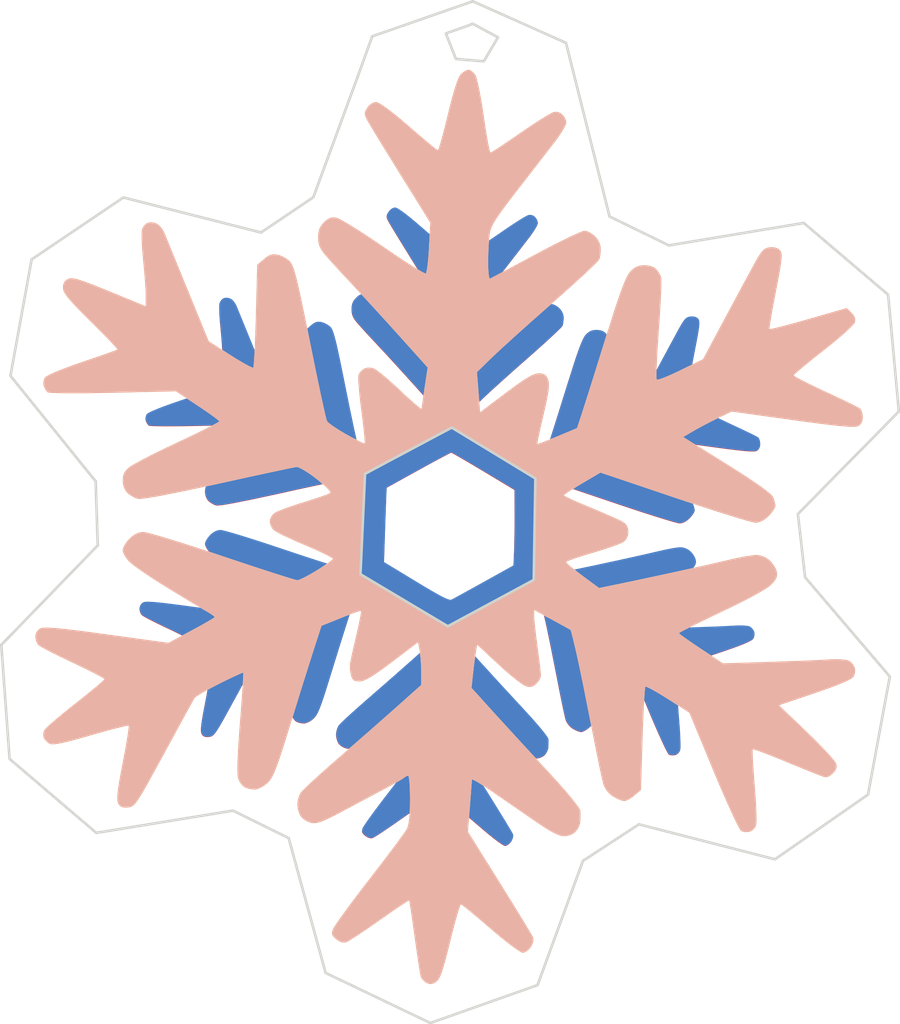
<source format=kicad_pcb>
(kicad_pcb (version 20221018) (generator pcbnew)
  (layers (0 "F.Cu" signal) (31 "B.Cu" signal) (34 "B.Paste" user) (35 "F.Paste" user) (36 "B.SilkS" user "B.Silkscreen") (37 "F.SilkS" user "F.Silkscreen") (38 "B.Mask" user) (39 "F.Mask" user) (44 "Edge.Cuts" user))
  (net 0 "")
  (gr_poly (pts (xy 94.895847 107.775673) (xy 94.899732 107.740978) (xy 94.906088 107.706459) (xy 94.91482 107.672281) (xy 94.925829 107.638607) (xy 94.939019 107.605598) (xy 94.954294 107.573417) (xy 94.971555 107.542229) (xy 94.990707 107.512196) (xy 95.011652 107.48348) (xy 95.034293 107.456246) (xy 95.058534 107.430655) (xy 95.084278 107.40687) (xy 95.111426 107.385055) (xy 95.139884 107.365372) (xy 95.169554 107.347985) (xy 95.191481 107.337832) (xy 95.21738 107.328812) (xy 95.282015 107.314255) (xy 95.365298 107.304475) (xy 95.469062 107.299636) (xy 95.595143 107.299901) (xy 95.745378 107.305432) (xy 95.9216 107.316392) (xy 96.125648 107.332946) (xy 96.359354 107.355254) (xy 96.624556 107.383481) (xy 97.256786 107.45834) (xy 98.037023 107.558829) (xy 98.979951 107.686249) (xy 102.515323 108.171707) (xy 103.840469 107.466637) (xy 104.354975 107.187671) (xy 104.776262 106.949333) (xy 104.938364 106.853303) (xy 105.060862 106.776915) (xy 105.13832 106.723333) (xy 105.158461 106.706081) (xy 105.165305 106.695717) (xy 105.164561 106.691927) (xy 105.16238 106.687366) (xy 105.158798 106.682058) (xy 105.153849 106.676027) (xy 105.139997 106.661896) (xy 105.121113 106.645169) (xy 105.097482 106.626041) (xy 105.069391 106.604709) (xy 105.037127 106.581369) (xy 105.000977 106.556218) (xy 104.961227 106.52945) (xy 104.918165 106.501263) (xy 104.872077 106.471852) (xy 104.82325 106.441413) (xy 104.77197 106.410143) (xy 104.718525 106.378236) (xy 104.663201 106.345891) (xy 104.606284 106.313301) (xy 104.254254 106.107459) (xy 103.708774 105.780998) (xy 103.044352 105.378794) (xy 102.335496 104.945721) (xy 101.984183 104.726846) (xy 101.64215 104.507683) (xy 101.317904 104.294098) (xy 101.019952 104.091957) (xy 100.756802 103.907129) (xy 100.536962 103.74548) (xy 100.36894 103.612877) (xy 100.307019 103.5593) (xy 100.261243 103.515186) (xy 100.224349 103.475119) (xy 100.18849 103.433411) (xy 100.15385 103.390398) (xy 100.120618 103.346413) (xy 100.088976 103.301789) (xy 100.059113 103.256861) (xy 100.031211 103.211962) (xy 100.005458 103.167425) (xy 99.98204 103.123585) (xy 99.961142 103.080774) (xy 99.94295 103.039328) (xy 99.927649 102.99958) (xy 99.915425 102.961862) (xy 99.906464 102.92651) (xy 99.90095 102.893856) (xy 99.899072 102.864235) (xy 99.899575 102.849818) (xy 99.901069 102.834586) (xy 99.906929 102.801849) (xy 99.916454 102.766361) (xy 99.929448 102.728459) (xy 99.945712 102.68848) (xy 99.96505 102.646759) (xy 99.987263 102.603634) (xy 100.012156 102.55944) (xy 100.039529 102.514515) (xy 100.069187 102.469195) (xy 100.10093 102.423817) (xy 100.134563 102.378716) (xy 100.169888 102.33423) (xy 100.206707 102.290695) (xy 100.244824 102.248448) (xy 100.284039 102.207825) (xy 100.333553 102.159855) (xy 100.382828 102.115242) (xy 100.431939 102.073949) (xy 100.480961 102.03594) (xy 100.529972 102.001178) (xy 100.579044 101.969629) (xy 100.628255 101.941256) (xy 100.677678 101.916022) (xy 100.727391 101.893892) (xy 100.777468 101.87483) (xy 100.827984 101.858799) (xy 100.879016 101.845763) (xy 100.930638 101.835688) (xy 100.982926 101.828536) (xy 101.035955 101.824271) (xy 101.089801 101.822857) (xy 101.153948 101.830031) (xy 101.258054 101.851081) (xy 101.576864 101.931971) (xy 102.027681 102.059855) (xy 102.591953 102.229064) (xy 103.251131 102.433923) (xy 103.986663 102.668762) (xy 104.78 102.927909) (xy 105.612592 103.205693) (xy 107.220749 103.742336) (xy 108.567071 104.181253) (xy 109.510543 104.477189) (xy 109.787144 104.557397) (xy 109.910151 104.584889) (xy 109.934767 104.581635) (xy 109.967901 104.572811) (xy 110.008991 104.558705) (xy 110.05747 104.539604) (xy 110.112776 104.515793) (xy 110.174346 104.487561) (xy 110.314016 104.41898) (xy 110.471967 104.336155) (xy 110.643688 104.241383) (xy 110.824665 104.136959) (xy 111.010386 104.025181) (xy 111.192467 103.91131) (xy 111.363011 103.80089) (xy 111.518238 103.696637) (xy 111.654368 103.601269) (xy 111.767618 103.517501) (xy 111.854207 103.448048) (xy 111.886322 103.419539) (xy 111.910353 103.395628) (xy 111.925829 103.376654) (xy 111.932276 103.362957) (xy 111.931092 103.35665) (xy 111.925831 103.348703) (xy 111.916592 103.339169) (xy 111.903478 103.328093) (xy 111.86602 103.301521) (xy 111.814258 103.26938) (xy 111.748994 103.232067) (xy 111.671027 103.189976) (xy 111.581162 103.1435) (xy 111.480198 103.093037) (xy 111.248182 102.981722) (xy 110.981388 102.859187) (xy 110.686229 102.728591) (xy 110.369117 102.59309) (xy 110.046947 102.455568) (xy 109.737297 102.319169) (xy 109.447595 102.187457) (xy 109.185269 102.063998) (xy 108.957745 101.952358) (xy 108.772451 101.8561) (xy 108.636814 101.778789) (xy 108.589937 101.748353) (xy 108.558261 101.723992) (xy 108.534783 101.701484) (xy 108.511964 101.676496) (xy 108.48992 101.649288) (xy 108.468773 101.620123) (xy 108.448637 101.589262) (xy 108.429632 101.556968) (xy 108.411878 101.523503) (xy 108.395489 101.489128) (xy 108.380587 101.454106) (xy 108.367288 101.418699) (xy 108.355711 101.383169) (xy 108.345974 101.347777) (xy 108.338195 101.312786) (xy 108.332492 101.27846) (xy 108.328984 101.245057) (xy 108.327788 101.212842) (xy 108.329273 101.179934) (xy 108.333641 101.146259) (xy 108.340762 101.112038) (xy 108.350503 101.07749) (xy 108.362734 101.042833) (xy 108.377324 101.008288) (xy 108.394141 100.974073) (xy 108.413054 100.940408) (xy 108.433934 100.907513) (xy 108.456647 100.875605) (xy 108.481064 100.844906) (xy 108.507053 100.815633) (xy 108.534484 100.788007) (xy 108.563224 100.762246) (xy 108.593143 100.73857) (xy 108.62411 100.717199) (xy 108.661469 100.695675) (xy 108.711858 100.670465) (xy 108.848279 100.610242) (xy 109.026487 100.539035) (xy 109.239594 100.45935) (xy 109.480713 100.373696) (xy 109.742957 100.284578) (xy 110.01944 100.194504) (xy 110.303273 100.105981) (xy 110.848628 99.934637) (xy 111.311269 99.77963) (xy 111.496298 99.713575) (xy 111.642319 99.657993) (xy 111.743222 99.615012) (xy 111.774846 99.598913) (xy 111.792899 99.586763) (xy 111.797204 99.580829) (xy 111.799139 99.573151) (xy 111.798755 99.56378) (xy 111.796103 99.552769) (xy 111.791232 99.540167) (xy 111.784195 99.526027) (xy 111.77504 99.5104) (xy 111.763818 99.493336) (xy 111.735377 99.455105) (xy 111.699273 99.411745) (xy 111.655913 99.363667) (xy 111.605698 99.31128) (xy 111.549032 99.254996) (xy 111.48632 99.195224) (xy 111.417965 99.132376) (xy 111.344369 99.06686) (xy 111.265937 98.999089) (xy 111.183072 98.929471) (xy 111.096179 98.858418) (xy 111.00566 98.786339) (xy 110.821004 98.645588) (xy 110.638943 98.515016) (xy 110.464158 98.39743) (xy 110.301338 98.295634) (xy 110.155166 98.212434) (xy 110.089787 98.178683) (xy 110.030327 98.150633) (xy 109.977371 98.128635) (xy 109.931507 98.113038) (xy 109.893318 98.104193) (xy 109.863391 98.102452) (xy 109.726645 98.125506) (xy 109.431125 98.184315) (xy 108.437673 98.393381) (xy 107.030854 98.698016) (xy 105.358487 99.066583) (xy 103.528132 99.462323) (xy 102.125408 99.742443) (xy 101.596723 99.836843) (xy 101.189725 99.899571) (xy 100.909341 99.929708) (xy 100.818169 99.932267) (xy 100.760497 99.926331) (xy 100.724378 99.916256) (xy 100.686624 99.903815) (xy 100.647545 99.889188) (xy 100.607447 99.87255) (xy 100.566641 99.854079) (xy 100.525433 99.833953) (xy 100.484132 99.812348) (xy 100.443047 99.789442) (xy 100.402485 99.765411) (xy 100.362756 99.740435) (xy 100.324167 99.714688) (xy 100.287027 99.688349) (xy 100.251644 99.661595) (xy 100.218326 99.634604) (xy 100.187383 99.607552) (xy 100.159121 99.580617) (xy 100.130282 99.549718) (xy 100.10279 99.516129) (xy 100.076718 99.480042) (xy 100.052136 99.441651) (xy 100.029114 99.401147) (xy 100.007724 99.358724) (xy 99.988035 99.314575) (xy 99.970118 99.268892) (xy 99.954045 99.221867) (xy 99.939886 99.173694) (xy 99.927711 99.124565) (xy 99.917591 99.074674) (xy 99.909598 99.024212) (xy 99.9038 98.973374) (xy 99.90027 98.92235) (xy 99.899078 98.871335) (xy 99.900229 98.810459) (xy 99.903766 98.752548) (xy 99.90981 98.697354) (xy 99.918485 98.644629) (xy 99.929911 98.594124) (xy 99.944212 98.545591) (xy 99.96151 98.498781) (xy 99.981928 98.453447) (xy 100.005587 98.409339) (xy 100.032611 98.36621) (xy 100.06312 98.32381) (xy 100.097239 98.281892) (xy 100.135089 98.240207) (xy 100.176794 98.198507) (xy 100.222473 98.156543) (xy 100.272252 98.114068) (xy 100.322678 98.076896) (xy 100.396046 98.029397) (xy 100.60593 97.906343) (xy 100.890563 97.750751) (xy 101.238601 97.568465) (xy 101.6387 97.365329) (xy 102.079517 97.147185) (xy 102.549707 96.91988) (xy 103.037928 96.689255) (xy 103.966889 96.248996) (xy 104.727628 95.875841) (xy 105.020382 95.72674) (xy 105.241641 95.609189) (xy 105.381593 95.528114) (xy 105.418013 95.502794) (xy 105.430424 95.488439) (xy 105.428801 95.483061) (xy 105.423985 95.475633) (xy 105.405089 95.454854) (xy 105.374374 95.426566) (xy 105.332476 95.391229) (xy 105.280031 95.349308) (xy 105.217677 95.301263) (xy 105.065784 95.188659) (xy 104.881889 95.057118) (xy 104.67108 94.910342) (xy 104.438453 94.752031) (xy 104.189096 94.585889) (xy 102.947772 93.767362) (xy 99.349172 93.852632) (xy 97.940315 93.877276) (xy 96.764519 93.881343) (xy 95.944682 93.865556) (xy 95.706654 93.850442) (xy 95.637334 93.84112) (xy 95.603703 93.830636) (xy 95.588305 93.818309) (xy 95.572481 93.803576) (xy 95.55635 93.786629) (xy 95.540031 93.767663) (xy 95.523641 93.746872) (xy 95.5073 93.724449) (xy 95.491125 93.700587) (xy 95.475236 93.675482) (xy 95.459751 93.649324) (xy 95.444788 93.62231) (xy 95.430466 93.594632) (xy 95.416903 93.566483) (xy 95.404217 93.538058) (xy 95.392529 93.50955) (xy 95.381954 93.481154) (xy 95.372613 93.453061) (xy 95.364891 93.424393) (xy 95.359067 93.394307) (xy 95.355101 93.363053) (xy 95.35295 93.330884) (xy 95.352573 93.298046) (xy 95.353929 93.264794) (xy 95.356976 93.231376) (xy 95.361671 93.198042) (xy 95.367975 93.165044) (xy 95.375846 93.132632) (xy 95.385241 93.101057) (xy 95.39612 93.070568) (xy 95.40844 93.041417) (xy 95.42216 93.013853) (xy 95.43724 92.988127) (xy 95.453637 92.96449) (xy 95.464676 92.952434) (xy 95.480663 92.938811) (xy 95.526932 92.907092) (xy 95.591351 92.869785) (xy 95.672829 92.827344) (xy 95.770274 92.780221) (xy 95.882593 92.728868) (xy 96.147487 92.615281) (xy 96.458774 92.490201) (xy 96.807719 92.357248) (xy 97.185584 92.22004) (xy 97.583634 92.082196) (xy 98.350014 91.820861) (xy 98.984282 91.600177) (xy 99.420513 91.443394) (xy 99.543764 91.396231) (xy 99.592782 91.373761) (xy 99.592991 91.369443) (xy 99.589103 91.361136) (xy 99.56943 91.332968) (xy 99.534554 91.29008) (xy 99.485262 91.233296) (xy 99.346579 91.081331) (xy 99.159685 90.883664) (xy 98.930882 90.646879) (xy 98.666474 90.377564) (xy 98.372762 90.082308) (xy 98.056052 89.767697) (xy 97.621011 89.334368) (xy 97.269586 88.975095) (xy 96.993883 88.680225) (xy 96.88196 88.553924) (xy 96.786008 88.440104) (xy 96.70504 88.337558) (xy 96.638069 88.245079) (xy 96.584108 88.161461) (xy 96.542171 88.085497) (xy 96.511271 88.01598) (xy 96.490421 87.951704) (xy 96.478634 87.891461) (xy 96.474925 87.834047) (xy 96.475996 87.786798) (xy 96.479232 87.741911) (xy 96.48467 87.699323) (xy 96.492348 87.658972) (xy 96.502301 87.620794) (xy 96.514565 87.584728) (xy 96.529178 87.550712) (xy 96.546176 87.518683) (xy 96.565595 87.488579) (xy 96.587473 87.460337) (xy 96.611845 87.433896) (xy 96.638748 87.409193) (xy 96.668219 87.386165) (xy 96.700294 87.364751) (xy 96.73501 87.344887) (xy 96.772403 87.326513) (xy 96.795962 87.31672) (xy 96.820705 87.308375) (xy 96.846842 87.30154) (xy 96.874577 87.296277) (xy 96.904121 87.292649) (xy 96.935679 87.290718) (xy 96.96946 87.290547) (xy 97.005671 87.292199) (xy 97.044518 87.295735) (xy 97.08621 87.301219) (xy 97.130954 87.308713) (xy 97.178957 87.318279) (xy 97.285573 87.34388) (xy 97.407715 87.37852) (xy 97.547044 87.422702) (xy 97.70522 87.476924) (xy 97.8839 87.541687) (xy 98.084747 87.617491) (xy 98.309419 87.704837) (xy 98.559575 87.804225) (xy 99.142978 88.041127) (xy 101.216081 88.891274) (xy 101.216475 88.27826) (xy 101.21354 88.126311) (xy 101.204984 87.928867) (xy 101.191412 87.694231) (xy 101.173427 87.430706) (xy 101.126631 86.850211) (xy 101.069419 86.253812) (xy 101.041469 85.963652) (xy 101.018609 85.680145) (xy 101.001112 85.41041) (xy 100.989246 85.161571) (xy 100.983282 84.940745) (xy 100.983492 84.755057) (xy 100.990145 84.611625) (xy 100.995973 84.557981) (xy 101.003513 84.517571) (xy 101.013155 84.484061) (xy 101.025155 84.450657) (xy 101.039338 84.417568) (xy 101.05553 84.385001) (xy 101.073556 84.353165) (xy 101.093243 84.322269) (xy 101.114417 84.292521) (xy 101.136903 84.264131) (xy 101.160527 84.237305) (xy 101.185115 84.212254) (xy 101.210494 84.189185) (xy 101.236488 84.168306) (xy 101.262923 84.149827) (xy 101.289626 84.133956) (xy 101.316423 84.120901) (xy 101.343139 84.110871) (xy 101.370827 84.103272) (xy 101.400473 84.097349) (xy 101.431805 84.093069) (xy 101.464556 84.090402) (xy 101.498455 84.089317) (xy 101.53323 84.08978) (xy 101.568614 84.091762) (xy 101.604334 84.09523) (xy 101.640122 84.100152) (xy 101.675708 84.106498) (xy 101.710821 84.114234) (xy 101.745191 84.123331) (xy 101.778549 84.133755) (xy 101.810624 84.145476) (xy 101.841147 84.158462) (xy 101.869847 84.172681) (xy 101.883838 84.180603) (xy 101.898092 84.189521) (xy 101.927283 84.210197) (xy 101.957194 84.23442) (xy 101.9876 84.261897) (xy 102.018275 84.292339) (xy 102.048995 84.325454) (xy 102.079534 84.360953) (xy 102.109667 84.398543) (xy 102.139169 84.437935) (xy 102.167814 84.478838) (xy 102.195379 84.52096) (xy 102.221636 84.564012) (xy 102.246362 84.607703) (xy 102.26933 84.651742) (xy 102.290316 84.695838) (xy 102.309095 84.739701) (xy 103.653849 88.030026) (xy 104.827939 90.897092) (xy 106.0675 91.690225) (xy 106.31799 91.848056) (xy 106.554557 91.992418) (xy 106.771817 92.120358) (xy 106.964386 92.228922) (xy 107.126879 92.315156) (xy 107.253915 92.376104) (xy 107.302453 92.396174) (xy 107.340107 92.408815) (xy 107.366206 92.413658) (xy 107.374711 92.413039) (xy 107.380074 92.410333) (xy 107.387907 92.387808) (xy 107.396297 92.336311) (xy 107.414443 92.152516) (xy 107.433899 91.871174) (xy 107.454052 91.504513) (xy 107.47429 91.064759) (xy 107.494 90.56414) (xy 107.51257 90.014883) (xy 107.529386 89.429216) (xy 107.605689 86.521123) (xy 107.988248 86.19206) (xy 108.04286 86.146225) (xy 108.094916 86.105018) (xy 108.144812 86.068313) (xy 108.192946 86.035986) (xy 108.239712 86.007913) (xy 108.285509 85.983968) (xy 108.330731 85.964028) (xy 108.375776 85.947967) (xy 108.421041 85.935661) (xy 108.466922 85.926986) (xy 108.513815 85.921816) (xy 108.562117 85.920027) (xy 108.612225 85.921495) (xy 108.664535 85.926095) (xy 108.719443 85.933702) (xy 108.777347 85.944192) (xy 108.820272 85.953987) (xy 108.864963 85.966492) (xy 108.911062 85.981513) (xy 108.958209 85.99886) (xy 109.006048 86.018339) (xy 109.05422 86.039761) (xy 109.102367 86.062931) (xy 109.150132 86.08766) (xy 109.197156 86.113753) (xy 109.243082 86.141021) (xy 109.287551 86.16927) (xy 109.330206 86.198309) (xy 109.370689 86.227946) (xy 109.40864 86.25799) (xy 109.443704 86.288248) (xy 109.475522 86.318528) (xy 109.498117 86.343007) (xy 109.520543 86.371061) (xy 109.542904 86.403108) (xy 109.565305 86.439563) (xy 109.587848 86.480846) (xy 109.610639 86.527371) (xy 109.657382 86.637817) (xy 109.706365 86.774237) (xy 109.758422 86.939967) (xy 109.814387 87.138341) (xy 109.875095 87.372692) (xy 109.941377 87.646357) (xy 110.014067 87.962671) (xy 110.094001 88.324967) (xy 110.18201 88.736582) (xy 110.385591 89.721103) (xy 110.631478 90.942914) (xy 110.975793 92.640233) (xy 111.274359 94.059855) (xy 111.495189 95.053183) (xy 111.566458 95.343548) (xy 111.606297 95.471616) (xy 111.613265 95.482472) (xy 111.622722 95.494646) (xy 111.648825 95.522752) (xy 111.684039 95.555543) (xy 111.727797 95.592632) (xy 111.779531 95.633627) (xy 111.838676 95.678139) (xy 111.904661 95.72578) (xy 111.976922 95.77616) (xy 112.054889 95.82889) (xy 112.137997 95.88358) (xy 112.225677 95.93984) (xy 112.317363 95.997283) (xy 112.412487 96.055517) (xy 112.510482 96.114155) (xy 112.61078 96.172805) (xy 112.712815 96.23108) (xy 112.913979 96.342884) (xy 113.103749 96.445087) (xy 113.27782 96.535601) (xy 113.431889 96.61234) (xy 113.561652 96.673217) (xy 113.662806 96.716147) (xy 113.70131 96.730229) (xy 113.731048 96.739042) (xy 113.751481 96.742324) (xy 113.762072 96.739816) (xy 113.764486 96.734726) (xy 113.766242 96.725028) (xy 113.767833 96.692284) (xy 113.766943 96.642534) (xy 113.763667 96.576732) (xy 113.750347 96.400781) (xy 113.728646 96.172053) (xy 113.699339 95.898167) (xy 113.663198 95.586746) (xy 113.620997 95.245408) (xy 113.573508 94.881776) (xy 113.526468 94.514397) (xy 113.485547 94.162329) (xy 113.45143 93.833945) (xy 113.424799 93.537617) (xy 113.406338 93.281718) (xy 113.396731 93.074621) (xy 113.396662 92.924698) (xy 113.400417 92.873793) (xy 113.406814 92.840321) (xy 113.41574 92.815532) (xy 113.42692 92.790099) (xy 113.440187 92.76421) (xy 113.455378 92.738054) (xy 113.472326 92.711819) (xy 113.490869 92.685696) (xy 113.510842 92.659872) (xy 113.53208 92.634536) (xy 113.554418 92.609879) (xy 113.577692 92.586086) (xy 113.601737 92.563349) (xy 113.626389 92.541856) (xy 113.651483 92.521795) (xy 113.676855 92.503355) (xy 113.702341 92.486726) (xy 113.727775 92.472096) (xy 113.757542 92.457422) (xy 113.788458 92.444619) (xy 113.820439 92.433687) (xy 113.853399 92.424628) (xy 113.887255 92.417443) (xy 113.921921 92.412134) (xy 113.957312 92.408702) (xy 113.993345 92.40715) (xy 114.029933 92.407477) (xy 114.066993 92.409686) (xy 114.10444 92.413777) (xy 114.142189 92.419753) (xy 114.180155 92.427615) (xy 114.218253 92.437364) (xy 114.2564 92.449001) (xy 114.294509 92.462529) (xy 114.333434 92.480892) (xy 114.383506 92.510387) (xy 114.443944 92.550365) (xy 114.513968 92.600176) (xy 114.592796 92.659172) (xy 114.679647 92.726704) (xy 114.874298 92.884776) (xy 115.091671 93.069201) (xy 115.325521 93.274784) (xy 115.569599 93.496334) (xy 115.81766 93.728657) (xy 116.05932 93.956166) (xy 116.285051 94.163924) (xy 116.489891 94.347705) (xy 116.66888 94.503284) (xy 116.817057 94.626433) (xy 116.929463 94.712926) (xy 116.970702 94.741106) (xy 117.001137 94.758536) (xy 117.020149 94.76469) (xy 117.025178 94.763372) (xy 117.027118 94.759038) (xy 117.032011 94.713343) (xy 117.043247 94.626545) (xy 117.081857 94.349874) (xy 117.137167 93.96949) (xy 117.203391 93.525857) (xy 117.372477 92.406407) (xy 115.78045 90.633695) (xy 115.073715 89.851451) (xy 114.326312 89.032014) (xy 113.627315 88.272614) (xy 113.065802 87.670487) (xy 112.596387 87.168902) (xy 112.148156 86.683267) (xy 111.771884 86.268998) (xy 111.518344 85.981511) (xy 111.459985 85.91155) (xy 111.406727 85.844441) (xy 111.358387 85.779738) (xy 111.314778 85.716996) (xy 111.275718 85.65577) (xy 111.241022 85.595613) (xy 111.210504 85.53608) (xy 111.183983 85.476726) (xy 111.161271 85.417106) (xy 111.142186 85.356773) (xy 111.126543 85.295282) (xy 111.114158 85.232186) (xy 111.104846 85.167043) (xy 111.098422 85.099404) (xy 111.094703 85.028826) (xy 111.093505 84.954862) (xy 111.094549 84.883378) (xy 111.097754 84.815529) (xy 111.10323 84.751033) (xy 111.111089 84.689605) (xy 111.121442 84.630962) (xy 111.134398 84.574822) (xy 111.150068 84.520901) (xy 111.168563 84.468914) (xy 111.189992 84.41858) (xy 111.214468 84.369614) (xy 111.2421 84.321733) (xy 111.272999 84.274655) (xy 111.307276 84.228095) (xy 111.345041 84.181769) (xy 111.386405 84.135397) (xy 111.431477 84.088693) (xy 111.479868 84.041527) (xy 111.52613 83.999096) (xy 111.570633 83.96127) (xy 111.613744 83.927914) (xy 111.655833 83.898897) (xy 111.697268 83.874086) (xy 111.717856 83.863216) (xy 111.738418 83.853348) (xy 111.759002 83.844466) (xy 111.779651 83.836552) (xy 111.800415 83.82959) (xy 111.821338 83.823565) (xy 111.842466 83.818458) (xy 111.863846 83.814254) (xy 111.885522 83.810936) (xy 111.907543 83.808487) (xy 111.929953 83.806892) (xy 111.952799 83.806132) (xy 111.999981 83.807056) (xy 112.04946 83.811127) (xy 112.101604 83.818212) (xy 112.156781 83.82818) (xy 112.208189 83.844326) (xy 112.281611 83.876216) (xy 112.375664 83.922995) (xy 112.48897 83.983808) (xy 112.767821 84.144111) (xy 113.107126 84.350282) (xy 113.495844 84.595475) (xy 113.922938 84.872847) (xy 114.37737 85.175554) (xy 114.848099 85.496751) (xy 115.313217 85.814957) (xy 115.751564 86.109075) (xy 116.153229 86.372864) (xy 116.508302 86.600084) (xy 116.806871 86.784493) (xy 117.039025 86.919848) (xy 117.194853 86.99991) (xy 117.241048 87.017256) (xy 117.264445 87.018437) (xy 117.270299 87.013022) (xy 117.276267 87.004) (xy 117.288494 86.975517) (xy 117.301033 86.933752) (xy 117.313787 86.879468) (xy 117.326664 86.813429) (xy 117.339567 86.736399) (xy 117.352403 86.64914) (xy 117.365076 86.552415) (xy 117.389555 86.333625) (xy 117.412249 86.086134) (xy 117.432398 85.816051) (xy 117.449244 85.529481) (xy 117.521697 84.109955) (xy 115.799213 81.34401) (xy 114.527877 79.282763) (xy 114.098465 78.571838) (xy 113.89008 78.21111) (xy 113.861287 78.153335) (xy 113.836436 78.100508) (xy 113.815553 78.051988) (xy 113.79866 78.007128) (xy 113.785781 77.965284) (xy 113.780855 77.945291) (xy 113.776943 77.925811) (xy 113.774045 77.906762) (xy 113.772167 77.888065) (xy 113.771311 77.869638) (xy 113.77148 77.851401) (xy 113.772676 77.833273) (xy 113.774903 77.815174) (xy 113.778165 77.797023) (xy 113.782463 77.77874) (xy 113.787803 77.760244) (xy 113.794184 77.741454) (xy 113.810089 77.702671) (xy 113.830202 77.661747) (xy 113.854548 77.618037) (xy 113.883152 77.570897) (xy 113.916035 77.519681) (xy 113.940064 77.485218) (xy 113.966037 77.452084) (xy 113.993756 77.420406) (xy 114.023021 77.390312) (xy 114.053632 77.361927) (xy 114.085387 77.335379) (xy 114.118088 77.310794) (xy 114.151534 77.2883) (xy 114.185525 77.268023) (xy 114.219862 77.25009) (xy 114.254344 77.234628) (xy 114.28877 77.221764) (xy 114.322943 77.211625) (xy 114.33987 77.207616) (xy 114.356659 77.204337) (xy 114.373284 77.201802) (xy 114.389721 77.200028) (xy 114.405944 77.199029) (xy 114.421928 77.198823) (xy 114.440425 77.200574) (xy 114.462033 77.205381) (xy 114.514369 77.224013) (xy 114.578513 77.254409) (xy 114.654047 77.296259) (xy 114.740548 77.349252) (xy 114.837596 77.413079) (xy 114.94477 77.487431) (xy 115.061649 77.571996) (xy 115.187813 77.666466) (xy 115.322842 77.770529) (xy 115.466313 77.883878) (xy 115.617807 78.0062) (xy 115.776903 78.137188) (xy 115.94318 78.27653) (xy 116.295594 78.579038) (xy 116.915726 79.113746) (xy 117.435938 79.552022) (xy 117.641524 79.720855) (xy 117.801669 79.848611) (xy 117.909554 79.92963) (xy 117.941767 79.950846) (xy 117.958358 79.958257) (xy 117.963222 79.9557) (xy 117.969295 79.947857) (xy 117.98492 79.916835) (xy 118.004939 79.866243) (xy 118.029058 79.797133) (xy 118.088422 79.607564) (xy 118.160662 79.356545) (xy 118.243427 79.052489) (xy 118.334369 78.703811) (xy 118.431134 78.318927) (xy 118.531375 77.906251) (xy 118.648064 77.430601) (xy 118.75875 77.005797) (xy 118.862992 76.63321) (xy 118.960349 76.314212) (xy 119.050379 76.050173) (xy 119.132642 75.842465) (xy 119.170724 75.760163) (xy 119.206697 75.692459) (xy 119.24051 75.639522) (xy 119.272104 75.601526) (xy 119.298591 75.57605) (xy 119.326315 75.551288) (xy 119.355049 75.527368) (xy 119.384564 75.504418) (xy 119.414632 75.482567) (xy 119.445026 75.461943) (xy 119.475518 75.442675) (xy 119.505878 75.42489) (xy 119.535881 75.408717) (xy 119.565298 75.394284) (xy 119.5939 75.381719) (xy 119.62146 75.371152) (xy 119.64775 75.362709) (xy 119.672541 75.35652) (xy 119.695607 75.352712) (xy 119.716718 75.351415) (xy 119.72694 75.351802) (xy 119.73753 75.352952) (xy 119.748464 75.354845) (xy 119.759716 75.357463) (xy 119.771261 75.360786) (xy 119.783077 75.364796) (xy 119.807414 75.374798) (xy 119.832531 75.387318) (xy 119.858228 75.402204) (xy 119.884308 75.419304) (xy 119.910572 75.438466) (xy 119.936821 75.459537) (xy 119.962857 75.482366) (xy 119.988483 75.506801) (xy 120.013499 75.532691) (xy 120.037708 75.559882) (xy 120.060911 75.588223) (xy 120.08291 75.617562) (xy 120.103506 75.647748) (xy 120.124616 75.688694) (xy 120.148119 75.749608) (xy 120.173769 75.829272) (xy 120.201315 75.926474) (xy 120.261101 76.168622) (xy 120.325486 76.466333) (xy 120.392477 76.80988) (xy 120.460083 77.189543) (xy 120.526311 77.595598) (xy 120.589171 78.018323) (xy 120.7103 78.823716) (xy 120.823228 79.483264) (xy 120.872671 79.737077) (xy 120.915329 79.928904) (xy 120.949625 80.05024) (xy 120.963143 80.081815) (xy 120.973978 80.092576) (xy 120.991643 80.086766) (xy 121.025207 80.06972) (xy 121.136542 80.004215) (xy 121.301003 79.900655) (xy 121.51161 79.76363) (xy 121.761381 79.597736) (xy 122.043336 79.407563) (xy 122.350494 79.197707) (xy 122.675875 78.97276) (xy 123.005488 78.746282) (xy 123.324778 78.532039) (xy 123.625913 78.334931) (xy 123.901064 78.159859) (xy 124.142396 78.011723) (xy 124.342082 77.895425) (xy 124.492288 77.815863) (xy 124.546389 77.791391) (xy 124.585184 77.77794) (xy 124.62006 77.770381) (xy 124.655065 77.765142) (xy 124.690096 77.762195) (xy 124.725047 77.761511) (xy 124.759816 77.763062) (xy 124.794299 77.76682) (xy 124.82839 77.772755) (xy 124.861987 77.780838) (xy 124.894985 77.791042) (xy 124.92728 77.803337) (xy 124.958768 77.817696) (xy 124.989345 77.834089) (xy 125.018908 77.852488) (xy 125.047352 77.872865) (xy 125.074572 77.895189) (xy 125.100466 77.919434) (xy 125.12252 77.942764) (xy 125.143956 77.967944) (xy 125.164662 77.994739) (xy 125.184527 78.02291) (xy 125.203441 78.052221) (xy 125.221292 78.082435) (xy 125.23797 78.113314) (xy 125.253363 78.144621) (xy 125.267361 78.17612) (xy 125.279852 78.207572) (xy 125.290727 78.238742) (xy 125.299873 78.26939) (xy 125.307179 78.299282) (xy 125.312535 78.328178) (xy 125.315831 78.355843) (xy 125.316954 78.382039) (xy 125.316119 78.395741) (xy 125.313644 78.411421) (xy 125.303935 78.448438) (xy 125.288152 78.492538) (xy 125.266622 78.543169) (xy 125.239673 78.599778) (xy 125.207631 78.661814) (xy 125.170825 78.728724) (xy 125.129579 78.799956) (xy 125.084223 78.874958) (xy 125.035082 78.953177) (xy 124.982485 79.034061) (xy 124.926757 79.117058) (xy 124.868225 79.201616) (xy 124.807218 79.287183) (xy 124.744061 79.373207) (xy 124.679083 79.459134) (xy 123.782399 80.620269) (xy 122.522272 82.244992) (xy 122.087248 82.808939) (xy 121.739561 83.2707) (xy 121.469099 83.646407) (xy 121.359668 83.807029) (xy 121.265751 83.952185) (xy 121.186085 84.083891) (xy 121.119406 84.204163) (xy 121.064449 84.315017) (xy 121.019951 84.41847) (xy 120.984647 84.516536) (xy 120.957275 84.611233) (xy 120.936569 84.704576) (xy 120.921266 84.798581) (xy 120.904771 84.938855) (xy 120.889385 85.108399) (xy 120.875444 85.300735) (xy 120.863284 85.509386) (xy 120.853241 85.727877) (xy 120.845653 85.94973) (xy 120.840853 86.168468) (xy 120.839178 86.377614) (xy 120.841239 86.573648) (xy 120.847147 86.754796) (xy 120.856486 86.91722) (xy 120.868843 87.057078) (xy 120.883803 87.170531) (xy 120.89213 87.216155) (xy 120.900952 87.253737) (xy 120.910218 87.282798) (xy 120.919876 87.302857) (xy 120.929874 87.313434) (xy 120.934985 87.315017) (xy 120.940161 87.31405) (xy 121.177887 87.190493) (xy 121.750516 86.886515) (xy 123.557012 85.920239) (xy 124.068245 85.649069) (xy 124.556485 85.396091) (xy 125.010236 85.166843) (xy 125.418007 84.966862) (xy 125.7683 84.801683) (xy 126.049625 84.676844) (xy 126.250484 84.597881) (xy 126.317147 84.577332) (xy 126.359384 84.570329) (xy 126.390247 84.572006) (xy 126.423534 84.576926) (xy 126.458934 84.584925) (xy 126.496134 84.595836) (xy 126.534821 84.609493) (xy 126.574684 84.625731) (xy 126.615408 84.644384) (xy 126.656682 84.665286) (xy 126.698193 84.688272) (xy 126.739628 84.713175) (xy 126.780674 84.739831) (xy 126.82102 84.768073) (xy 126.860351 84.797735) (xy 126.898356 84.828653) (xy 126.934723 84.86066) (xy 126.969137 84.89359) (xy 127.005362 84.931574) (xy 127.039814 84.971243) (xy 127.072415 85.012424) (xy 127.103089 85.054946) (xy 127.131755 85.098635) (xy 127.158338 85.143322) (xy 127.182758 85.188833) (xy 127.204939 85.234996) (xy 127.224801 85.28164) (xy 127.242268 85.328592) (xy 127.257261 85.375682) (xy 127.269703 85.422736) (xy 127.279515 85.469583) (xy 127.286621 85.516052) (xy 127.290941 85.561969) (xy 127.292399 85.607163) (xy 127.290699 85.689997) (xy 127.285829 85.775836) (xy 127.278128 85.862189) (xy 127.26794 85.946565) (xy 127.255604 86.026473) (xy 127.241463 86.099422) (xy 127.225859 86.162921) (xy 127.217614 86.190348) (xy 127.209131 86.214479) (xy 127.187245 86.248317) (xy 127.139672 86.304228) (xy 127.06778 86.380942) (xy 126.972935 86.477187) (xy 126.71986 86.723189) (xy 126.391384 87.032069) (xy 125.998445 87.393659) (xy 125.551982 87.797795) (xy 125.062932 88.234311) (xy 124.542235 88.69304) (xy 123.469586 89.638826) (xy 122.458906 90.542179) (xy 121.623861 91.300749) (xy 121.078119 91.812185) (xy 120.197634 92.669793) (xy 120.287927 93.815999) (xy 120.378221 94.962216) (xy 121.85602 93.848924) (xy 122.241159 93.562528) (xy 122.572868 93.324437) (xy 122.856413 93.13153) (xy 122.98177 93.051047) (xy 123.097061 92.980691) (xy 123.202943 92.920071) (xy 123.300077 92.868799) (xy 123.389118 92.826485) (xy 123.470727 92.792738) (xy 123.545561 92.767169) (xy 123.614279 92.749388) (xy 123.677539 92.739005) (xy 123.735998 92.735631) (xy 123.792815 92.736557) (xy 123.845239 92.739458) (xy 123.893546 92.744516) (xy 123.938013 92.751913) (xy 123.978916 92.76183) (xy 123.998117 92.767792) (xy 124.016531 92.774451) (xy 124.034192 92.781833) (xy 124.051136 92.789958) (xy 124.067395 92.798851) (xy 124.083005 92.808533) (xy 124.098 92.819027) (xy 124.112415 92.830357) (xy 124.126285 92.842545) (xy 124.139643 92.855614) (xy 124.152525 92.869586) (xy 124.164965 92.884485) (xy 124.176998 92.900333) (xy 124.188658 92.917153) (xy 124.210997 92.9538) (xy 124.232259 92.994608) (xy 124.252721 93.03976) (xy 124.272657 93.089436) (xy 124.290478 93.143376) (xy 124.304397 93.202103) (xy 124.314284 93.266639) (xy 124.320011 93.338002) (xy 124.321445 93.41721) (xy 124.31846 93.505283) (xy 124.310924 93.603239) (xy 124.298707 93.7121) (xy 124.28168 93.832881) (xy 124.259714 93.966605) (xy 124.232679 94.114287) (xy 124.200444 94.276949) (xy 124.16288 94.45561) (xy 124.119857 94.651288) (xy 124.016916 95.097772) (xy 123.867719 95.742535) (xy 123.75 96.275) (xy 123.675591 96.639901) (xy 123.658325 96.742246) (xy 123.656324 96.781976) (xy 123.659312 96.782886) (xy 123.665165 96.782575) (xy 123.68517 96.778398) (xy 123.715748 96.76967) (xy 123.756311 96.756614) (xy 123.865028 96.718421) (xy 124.006602 96.665614) (xy 124.176312 96.599987) (xy 124.369439 96.52334) (xy 124.581263 96.437465) (xy 124.807062 96.344159) (xy 125.928137 95.876645) (xy 126.219767 94.997555) (xy 126.737895 93.370853) (xy 127.57406 90.694303) (xy 128.093331 89.058414) (xy 128.300639 88.4403) (xy 128.478496 87.940738) (xy 128.630978 87.548726) (xy 128.762161 87.253261) (xy 128.876121 87.043342) (xy 128.927917 86.967024) (xy 128.976935 86.907968) (xy 129.023606 86.859887) (xy 129.069711 86.815724) (xy 129.115506 86.775367) (xy 129.161246 86.738703) (xy 129.207188 86.70562) (xy 129.253585 86.676004) (xy 129.300695 86.649744) (xy 129.348772 86.626726) (xy 129.398072 86.606838) (xy 129.448851 86.589968) (xy 129.501365 86.576001) (xy 129.555869 86.564827) (xy 129.612617 86.556332) (xy 129.671868 86.550404) (xy 129.733875 86.54693) (xy 129.798895 86.545796) (xy 129.853907 86.546831) (xy 129.907988 86.549899) (xy 129.96098 86.554947) (xy 130.012723 86.561921) (xy 130.063059 86.570768) (xy 130.11183 86.581432) (xy 130.158878 86.593862) (xy 130.204043 86.608002) (xy 130.247168 86.6238) (xy 130.288092 86.641201) (xy 130.32666 86.660152) (xy 130.362711 86.680598) (xy 130.396087 86.702487) (xy 130.42663 86.725764) (xy 130.454181 86.750376) (xy 130.478582 86.776269) (xy 130.499138 86.800864) (xy 130.519892 86.826962) (xy 130.540703 86.854337) (xy 130.56143 86.882758) (xy 130.602071 86.941825) (xy 130.640693 87.002336) (xy 130.67617 87.062459) (xy 130.692378 87.091805) (xy 130.707379 87.120368) (xy 130.721031 87.14792) (xy 130.733196 87.174233) (xy 130.743731 87.199076) (xy 130.752497 87.222222) (xy 130.759158 87.258608) (xy 130.763519 87.3223) (xy 130.765612 87.525457) (xy 130.759313 87.819395) (xy 130.745165 88.191818) (xy 130.723709 88.630428) (xy 130.695483 89.122928) (xy 130.66103 89.657018) (xy 130.62089 90.220403) (xy 130.54737 91.307943) (xy 130.500624 92.212004) (xy 130.4885 92.565776) (xy 130.484519 92.838338) (xy 130.489166 93.017905) (xy 130.494876 93.069134) (xy 130.502924 93.092698) (xy 130.509191 93.096467) (xy 130.518693 93.098556) (xy 130.531343 93.099002) (xy 130.547051 93.097836) (xy 130.587298 93.090815) (xy 130.63873 93.077771) (xy 130.700645 93.058979) (xy 130.77234 93.034718) (xy 130.853115 93.005264) (xy 130.942265 92.970894) (xy 131.03909 92.931887) (xy 131.142887 92.888517) (xy 131.368586 92.789802) (xy 131.613746 92.676967) (xy 131.872748 92.552228) (xy 133.152986 91.92215) (xy 134.395208 89.596139) (xy 135.412145 87.701939) (xy 136.112692 86.414098) (xy 136.252793 86.167178) (xy 136.314885 86.062962) (xy 136.372633 85.970596) (xy 136.426756 85.889342) (xy 136.477973 85.818464) (xy 136.527008 85.757226) (xy 136.574577 85.704892) (xy 136.621403 85.660724) (xy 136.668205 85.623989) (xy 136.715703 85.593948) (xy 136.764618 85.569866) (xy 136.815671 85.551008) (xy 136.86958 85.536635) (xy 136.927067 85.526012) (xy 136.988852 85.518403) (xy 137.035496 85.514811) (xy 137.081248 85.513324) (xy 137.126002 85.51391) (xy 137.169656 85.516535) (xy 137.212104 85.52117) (xy 137.253244 85.527783) (xy 137.292971 85.536341) (xy 137.331182 85.546814) (xy 137.367772 85.55917) (xy 137.402639 85.573376) (xy 137.435676 85.589401) (xy 137.466782 85.607213) (xy 137.495853 85.626782) (xy 137.522784 85.648075) (xy 137.547471 85.67106) (xy 137.569811 85.695707) (xy 137.583683 85.713583) (xy 137.596426 85.732601) (xy 137.608013 85.753003) (xy 137.618421 85.77503) (xy 137.627624 85.798922) (xy 137.635599 85.824923) (xy 137.64232 85.853271) (xy 137.647762 85.884211) (xy 137.651901 85.917982) (xy 137.654712 85.954826) (xy 137.656171 85.994986) (xy 137.656252 86.0387) (xy 137.654931 86.086213) (xy 137.652184 86.137764) (xy 137.647985 86.193596) (xy 137.642309 86.253949) (xy 137.626431 86.389186) (xy 137.604351 86.545406) (xy 137.575871 86.724542) (xy 137.540795 86.928524) (xy 137.498923 87.159283) (xy 137.450059 87.418751) (xy 137.330561 88.031537) (xy 137.17182 88.858325) (xy 137.049574 89.543146) (xy 136.975891 90.014778) (xy 136.961032 90.148392) (xy 136.959758 90.185753) (xy 136.962839 90.202001) (xy 136.968346 90.203824) (xy 136.97945 90.203998) (xy 137.017874 90.199543) (xy 137.155567 90.17246) (xy 137.366729 90.123116) (xy 137.642174 90.053879) (xy 137.972711 89.967114) (xy 138.349152 89.865185) (xy 138.762311 89.750458) (xy 139.202997 89.625299) (xy 141.3916 88.996995) (xy 141.665045 89.270451) (xy 141.698942 89.305689) (xy 141.729765 89.340563) (xy 141.757533 89.375134) (xy 141.782266 89.409461) (xy 141.803984 89.443602) (xy 141.822706 89.47762) (xy 141.838453 89.511572) (xy 141.851245 89.545519) (xy 141.861101 89.57952) (xy 141.868041 89.613636) (xy 141.870424 89.630755) (xy 141.872086 89.647925) (xy 141.873254 89.682449) (xy 141.871568 89.717265) (xy 141.867044 89.752434) (xy 141.859705 89.788016) (xy 141.849569 89.824071) (xy 141.842786 89.840166) (xy 141.831678 89.859492) (xy 141.796955 89.907425) (xy 141.746318 89.967046) (xy 141.680686 90.037531) (xy 141.600977 90.118056) (xy 141.508111 90.207798) (xy 141.403005 90.305932) (xy 141.286579 90.411635) (xy 141.15975 90.524083) (xy 141.023439 90.642451) (xy 140.72604 90.893656) (xy 140.40173 91.158658) (xy 140.05786 91.430867) (xy 139.39669 91.953611) (xy 138.855253 92.39624) (xy 138.646894 92.572917) (xy 138.489419 92.71205) (xy 138.389813 92.8078) (xy 138.363893 92.837582) (xy 138.355058 92.854329) (xy 138.357427 92.860382) (xy 138.364454 92.868515) (xy 138.392018 92.890784) (xy 138.436826 92.920661) (xy 138.497947 92.957668) (xy 138.574453 93.001329) (xy 138.665416 93.051167) (xy 138.886997 93.167465) (xy 139.155265 93.302748) (xy 139.46279 93.453201) (xy 139.802145 93.615008) (xy 140.165903 93.784356) (xy 140.882018 94.11803) (xy 141.493181 94.410624) (xy 141.934574 94.630573) (xy 142.071353 94.703442) (xy 142.141382 94.746312) (xy 142.149822 94.753402) (xy 142.158155 94.76137) (xy 142.166369 94.770186) (xy 142.174456 94.779817) (xy 142.190202 94.801394) (xy 142.205309 94.825843) (xy 142.219691 94.852907) (xy 142.233266 94.882327) (xy 142.245948 94.913846) (xy 142.257653 94.947206) (xy 142.268297 94.982149) (xy 142.277795 95.018417) (xy 142.286063 95.055752) (xy 142.293018 95.093896) (xy 142.298573 95.132591) (xy 142.302646 95.17158) (xy 142.305152 95.210604) (xy 142.306006 95.249406) (xy 142.304902 95.293345) (xy 142.301614 95.336039) (xy 142.296179 95.377415) (xy 142.288634 95.417402) (xy 142.279014 95.455927) (xy 142.267358 95.492916) (xy 142.2537 95.528298) (xy 142.238079 95.562001) (xy 142.220531 95.593952) (xy 142.201091 95.624078) (xy 142.179797 95.652308) (xy 142.156686 95.678568) (xy 142.131794 95.702786) (xy 142.105157 95.72489) (xy 142.076813 95.744808) (xy 142.046797 95.762468) (xy 142.046923 95.762444) (xy 142.026566 95.771553) (xy 142.001543 95.77952) (xy 141.93686 95.791973) (xy 141.8516 95.799683) (xy 141.744488 95.802533) (xy 141.614251 95.800406) (xy 141.459615 95.793185) (xy 141.279307 95.780749) (xy 141.072052 95.762982) (xy 140.836577 95.739767) (xy 140.571609 95.710983) (xy 139.948095 95.636244) (xy 139.191322 95.537822) (xy 138.291098 95.414773) (xy 134.794493 94.928376) (xy 134.009279 95.303663) (xy 133.656725 95.477227) (xy 133.277257 95.672365) (xy 132.916462 95.865182) (xy 132.757315 95.953252) (xy 132.619932 96.031781) (xy 132.015833 96.384602) (xy 134.515016 97.93847) (xy 135.078388 98.292599) (xy 135.581613 98.616854) (xy 136.021477 98.908963) (xy 136.394766 99.166651) (xy 136.698266 99.387645) (xy 136.928763 99.569671) (xy 137.015631 99.64536) (xy 137.083043 99.710456) (xy 137.130598 99.764672) (xy 137.157893 99.807725) (xy 137.172533 99.840899) (xy 137.186762 99.875194) (xy 137.213693 99.946086) (xy 137.238098 100.01828) (xy 137.259386 100.089659) (xy 137.276969 100.158101) (xy 137.290258 100.221485) (xy 137.295107 100.25062) (xy 137.298663 100.277695) (xy 137.30085 100.302446) (xy 137.301596 100.324609) (xy 137.301092 100.335439) (xy 137.299598 100.347128) (xy 137.293739 100.372935) (xy 137.284213 100.401729) (xy 137.271218 100.433209) (xy 137.254954 100.467074) (xy 137.235615 100.503025) (xy 137.213401 100.54076) (xy 137.188508 100.579978) (xy 137.161134 100.620379) (xy 137.131475 100.661663) (xy 137.099731 100.703527) (xy 137.066097 100.745672) (xy 137.030771 100.787798) (xy 136.993951 100.829603) (xy 136.955834 100.870787) (xy 136.916617 100.91105) (xy 136.8704 100.955684) (xy 136.82355 100.997814) (xy 136.776171 101.037388) (xy 136.728367 101.074354) (xy 136.680242 101.108657) (xy 136.631899 101.140247) (xy 136.583442 101.16907) (xy 136.534976 101.195074) (xy 136.486604 101.218205) (xy 136.43843 101.238411) (xy 136.390558 101.255639) (xy 136.343092 101.269838) (xy 136.296135 101.280953) (xy 136.249792 101.288933) (xy 136.204166 101.293724) (xy 136.159361 101.295274) (xy 136.099353 101.287748) (xy 135.997701 101.265812) (xy 135.678955 101.181657) (xy 135.222107 101.048703) (xy 134.646143 100.872845) (xy 133.970046 100.659977) (xy 133.212802 100.415995) (xy 132.393395 100.146791) (xy 131.53081 99.858262) (xy 127.274534 98.421983) (xy 126.233168 99.03589) (xy 126.023909 99.160698) (xy 125.828562 99.280013) (xy 125.651412 99.391013) (xy 125.496743 99.490885) (xy 125.36884 99.57681) (xy 125.271985 99.645971) (xy 125.210465 99.695549) (xy 125.194294 99.712115) (xy 125.188562 99.722729) (xy 125.190419 99.727299) (xy 125.19626 99.733455) (xy 125.219495 99.750347) (xy 125.257475 99.773044) (xy 125.309408 99.80118) (xy 125.451968 99.872323) (xy 125.640842 99.96087) (xy 125.869694 100.063916) (xy 126.132191 100.178555) (xy 126.421998 100.301882) (xy 126.732782 100.430993) (xy 127.357011 100.692173) (xy 127.912718 100.933661) (xy 128.339402 101.128581) (xy 128.485454 101.20018) (xy 128.576563 101.250058) (xy 128.594809 101.261745) (xy 128.612474 101.273822) (xy 128.629559 101.286289) (xy 128.646062 101.299147) (xy 128.661986 101.312396) (xy 128.677329 101.326035) (xy 128.692091 101.340065) (xy 128.706275 101.354487) (xy 128.719877 101.3693) (xy 128.7329 101.384504) (xy 128.745343 101.400101) (xy 128.757206 101.416089) (xy 128.768489 101.432469) (xy 128.779193 101.449241) (xy 128.789318 101.466406) (xy 128.798863 101.483963) (xy 128.807829 101.501912) (xy 128.816216 101.520254) (xy 128.824023 101.538989) (xy 128.831252 101.558117) (xy 128.837902 101.57764) (xy 128.843973 101.597555) (xy 128.849465 101.617864) (xy 128.854379 101.638566) (xy 128.858714 101.659663) (xy 128.862472 101.681153) (xy 128.86565 101.703038) (xy 128.868251 101.725318) (xy 128.871718 101.77106) (xy 128.872874 101.818382) (xy 128.871674 101.863319) (xy 128.86811 101.907547) (xy 128.862227 101.950965) (xy 128.854073 101.993476) (xy 128.843696 102.034979) (xy 128.831142 102.075376) (xy 128.816461 102.114567) (xy 128.799698 102.152453) (xy 128.780903 102.188934) (xy 128.760122 102.223912) (xy 128.737403 102.257286) (xy 128.712792 102.288959) (xy 128.686339 102.31883) (xy 128.65809 102.3468) (xy 128.628093 102.37277) (xy 128.596396 102.396641) (xy 128.560437 102.418616) (xy 128.510203 102.444381) (xy 128.446604 102.473615) (xy 128.370554 102.505997) (xy 128.184742 102.578918) (xy 127.960058 102.660578) (xy 127.703795 102.748404) (xy 127.423246 102.839828) (xy 127.125701 102.932282) (xy 126.818453 103.023194) (xy 126.516845 103.112044) (xy 126.235471 103.198595) (xy 125.98049 103.280692) (xy 125.758059 103.356176) (xy 125.574338 103.422894) (xy 125.435484 103.478687) (xy 125.347655 103.521401) (xy 125.324801 103.537178) (xy 125.317011 103.548878) (xy 125.318237 103.554542) (xy 125.321873 103.561934) (xy 125.327861 103.571002) (xy 125.336141 103.581697) (xy 125.359331 103.607762) (xy 125.390966 103.639727) (xy 125.430563 103.677188) (xy 125.477642 103.71974) (xy 125.531723 103.766979) (xy 125.592326 103.818503) (xy 125.658969 103.873908) (xy 125.731172 103.932789) (xy 125.890338 104.059366) (xy 126.065978 104.195003) (xy 126.254248 104.336471) (xy 127.191485 105.031265) (xy 128.328512 104.799557) (xy 129.7342 104.504543) (xy 131.517191 104.120624) (xy 133.291989 103.726673) (xy 134.677958 103.407532) (xy 134.909342 103.354104) (xy 135.141798 103.304224) (xy 135.369055 103.258986) (xy 135.584836 103.219485) (xy 135.782869 103.186816) (xy 135.956879 103.162071) (xy 136.100592 103.146347) (xy 136.207735 103.140736) (xy 136.255408 103.142011) (xy 136.304066 103.145999) (xy 136.353479 103.15261) (xy 136.403417 103.161754) (xy 136.45365 103.17334) (xy 136.503949 103.187277) (xy 136.554085 103.203476) (xy 136.603826 103.221847) (xy 136.652945 103.242299) (xy 136.701211 103.264741) (xy 136.748393 103.289084) (xy 136.794263 103.315237) (xy 136.838591 103.343109) (xy 136.881147 103.372611) (xy 136.921701 103.403652) (xy 136.960024 103.436142) (xy 136.994231 103.468133) (xy 137.02831 103.502771) (xy 137.062048 103.539723) (xy 137.095232 103.578662) (xy 137.127653 103.619255) (xy 137.159097 103.661173) (xy 137.189353 103.704086) (xy 137.218208 103.747661) (xy 137.245452 103.791572) (xy 137.270872 103.835486) (xy 137.294255 103.879072) (xy 137.315392 103.922) (xy 137.334069 103.963942) (xy 137.350074 104.004565) (xy 137.363197 104.04354) (xy 137.373224 104.080536) (xy 137.383494 104.129836) (xy 137.390597 104.177154) (xy 137.394399 104.222835) (xy 137.394764 104.267227) (xy 137.393615 104.289047) (xy 137.391556 104.310674) (xy 137.38857 104.332151) (xy 137.384641 104.353521) (xy 137.379751 104.374829) (xy 137.373884 104.396117) (xy 137.367021 104.417427) (xy 137.359148 104.438805) (xy 137.350247 104.460292) (xy 137.3403 104.481932) (xy 137.317204 104.525843) (xy 137.289725 104.570885) (xy 137.257727 104.617404) (xy 137.221075 104.665745) (xy 137.179634 104.716253) (xy 137.13327 104.769275) (xy 137.081846 104.825157) (xy 137.028536 104.875448) (xy 136.956129 104.933435) (xy 136.865166 104.998818) (xy 136.756187 105.071302) (xy 136.629734 105.15059) (xy 136.486347 105.236382) (xy 136.326569 105.328383) (xy 136.15094 105.426296) (xy 135.754292 105.638663) (xy 135.300734 105.871106) (xy 134.794592 106.121246) (xy 134.240198 106.386704) (xy 133.281837 106.844257) (xy 132.497397 107.228843) (xy 131.967802 107.500077) (xy 131.823859 107.580566) (xy 131.786527 107.604821) (xy 131.773973 107.617573) (xy 131.775803 107.622036) (xy 131.780864 107.628596) (xy 131.800362 107.647775) (xy 131.831825 107.67465) (xy 131.874606 107.708762) (xy 131.99155 107.796851) (xy 132.146036 107.908364) (xy 132.332912 108.03962) (xy 132.547018 108.186936) (xy 132.7832 108.346634) (xy 133.036303 108.51503) (xy 134.296114 109.346638) (xy 136.819536 109.268933) (xy 138.882665 109.194609) (xy 139.728967 109.156875) (xy 140.299513 109.125057) (xy 140.500805 109.114157) (xy 140.696413 109.10933) (xy 140.882019 109.110332) (xy 141.053303 109.116917) (xy 141.205944 109.128835) (xy 141.335624 109.145842) (xy 141.390503 109.156176) (xy 141.438023 109.16769) (xy 141.477642 109.180353) (xy 141.508822 109.194134) (xy 141.534986 109.209253) (xy 141.561253 109.226579) (xy 141.58745 109.245913) (xy 141.613406 109.26705) (xy 141.638948 109.28979) (xy 141.663908 109.31393) (xy 141.68811 109.339269) (xy 141.711385 109.365605) (xy 141.73356 109.392736) (xy 141.754465 109.42046) (xy 141.773926 109.448574) (xy 141.791773 109.476878) (xy 141.807834 109.505169) (xy 141.821937 109.533246) (xy 141.833912 109.560906) (xy 141.843584 109.587948) (xy 141.851253 109.615574) (xy 141.857356 109.64495) (xy 141.861918 109.675818) (xy 141.864967 109.707917) (xy 141.866526 109.740988) (xy 141.866624 109.774772) (xy 141.865284 109.809007) (xy 141.862534 109.843434) (xy 141.858399 109.877795) (xy 141.852906 109.911828) (xy 141.84608 109.945275) (xy 141.837947 109.977875) (xy 141.828533 110.009368) (xy 141.817863 110.039495) (xy 141.805965 110.067997) (xy 141.792864 110.094612) (xy 141.782615 110.110742) (xy 141.768685 110.127701) (xy 141.751064 110.145491) (xy 141.72974 110.164118) (xy 141.675939 110.203905) (xy 141.607197 110.247097) (xy 141.523424 110.293733) (xy 141.424533 110.343851) (xy 141.310436 110.397488) (xy 141.181044 110.454682) (xy 141.036271 110.515472) (xy 140.876027 110.579894) (xy 140.700226 110.647987) (xy 140.508779 110.719789) (xy 140.301597 110.795336) (xy 140.078594 110.874669) (xy 139.584772 111.044838) (xy 137.509478 111.746951) (xy 139.099715 113.271052) (xy 139.421004 113.583122) (xy 139.724309 113.885682) (xy 140.002734 114.171293) (xy 140.24939 114.432515) (xy 140.45738 114.661909) (xy 140.619814 114.852038) (xy 140.681793 114.930052) (xy 140.729798 114.995461) (xy 140.762967 115.047333) (xy 140.780439 115.08474) (xy 140.791008 115.122613) (xy 140.798762 115.159708) (xy 140.803672 115.196122) (xy 140.805704 115.231951) (xy 140.804826 115.267291) (xy 140.803286 115.284807) (xy 140.801007 115.302237) (xy 140.797985 115.319593) (xy 140.794215 115.336886) (xy 140.784419 115.371334) (xy 140.771586 115.405677) (xy 140.755685 115.440011) (xy 140.736684 115.474432) (xy 140.71455 115.509035) (xy 140.689253 115.543918) (xy 140.660761 115.579175) (xy 140.62904 115.614904) (xy 140.594061 115.651199) (xy 140.557811 115.686121) (xy 140.522108 115.717799) (xy 140.486861 115.746266) (xy 140.451976 115.771551) (xy 140.417358 115.793685) (xy 140.382916 115.8127) (xy 140.348555 115.828625) (xy 140.314183 115.841492) (xy 140.296964 115.846788) (xy 140.279706 115.851331) (xy 140.262399 115.855125) (xy 140.245031 115.858173) (xy 140.22759 115.86048) (xy 140.210065 115.862049) (xy 140.192444 115.862885) (xy 140.174714 115.86299) (xy 140.138886 115.861026) (xy 140.102486 115.856188) (xy 140.065423 115.848506) (xy 140.027601 115.838013) (xy 139.931867 115.804307) (xy 139.769941 115.742676) (xy 139.282455 115.549667) (xy 138.635034 115.287046) (xy 137.89757 114.982871) (xy 137.178511 114.690252) (xy 136.58119 114.459098) (xy 136.347632 114.373837) (xy 136.167848 114.312662) (xy 136.049618 114.278479) (xy 136.016018 114.272418) (xy 136.000723 114.274195) (xy 135.99805 114.279667) (xy 135.995844 114.290178) (xy 135.992805 114.325799) (xy 135.992015 114.451791) (xy 135.997899 114.643849) (xy 136.010001 114.893646) (xy 136.027865 115.19286) (xy 136.051037 115.533165) (xy 136.07906 115.906238) (xy 136.111479 116.303753) (xy 136.17009 117.094954) (xy 136.191105 117.459418) (xy 136.206114 117.790597) (xy 136.214759 118.079095) (xy 136.216679 118.315516) (xy 136.211516 118.490465) (xy 136.198912 118.594546) (xy 136.189281 118.627382) (xy 136.177005 118.660041) (xy 136.16227 118.692323) (xy 136.145261 118.724031) (xy 136.126163 118.754966) (xy 136.105164 118.78493) (xy 136.082447 118.813723) (xy 136.0582 118.841147) (xy 136.032606 118.867004) (xy 136.005853 118.891097) (xy 135.978125 118.913224) (xy 135.94961 118.93319) (xy 135.920491 118.950794) (xy 135.890954 118.965839) (xy 135.861187 118.978125) (xy 135.846274 118.983173) (xy 135.831374 118.987456) (xy 135.800975 118.994532) (xy 135.769316 119.000253) (xy 135.736652 119.004638) (xy 135.703238 119.007707) (xy 135.669325 119.009479) (xy 135.635168 119.009974) (xy 135.601022 119.009212) (xy 135.56714 119.007212) (xy 135.533777 119.003993) (xy 135.501186 118.999577) (xy 135.46962 118.993983) (xy 135.439335 118.987229) (xy 135.410584 118.979336) (xy 135.383621 118.970324) (xy 135.358699 118.960213) (xy 135.336073 118.949021) (xy 135.323629 118.938836) (xy 135.307762 118.920155) (xy 135.266168 118.858187) (xy 135.212107 118.76488) (xy 135.146394 118.642002) (xy 134.983271 118.314599) (xy 134.783325 117.890107) (xy 134.553076 117.382657) (xy 134.299048 116.80638) (xy 134.027763 116.175407) (xy 133.745745 115.503868) (xy 132.362898 112.172402) (xy 131.140429 111.391835) (xy 130.893413 111.236477) (xy 130.660181 111.094331) (xy 130.446038 110.968308) (xy 130.256285 110.861321) (xy 130.096228 110.77628) (xy 129.971168 110.716098) (xy 129.92342 110.696239) (xy 129.886411 110.683687) (xy 129.860802 110.678804) (xy 129.85248 110.679354) (xy 129.847258 110.681957) (xy 129.839588 110.704318) (xy 129.831215 110.755799) (xy 129.812684 110.939984) (xy 129.792324 111.222235) (xy 129.770797 111.590279) (xy 129.748762 112.031838) (xy 129.72688 112.53464) (xy 129.705812 113.086406) (xy 129.686216 113.674862) (xy 129.595842 116.597082) (xy 129.227011 116.91433) (xy 129.188283 116.946644) (xy 129.14837 116.978048) (xy 129.107574 117.008378) (xy 129.0662 117.037472) (xy 129.024551 117.065168) (xy 128.982931 117.091304) (xy 128.941643 117.115715) (xy 128.90099 117.138241) (xy 128.861276 117.15872) (xy 128.822806 117.176987) (xy 128.785881 117.192883) (xy 128.750807 117.206243) (xy 128.717885 117.216905) (xy 128.68742 117.224708) (xy 128.659717 117.229489) (xy 128.635076 117.231085) (xy 128.610196 117.229736) (xy 128.581794 117.225848) (xy 128.550198 117.219554) (xy 128.515735 117.210983) (xy 128.478731 117.200265) (xy 128.439514 117.18753) (xy 128.39841 117.172908) (xy 128.355746 117.15653) (xy 128.31185 117.138524) (xy 128.267046 117.119024) (xy 128.221664 117.098156) (xy 128.176029 117.076052) (xy 128.130469 117.052843) (xy 128.08531 117.028657) (xy 128.040879 117.003626) (xy 127.997504 116.977879) (xy 127.951984 116.948438) (xy 127.907043 116.916059) (xy 127.86287 116.88098) (xy 127.819655 116.843438) (xy 127.777586 116.80367) (xy 127.736854 116.761911) (xy 127.697648 116.718399) (xy 127.660156 116.67337) (xy 127.624569 116.627062) (xy 127.591076 116.57971) (xy 127.559866 116.531552) (xy 127.531129 116.482824) (xy 127.505054 116.433764) (xy 127.481831 116.384608) (xy 127.461648 116.335592) (xy 127.444697 116.286953) (xy 127.406011 116.142166) (xy 127.348868 115.897372) (xy 127.190237 115.160573) (xy 126.990854 114.182184) (xy 126.772768 113.067833) (xy 126.302162 110.688959) (xy 126.086027 109.642429) (xy 125.919977 108.874626) (xy 125.792635 108.323762) (xy 125.681879 107.867908) (xy 125.599595 107.55444) (xy 125.572844 107.465907) (xy 125.557669 107.430737) (xy 125.528181 107.413112) (xy 125.460401 107.374863) (xy 125.227417 107.246081) (xy 124.893617 107.063559) (xy 124.493906 106.84647) (xy 123.473242 106.293789) (xy 123.477407 106.659371) (xy 123.482109 106.761029) (xy 123.493959 106.910428) (xy 123.512165 107.100395) (xy 123.535934 107.32376) (xy 123.596992 107.841999) (xy 123.67079 108.407776) (xy 123.744581 108.962893) (xy 123.805636 109.452108) (xy 123.84761 109.822484) (xy 123.85946 109.946564) (xy 123.864161 110.021084) (xy 123.863267 110.045882) (xy 123.859808 110.072576) (xy 123.853913 110.100914) (xy 123.845709 110.13065) (xy 123.835325 110.161534) (xy 123.82289 110.193318) (xy 123.808531 110.225753) (xy 123.792377 110.258592) (xy 123.774557 110.291585) (xy 123.755198 110.324483) (xy 123.734429 110.357038) (xy 123.712379 110.389001) (xy 123.689174 110.420125) (xy 123.664945 110.45016) (xy 123.639819 110.478858) (xy 123.613924 110.50597) (xy 123.57953 110.538963) (xy 123.545493 110.568722) (xy 123.511658 110.595288) (xy 123.477872 110.618705) (xy 123.44398 110.639017) (xy 123.426945 110.648021) (xy 123.409826 110.656264) (xy 123.392603 110.663751) (xy 123.375258 110.670489) (xy 123.35777 110.676482) (xy 123.34012 110.681735) (xy 123.322289 110.686255) (xy 123.304258 110.690046) (xy 123.286007 110.693113) (xy 123.267517 110.695463) (xy 123.248769 110.697098) (xy 123.229744 110.698028) (xy 123.190783 110.697784) (xy 123.15048 110.694774) (xy 123.10868 110.689041) (xy 123.065231 110.680628) (xy 123.019976 110.669575) (xy 122.978976 110.654372) (xy 122.926545 110.627914) (xy 122.86349 110.590836) (xy 122.79062 110.543773) (xy 122.708741 110.487359) (xy 122.618661 110.422231) (xy 122.52119 110.349021) (xy 122.417132 110.268366) (xy 122.192495 110.087259) (xy 121.95121 109.883987) (xy 121.69974 109.663631) (xy 121.444547 109.431267) (xy 120.208643 108.283768) (xy 120.134153 108.707943) (xy 120.117424 108.809657) (xy 120.098402 108.936461) (xy 120.056123 109.245112) (xy 120.012602 109.593433) (xy 119.973124 109.940964) (xy 119.886584 110.749809) (xy 121.120199 112.113934) (xy 122.542715 113.66949) (xy 124.230509 115.493872) (xy 124.633181 115.931329) (xy 124.997861 116.337409) (xy 125.319897 116.706463) (xy 125.59464 117.032843) (xy 125.817442 117.3109) (xy 125.983652 117.534986) (xy 126.044082 117.625025) (xy 126.088621 117.699454) (xy 126.116687 117.757566) (xy 126.127699 117.798655) (xy 126.131229 117.863421) (xy 126.133403 117.936833) (xy 126.134254 118.016355) (xy 126.133811 118.099451) (xy 126.132108 118.183586) (xy 126.129175 118.266224) (xy 126.125043 118.344828) (xy 126.119745 118.416865) (xy 126.115561 118.451714) (xy 126.108968 118.488155) (xy 126.100107 118.525891) (xy 126.089123 118.564622) (xy 126.076154 118.604051) (xy 126.061345 118.64388) (xy 126.044836 118.68381) (xy 126.026769 118.723544) (xy 126.007286 118.762781) (xy 125.986529 118.801226) (xy 125.964639 118.838579) (xy 125.941759 118.874542) (xy 125.91803 118.908818) (xy 125.893592 118.941107) (xy 125.86859 118.971111) (xy 125.843165 118.998533) (xy 125.815418 119.024648) (xy 125.784455 119.049938) (xy 125.750583 119.074286) (xy 125.714112 119.097572) (xy 125.675351 119.119677) (xy 125.634609 119.140483) (xy 125.592195 119.159871) (xy 125.548418 119.177722) (xy 125.503586 119.193918) (xy 125.45801 119.208339) (xy 125.411999 119.220868) (xy 125.365859 119.231385) (xy 125.319903 119.239772) (xy 125.274437 119.245909) (xy 125.229773 119.249678) (xy 125.186216 119.250962) (xy 125.130104 119.248021) (xy 125.06912 119.239113) (xy 125.003018 119.224112) (xy 124.931551 119.202891) (xy 124.854473 119.175321) (xy 124.771535 119.141277) (xy 124.682492 119.100631) (xy 124.587097 119.053255) (xy 124.485101 118.999022) (xy 124.376259 118.937807) (xy 124.260323 118.86948) (xy 124.137047 118.793916) (xy 124.006184 118.710987) (xy 123.867485 118.620566) (xy 123.720704 118.522526) (xy 123.565595 118.416739) (xy 121.135568 116.738738) (xy 120.890719 116.571454) (xy 120.662031 116.419679) (xy 120.45453 116.286427) (xy 120.273239 116.174714) (xy 120.123182 116.087554) (xy 120.009382 116.027963) (xy 119.967649 116.009447) (xy 119.936864 115.998955) (xy 119.917655 115.996862) (xy 119.912588 115.999083) (xy 119.91065 116.003546) (xy 119.793062 117.551634) (xy 119.682181 118.991123) (xy 121.507604 121.908772) (xy 122.223058 123.059032) (xy 122.821654 124.034107) (xy 123.240724 124.731028) (xy 123.363353 124.943003) (xy 123.417601 125.046827) (xy 123.421655 125.058554) (xy 123.425101 125.070983) (xy 123.430202 125.097801) (xy 123.432969 125.127002) (xy 123.43347 125.158306) (xy 123.431773 125.191429) (xy 123.427943 125.226091) (xy 123.422049 125.262011) (xy 123.414156 125.298906) (xy 123.404332 125.336498) (xy 123.392644 125.374502) (xy 123.379158 125.412638) (xy 123.363943 125.450627) (xy 123.347063 125.488184) (xy 123.328588 125.52503) (xy 123.308582 125.560883) (xy 123.287115 125.595463) (xy 123.263888 125.628899) (xy 123.238724 125.661397) (xy 123.211864 125.692789) (xy 123.183548 125.722907) (xy 123.154016 125.751584) (xy 123.123511 125.778649) (xy 123.092272 125.803935) (xy 123.060539 125.827274) (xy 123.028554 125.848497) (xy 122.996557 125.867437) (xy 122.964788 125.883924) (xy 122.933489 125.897792) (xy 122.902898 125.90887) (xy 122.887945 125.913311) (xy 122.873259 125.916992) (xy 122.85887 125.919891) (xy 122.84481 125.921988) (xy 122.831108 125.923262) (xy 122.817793 125.923691) (xy 122.802678 125.921882) (xy 122.783631 125.916517) (xy 122.734215 125.895467) (xy 122.670491 125.86125) (xy 122.593408 125.814576) (xy 122.50391 125.756153) (xy 122.402946 125.686691) (xy 122.291462 125.606897) (xy 122.170405 125.517482) (xy 121.903359 125.312623) (xy 121.609385 125.077784) (xy 121.296055 124.818638) (xy 120.970946 124.540856) (xy 120.3448 124.003925) (xy 119.817251 123.564227) (xy 119.607791 123.395019) (xy 119.443787 123.267134) (xy 119.332178 123.186244) (xy 119.298188 123.165194) (xy 119.279898 123.15802) (xy 119.274173 123.160799) (xy 119.267174 123.169043) (xy 119.249519 123.201386) (xy 119.227249 123.25396) (xy 119.200681 123.325675) (xy 119.135916 123.522172) (xy 119.057761 123.782162) (xy 118.968749 124.096931) (xy 118.871417 124.457765) (xy 118.768298 124.855947) (xy 118.661928 125.282765) (xy 118.630568 125.408852) (xy 118.630568 107.152866) (xy 118.681324 107.151424) (xy 118.720385 107.139794) (xy 118.988934 106.996466) (xy 119.547399 106.691138) (xy 121.207632 105.77377) (xy 123.461214 104.522644) (xy 123.507998 103.469044) (xy 123.525536 102.915005) (xy 123.538727 102.18533) (xy 123.546288 101.37487) (xy 123.546942 100.578473) (xy 123.539114 98.74149) (xy 121.168517 97.319138) (xy 120.241319 96.766856) (xy 119.469174 96.314552) (xy 118.932674 96.008905) (xy 118.777975 95.925664) (xy 118.712408 95.896592) (xy 118.691156 95.903492) (xy 118.645899 95.923783) (xy 118.488501 96.001802) (xy 118.250474 96.125175) (xy 117.942083 96.288431) (xy 117.155259 96.712696) (xy 116.210135 97.230813) (xy 113.774592 98.580724) (xy 113.768876 98.641748) (xy 113.759788 98.810633) (xy 113.733368 99.425183) (xy 113.699075 100.330759) (xy 113.660649 101.433747) (xy 113.565497 104.271286) (xy 116.026103 105.762978) (xy 116.676439 106.15428) (xy 117.218165 106.473232) (xy 117.660794 106.724694) (xy 118.013837 106.913528) (xy 118.286806 107.044594) (xy 118.396235 107.089983) (xy 118.489212 107.122753) (xy 118.566927 107.143511) (xy 118.630568 107.152866) (xy 118.630568 125.408852) (xy 118.517116 125.864994) (xy 118.392475 126.341558) (xy 118.28417 126.723436) (xy 118.188365 127.021609) (xy 118.143952 127.142737) (xy 118.101224 127.247056) (xy 118.059704 127.335939) (xy 118.018912 127.410758) (xy 117.978367 127.472885) (xy 117.937591 127.523694) (xy 117.896104 127.564557) (xy 117.853427 127.596846) (xy 117.81363 127.621988) (xy 117.775493 127.644098) (xy 117.738812 127.663193) (xy 117.703379 127.679291) (xy 117.668993 127.692411) (xy 117.635446 127.70257) (xy 117.602534 127.709786) (xy 117.586253 127.712297) (xy 117.570054 127.714079) (xy 117.553911 127.715133) (xy 117.537799 127.715463) (xy 117.521693 127.715072) (xy 117.505565 127.713959) (xy 117.473148 127.709585) (xy 117.440342 127.702357) (xy 117.406943 127.692295) (xy 117.372745 127.679415) (xy 117.337544 127.663736) (xy 117.301135 127.645277) (xy 117.273964 127.629725) (xy 117.24687 127.612261) (xy 117.220022 127.593077) (xy 117.19359 127.572362) (xy 117.167744 127.550306) (xy 117.142652 127.527102) (xy 117.118484 127.502939) (xy 117.09541 127.478007) (xy 117.0736 127.452498) (xy 117.053222 127.426601) (xy 117.034447 127.400506) (xy 117.017443 127.374405) (xy 117.002381 127.348488) (xy 116.98943 127.322945) (xy 116.978759 127.297967) (xy 116.970538 127.273745) (xy 116.951323 127.185812) (xy 116.922383 127.023342) (xy 116.84101 126.512027) (xy 116.737789 125.814258) (xy 116.624085 125.004496) (xy 116.512895 124.210133) (xy 116.41651 123.554287) (xy 116.345253 123.105014) (xy 116.322273 122.979112) (xy 116.309447 122.930375) (xy 116.305457 122.93009) (xy 116.297219 122.932847) (xy 116.26844 122.947196) (xy 116.223977 122.97284) (xy 116.1647 123.009194) (xy 116.005182 123.111698) (xy 115.796836 123.25004) (xy 115.546616 123.419555) (xy 115.261475 123.615572) (xy 114.948365 123.833424) (xy 114.61424 124.068443) (xy 113.949791 124.530464) (xy 113.367563 124.920911) (xy 113.1269 125.076436) (xy 112.930336 125.198637) (xy 112.785716 125.282371) (xy 112.735339 125.308205) (xy 112.700891 125.322493) (xy 112.671242 125.3303) (xy 112.640142 125.335421) (xy 112.607739 125.337901) (xy 112.57418 125.337786) (xy 112.539614 125.335121) (xy 112.504188 125.329949) (xy 112.468051 125.322317) (xy 112.43135 125.31227) (xy 112.394234 125.299853) (xy 112.356851 125.285109) (xy 112.319348 125.268086) (xy 112.281874 125.248826) (xy 112.244576 125.227376) (xy 112.207602 125.203781) (xy 112.171101 125.178085) (xy 112.13522 125.150333) (xy 112.088645 125.11174) (xy 112.047416 125.075489) (xy 112.01139 125.041121) (xy 111.995285 125.024501) (xy 111.980426 125.008179) (xy 111.966799 124.992099) (xy 111.954384 124.976204) (xy 111.943164 124.960435) (xy 111.933121 124.944736) (xy 111.924237 124.929049) (xy 111.916496 124.913317) (xy 111.909878 124.897482) (xy 111.904367 124.881488) (xy 111.899945 124.865277) (xy 111.896594 124.848791) (xy 111.894296 124.831974) (xy 111.893034 124.814768) (xy 111.89279 124.797115) (xy 111.893546 124.778958) (xy 111.895286 124.76024) (xy 111.89799 124.740905) (xy 111.901641 124.720892) (xy 111.906222 124.700147) (xy 111.911715 124.678612) (xy 111.918102 124.656229) (xy 111.933489 124.60869) (xy 111.952241 124.557072) (xy 111.975541 124.509313) (xy 112.018111 124.437262) (xy 112.156784 124.226144) (xy 112.359705 123.935444) (xy 112.618315 123.576885) (xy 112.924058 123.162192) (xy 113.268375 122.703089) (xy 113.642712 122.211299) (xy 114.03851 121.698549) (xy 114.812829 120.693353) (xy 115.474282 119.817761) (xy 115.952672 119.165845) (xy 116.101283 118.953161) (xy 116.177806 118.831673) (xy 116.199666 118.784413) (xy 116.22016 118.729076) (xy 116.239281 118.665711) (xy 116.257025 118.594364) (xy 116.273387 118.515083) (xy 116.288363 118.427914) (xy 116.301944 118.332905) (xy 116.314129 118.230103) (xy 116.324911 118.119555) (xy 116.334285 118.001309) (xy 116.342247 117.875411) (xy 116.34879 117.74191) (xy 116.35391 117.600852) (xy 116.357603 117.452284) (xy 116.360682 117.132809) (xy 116.358682 116.861639) (xy 116.352665 116.608662) (xy 116.343058 116.379413) (xy 116.330289 116.179431) (xy 116.314785 116.01425) (xy 116.296973 115.889409) (xy 116.287335 115.843847) (xy 116.277281 115.810445) (xy 116.266863 115.789896) (xy 116.261534 115.784657) (xy 116.256135 115.782893) (xy 116.244753 115.783478) (xy 116.232417 115.785198) (xy 116.219245 115.787994) (xy 116.205354 115.791807) (xy 116.190863 115.79658) (xy 116.175891 115.802255) (xy 116.160555 115.808774) (xy 116.144973 115.816079) (xy 116.129264 115.824113) (xy 116.113547 115.832816) (xy 116.097938 115.842132) (xy 116.082555 115.852002) (xy 116.067519 115.862369) (xy 116.052946 115.873175) (xy 116.038954 115.88436) (xy 116.025662 115.895868) (xy 116.007793 115.910108) (xy 115.980369 115.929311) (xy 115.899143 115.981291) (xy 115.786548 116.049185) (xy 115.647149 116.130369) (xy 115.485512 116.22222) (xy 115.306198 116.322114) (xy 115.113774 116.427428) (xy 114.912804 116.535536) (xy 112.510867 117.816204) (xy 112.114241 118.024855) (xy 111.785534 118.190613) (xy 111.515114 118.317026) (xy 111.398753 118.366587) (xy 111.293349 118.407643) (xy 111.197702 118.440636) (xy 111.110606 118.46601) (xy 111.030857 118.48421) (xy 110.957251 118.495676) (xy 110.888584 118.500856) (xy 110.823652 118.50019) (xy 110.761251 118.494122) (xy 110.700177 118.483097) (xy 110.658761 118.472762) (xy 110.616492 118.459844) (xy 110.573678 118.44453) (xy 110.530622 118.427012) (xy 110.487629 118.407479) (xy 110.445003 118.386119) (xy 110.40305 118.363121) (xy 110.362072 118.338677) (xy 110.322376 118.312975) (xy 110.284266 118.286204) (xy 110.248046 118.258553) (xy 110.214022 118.230212) (xy 110.182496 118.201372) (xy 110.153776 118.172219) (xy 110.128164 118.142945) (xy 110.105966 118.113739) (xy 110.085826 118.082897) (xy 110.066251 118.048825) (xy 110.047342 118.011872) (xy 110.029201 117.972391) (xy 110.011928 117.930731) (xy 109.995625 117.887246) (xy 109.980394 117.842284) (xy 109.966335 117.796197) (xy 109.953551 117.749336) (xy 109.942143 117.702053) (xy 109.932212 117.654698) (xy 109.923858 117.607622) (xy 109.917185 117.561176) (xy 109.912293 117.515712) (xy 109.909283 117.47158) (xy 109.908257 117.429131) (xy 109.909313 117.386638) (xy 109.912409 117.342381) (xy 109.917443 117.296714) (xy 109.924309 117.249992) (xy 109.932903 117.202571) (xy 109.943122 117.154805) (xy 109.95486 117.107051) (xy 109.968014 117.059663) (xy 109.982478 117.012995) (xy 109.998149 116.967405) (xy 110.014924 116.923247) (xy 110.032696 116.880875) (xy 110.051363 116.840646) (xy 110.070818 116.802914) (xy 110.09096 116.768034) (xy 110.111682 116.736362) (xy 110.142609 116.697946) (xy 110.19269 116.643281) (xy 110.345861 116.489291) (xy 110.562296 116.282564) (xy 110.833094 116.031273) (xy 111.149352 115.74359) (xy 111.50217 115.427687) (xy 111.882647 115.091738) (xy 112.281882 114.743912) (xy 114.075863 113.180394) (xy 115.627208 111.811352) (xy 117.005763 110.580803) (xy 117.00518 109.856461) (xy 117.003238 109.700862) (xy 116.997821 109.536185) (xy 116.989307 109.36743) (xy 116.978074 109.199597) (xy 116.9645 109.037685) (xy 116.948963 108.886696) (xy 116.93184 108.751628) (xy 116.913512 108.637482) (xy 116.822372 108.142857) (xy 115.346027 109.263062) (xy 114.962504 109.550299) (xy 114.631742 109.789429) (xy 114.34868 109.983473) (xy 114.223456 110.064534) (xy 114.10826 110.135458) (xy 114.002461 110.196622) (xy 113.905425 110.248404) (xy 113.81652 110.291183) (xy 113.735114 110.325337) (xy 113.660575 110.351243) (xy 113.59227 110.369279) (xy 113.529566 110.379824) (xy 113.471833 110.383255) (xy 113.413887 110.38242) (xy 113.361032 110.37976) (xy 113.312951 110.375044) (xy 113.26933 110.368039) (xy 113.249093 110.363606) (xy 113.229854 110.358513) (xy 113.21157 110.352733) (xy 113.194205 110.346236) (xy 113.177718 110.338993) (xy 113.16207 110.330975) (xy 113.147222 110.322152) (xy 113.133133 110.312498) (xy 113.119765 110.301981) (xy 113.107078 110.290573) (xy 113.095033 110.278246) (xy 113.08359 110.264969) (xy 113.07271 110.250715) (xy 113.062353 110.235454) (xy 113.05248 110.219157) (xy 113.043052 110.201795) (xy 113.025371 110.163762) (xy 113.008995 110.121122) (xy 112.993609 110.073644) (xy 112.978896 110.021096) (xy 112.969389 109.982835) (xy 112.960499 109.942966) (xy 112.944695 109.859685) (xy 112.931732 109.77382) (xy 112.921859 109.687935) (xy 112.915326 109.604597) (xy 112.91238 109.526372) (xy 112.912331 109.489979) (xy 112.913271 109.455827) (xy 112.915233 109.424236) (xy 112.918248 109.395527) (xy 112.931775 109.314661) (xy 112.957167 109.185179) (xy 113.037672 108.807167) (xy 113.148011 108.315071) (xy 113.276431 107.762478) (xy 113.398575 107.22711) (xy 113.491825 106.781914) (xy 113.524757 106.607636) (xy 113.547036 106.473308) (xy 113.55752 106.384733) (xy 113.557982 106.359416) (xy 113.555066 106.347713) (xy 113.551303 106.345986) (xy 113.544716 106.34544) (xy 113.523364 106.347785) (xy 113.491603 106.354543) (xy 113.450024 106.365507) (xy 113.399218 106.380472) (xy 113.339778 106.39923) (xy 113.197363 106.447303) (xy 113.027513 106.508075) (xy 112.834963 106.579898) (xy 112.624447 106.661118) (xy 112.4007 106.750088) (xy 111.291453 107.197563) (xy 110.806784 108.691646) (xy 110.209151 110.578587) (xy 109.452897 113.017239) (xy 109.201694 113.827865) (xy 108.99289 114.481179) (xy 108.818625 114.997064) (xy 108.671039 115.395401) (xy 108.54227 115.696074) (xy 108.482487 115.816) (xy 108.42446 115.918965) (xy 108.367208 116.007455) (xy 108.309746 116.083956) (xy 108.251095 116.150953) (xy 108.190271 116.21093) (xy 108.148451 116.247824) (xy 108.104387 116.283683) (xy 108.05845 116.318322) (xy 108.011015 116.351555) (xy 107.962456 116.383196) (xy 107.913146 116.413061) (xy 107.86346 116.440961) (xy 107.813771 116.466714) (xy 107.764452 116.490132) (xy 107.715879 116.51103) (xy 107.668425 116.529223) (xy 107.622464 116.544524) (xy 107.57837 116.556748) (xy 107.536515 116.56571) (xy 107.497276 116.571222) (xy 107.461024 116.573101) (xy 107.425565 116.572433) (xy 107.388648 116.57047) (xy 107.350568 116.56728) (xy 107.311622 116.562929) (xy 107.272106 116.557481) (xy 107.232314 116.551006) (xy 107.192543 116.543567) (xy 107.153087 116.53523) (xy 107.114244 116.526064) (xy 107.076308 116.516132) (xy 107.039576 116.505502) (xy 107.004342 116.494238) (xy 106.970903 116.482409) (xy 106.939554 116.470079) (xy 106.910591 116.457316) (xy 106.884311 116.444183) (xy 106.871797 116.437098) (xy 106.859113 116.429158) (xy 106.83333 116.410839) (xy 106.807149 116.389479) (xy 106.78076 116.365332) (xy 106.75435 116.338651) (xy 106.728108 116.309689) (xy 106.702224 116.278699) (xy 106.676885 116.245934) (xy 106.652282 116.211648) (xy 106.6286 116.176094) (xy 106.606031 116.139524) (xy 106.584761 116.102193) (xy 106.564981 116.064353) (xy 106.546877 116.026258) (xy 106.53064 115.98816) (xy 106.516457 115.950314) (xy 106.501682 115.894704) (xy 106.489681 115.820674) (xy 106.480461 115.728052) (xy 106.474028 115.616666) (xy 106.470386 115.486343) (xy 106.46954 115.336913) (xy 106.476262 114.980041) (xy 106.494236 114.544673) (xy 106.523505 114.029434) (xy 106.564113 113.432949) (xy 106.616101 112.753841) (xy 106.701419 111.651175) (xy 106.766204 110.742017) (xy 106.804135 110.120627) (xy 106.811052 109.947299) (xy 106.808882 109.88126) (xy 106.80542 109.880022) (xy 106.798583 109.880516) (xy 106.775129 109.886539) (xy 106.739215 109.899011) (xy 106.691536 109.917611) (xy 106.563658 109.971926) (xy 106.397051 110.046935) (xy 106.19727 110.140088) (xy 105.96987 110.248835) (xy 105.720407 110.370627) (xy 105.454434 110.502914) (xy 105.186926 110.639384) (xy 104.933066 110.77316) (xy 104.698717 110.900854) (xy 104.489742 111.019075) (xy 104.312006 111.124433) (xy 104.17137 111.213538) (xy 104.073698 111.283001) (xy 104.042807 111.309306) (xy 104.024855 111.32943) (xy 103.852648 111.632415) (xy 103.464317 112.336292) (xy 102.269658 114.527035) (xy 101.337523 116.229176) (xy 101.02844 116.767907) (xy 100.795724 117.140522) (xy 100.701371 117.274406) (xy 100.618154 117.378603) (xy 100.54342 117.457063) (xy 100.474515 117.513732) (xy 100.408788 117.552559) (xy 100.343588 117.577491) (xy 100.27626 117.592476) (xy 100.204154 117.601462) (xy 100.147197 117.606125) (xy 100.094093 117.608638) (xy 100.044638 117.608915) (xy 99.998622 117.606873) (xy 99.955841 117.602427) (xy 99.916088 117.595492) (xy 99.879157 117.585984) (xy 99.844839 117.573819) (xy 99.81293 117.558912) (xy 99.783224 117.54118) (xy 99.755511 117.520536) (xy 99.729588 117.496898) (xy 99.705247 117.47018) (xy 99.682281 117.4403) (xy 99.660485 117.407171) (xy 99.639651 117.370709) (xy 99.629573 117.350012) (xy 99.62051 117.327365) (xy 99.612478 117.302628) (xy 99.605492 117.27566) (xy 99.599569 117.246317) (xy 99.594723 117.21446) (xy 99.588327 117.142637) (xy 99.586432 117.05906) (xy 99.589161 116.962598) (xy 99.596642 116.852118) (xy 99.608999 116.726493) (xy 99.626358 116.58459) (xy 99.648845 116.425279) (xy 99.676585 116.247428) (xy 99.709704 116.049908) (xy 99.748328 115.831589) (xy 99.792582 115.591337) (xy 99.898482 115.04052) (xy 100.050497 114.23625) (xy 100.165712 113.568348) (xy 100.206009 113.30728) (xy 100.232894 113.106396) (xy 100.244962 112.974395) (xy 100.245001 112.936944) (xy 100.240809 112.919975) (xy 100.234883 112.917613) (xy 100.223563 112.916866) (xy 100.185296 112.920079) (xy 100.127125 112.929333) (xy 100.050163 112.944346) (xy 99.844328 112.990516) (xy 99.576706 113.056331) (xy 99.256216 113.139529) (xy 98.891774 113.237852) (xy 98.492299 113.349041) (xy 98.066707 113.470837) (xy 97.510203 113.629806) (xy 97.04432 113.757193) (xy 96.661043 113.854619) (xy 96.35236 113.923706) (xy 96.110259 113.966075) (xy 96.011673 113.977748) (xy 95.926727 113.983348) (xy 95.854421 113.98308) (xy 95.793751 113.977146) (xy 95.743718 113.965749) (xy 95.703318 113.949091) (xy 95.67733 113.934313) (xy 95.651247 113.917804) (xy 95.625239 113.899741) (xy 95.599478 113.880301) (xy 95.574131 113.859661) (xy 95.549371 113.837997) (xy 95.525367 113.815488) (xy 95.50229 113.792309) (xy 95.480309 113.768638) (xy 95.459596 113.744651) (xy 95.440319 113.720525) (xy 95.422649 113.696438) (xy 95.406757 113.672565) (xy 95.392812 113.649084) (xy 95.380985 113.626172) (xy 95.371445 113.604006) (xy 95.363846 113.581343) (xy 95.357715 113.556971) (xy 95.353031 113.531116) (xy 95.349771 113.504003) (xy 95.347914 113.475859) (xy 95.347438 113.44691) (xy 95.348321 113.417382) (xy 95.350543 113.387501) (xy 95.35408 113.357495) (xy 95.358911 113.327587) (xy 95.365015 113.298005) (xy 95.372369 113.268976) (xy 95.380952 113.240724) (xy 95.390743 113.213477) (xy 95.401718 113.18746) (xy 95.413857 113.162899) (xy 95.434998 113.132718) (xy 95.472384 113.090205) (xy 95.525106 113.036143) (xy 95.592251 112.971312) (xy 95.766167 112.812474) (xy 95.986841 112.619945) (xy 96.246983 112.399982) (xy 96.539304 112.158836) (xy 96.856513 111.902764) (xy 97.19132 111.63802) (xy 97.833603 111.128201) (xy 98.35958 110.697041) (xy 98.56199 110.525165) (xy 98.714969 110.39) (xy 98.811732 110.297232) (xy 98.836913 110.268521) (xy 98.845494 110.252541) (xy 98.843141 110.246778) (xy 98.836159 110.238908) (xy 98.808767 110.217086) (xy 98.764242 110.187554) (xy 98.703506 110.15079) (xy 98.537091 110.057478) (xy 98.316904 109.940978) (xy 98.050324 109.805116) (xy 97.744733 109.653717) (xy 97.40751 109.490609) (xy 97.046036 109.319618) (xy 96.333455 108.9788) (xy 95.723467 108.673259) (xy 95.477203 108.544154) (xy 95.280895 108.436395) (xy 95.142645 108.354155) (xy 95.097825 108.323909) (xy 95.070557 108.301609) (xy 95.052626 108.282042) (xy 95.035199 108.259815) (xy 95.018363 108.23518) (xy 95.002211 108.208388) (xy 94.986833 108.179693) (xy 94.972317 108.149345) (xy 94.958756 108.117596) (xy 94.94624 108.084698) (xy 94.934858 108.050903) (xy 94.9247 108.016463) (xy 94.915857 107.98163) (xy 94.90842 107.946656) (xy 94.902479 107.911793) (xy 94.898123 107.877291) (xy 94.895444 107.843404) (xy 94.89453 107.810383)) (fill solid) (layer "F.Cu"))
  (gr_poly (pts (xy 94.908074 107.74719) (xy 94.911959 107.712495) (xy 94.918315 107.677976) (xy 94.927047 107.643798) (xy 94.938056 107.610124) (xy 94.951246 107.577115) (xy 94.966521 107.544934) (xy 94.983782 107.513746) (xy 95.002934 107.483713) (xy 95.023879 107.454997) (xy 95.04652 107.427763) (xy 95.070761 107.402172) (xy 95.096505 107.378387) (xy 95.123653 107.356572) (xy 95.152111 107.336889) (xy 95.181781 107.319502) (xy 95.203708 107.309349) (xy 95.229607 107.300329) (xy 95.294242 107.285772) (xy 95.377525 107.275992) (xy 95.481289 107.271153) (xy 95.60737 107.271418) (xy 95.757605 107.276949) (xy 95.933827 107.287909) (xy 96.137875 107.304463) (xy 96.371581 107.326771) (xy 96.636783 107.354998) (xy 97.269013 107.429857) (xy 98.04925 107.530346) (xy 98.992178 107.657766) (xy 102.52755 108.143224) (xy 103.852696 107.438154) (xy 104.367202 107.159188) (xy 104.788489 106.92085) (xy 104.950591 106.82482) (xy 105.073089 106.748432) (xy 105.150547 106.69485) (xy 105.170688 106.677598) (xy 105.177532 106.667234) (xy 105.176788 106.663444) (xy 105.174607 106.658883) (xy 105.171025 106.653575) (xy 105.166076 106.647544) (xy 105.152224 106.633413) (xy 105.13334 106.616686) (xy 105.109709 106.597558) (xy 105.081618 106.576226) (xy 105.049354 106.552886) (xy 105.013204 106.527735) (xy 104.973454 106.500967) (xy 104.930392 106.47278) (xy 104.884304 106.443369) (xy 104.835477 106.41293) (xy 104.784197 106.38166) (xy 104.730752 106.349753) (xy 104.675428 106.317408) (xy 104.618511 106.284818) (xy 104.266481 106.078976) (xy 103.721001 105.752515) (xy 103.056579 105.350311) (xy 102.347723 104.917238) (xy 101.99641 104.698363) (xy 101.654377 104.4792) (xy 101.330131 104.265615) (xy 101.032179 104.063474) (xy 100.769029 103.878646) (xy 100.549189 103.716997) (xy 100.381167 103.584394) (xy 100.319246 103.530817) (xy 100.27347 103.486703) (xy 100.236576 103.446636) (xy 100.200717 103.404928) (xy 100.166077 103.361915) (xy 100.132845 103.31793) (xy 100.101203 103.273306) (xy 100.07134 103.228378) (xy 100.043438 103.183479) (xy 100.017685 103.138942) (xy 99.994267 103.095102) (xy 99.973369 103.052291) (xy 99.955177 103.010845) (xy 99.939876 102.971097) (xy 99.927652 102.933379) (xy 99.918691 102.898027) (xy 99.913177 102.865373) (xy 99.911299 102.835752) (xy 99.911802 102.821335) (xy 99.913296 102.806103) (xy 99.919156 102.773366) (xy 99.928681 102.737878) (xy 99.941675 102.699976) (xy 99.957939 102.659997) (xy 99.977277 102.618276) (xy 99.99949 102.575151) (xy 100.024383 102.530957) (xy 100.051756 102.486032) (xy 100.081414 102.440712) (xy 100.113157 102.395334) (xy 100.14679 102.350233) (xy 100.182115 102.305747) (xy 100.218934 102.262212) (xy 100.257051 102.219965) (xy 100.296266 102.179342) (xy 100.34578 102.131372) (xy 100.395055 102.086759) (xy 100.444166 102.045466) (xy 100.493188 102.007457) (xy 100.542199 101.972695) (xy 100.591271 101.941146) (xy 100.640482 101.912773) (xy 100.689905 101.887539) (xy 100.739618 101.865409) (xy 100.789695 101.846347) (xy 100.840211 101.830316) (xy 100.891243 101.81728) (xy 100.942865 101.807205) (xy 100.995153 101.800053) (xy 101.048182 101.795788) (xy 101.102028 101.794374) (xy 101.166175 101.801548) (xy 101.270281 101.822598) (xy 101.589091 101.903488) (xy 102.039908 102.031372) (xy 102.60418 102.200581) (xy 103.263358 102.40544) (xy 103.99889 102.640279) (xy 104.792227 102.899426) (xy 105.624819 103.17721) (xy 107.232976 103.713853) (xy 108.579298 104.15277) (xy 109.52277 104.448706) (xy 109.799371 104.528914) (xy 109.922378 104.556406) (xy 109.946994 104.553152) (xy 109.980128 104.544328) (xy 110.021218 104.530222) (xy 110.069697 104.511121) (xy 110.125003 104.48731) (xy 110.186573 104.459078) (xy 110.326243 104.390497) (xy 110.484194 104.307672) (xy 110.655915 104.2129) (xy 110.836892 104.108476) (xy 111.022613 103.996698) (xy 111.204694 103.882827) (xy 111.375238 103.772407) (xy 111.530465 103.668154) (xy 111.666595 103.572786) (xy 111.779845 103.489018) (xy 111.866434 103.419565) (xy 111.898549 103.391056) (xy 111.92258 103.367145) (xy 111.938056 103.348171) (xy 111.944503 103.334474) (xy 111.943319 103.328167) (xy 111.938058 103.32022) (xy 111.928819 103.310686) (xy 111.915705 103.29961) (xy 111.878247 103.273038) (xy 111.826485 103.240897) (xy 111.761221 103.203584) (xy 111.683254 103.161493) (xy 111.593389 103.115017) (xy 111.492425 103.064554) (xy 111.260409 102.953239) (xy 110.993615 102.830704) (xy 110.698456 102.700108) (xy 110.381344 102.564607) (xy 110.059174 102.427085) (xy 109.749524 102.290686) (xy 109.459822 102.158974) (xy 109.197496 102.035515) (xy 108.969972 101.923875) (xy 108.784678 101.827617) (xy 108.649041 101.750306) (xy 108.602164 101.71987) (xy 108.570488 101.695509) (xy 108.54701 101.673001) (xy 108.524191 101.648013) (xy 108.502147 101.620805) (xy 108.481 101.59164) (xy 108.460864 101.560779) (xy 108.441859 101.528485) (xy 108.424105 101.49502) (xy 108.407716 101.460645) (xy 108.392814 101.425623) (xy 108.379515 101.390216) (xy 108.367938 101.354686) (xy 108.358201 101.319294) (xy 108.350422 101.284303) (xy 108.344719 101.249977) (xy 108.341211 101.216574) (xy 108.340015 101.184359) (xy 108.3415 101.151451) (xy 108.345868 101.117776) (xy 108.352989 101.083555) (xy 108.36273 101.049007) (xy 108.374961 101.01435) (xy 108.389551 100.979805) (xy 108.406368 100.94559) (xy 108.425281 100.911925) (xy 108.446161 100.87903) (xy 108.468874 100.847122) (xy 108.493291 100.816423) (xy 108.51928 100.78715) (xy 108.546711 100.759524) (xy 108.575451 100.733763) (xy 108.60537 100.710087) (xy 108.636337 100.688716) (xy 108.673696 100.667192) (xy 108.724085 100.641982) (xy 108.860506 100.581759) (xy 109.038714 100.510552) (xy 109.251821 100.430867) (xy 109.49294 100.345213) (xy 109.755184 100.256095) (xy 110.031667 100.166021) (xy 110.3155 100.077498) (xy 110.860855 99.906154) (xy 111.323496 99.751147) (xy 111.508525 99.685092) (xy 111.654546 99.62951) (xy 111.755449 99.586529) (xy 111.787073 99.57043) (xy 111.805126 99.55828) (xy 111.809431 99.552346) (xy 111.811366 99.544668) (xy 111.810982 99.535297) (xy 111.80833 99.524286) (xy 111.803459 99.511684) (xy 111.796422 99.497544) (xy 111.787267 99.481917) (xy 111.776045 99.464853) (xy 111.747604 99.426622) (xy 111.7115 99.383262) (xy 111.66814 99.335184) (xy 111.617925 99.282797) (xy 111.561259 99.226513) (xy 111.498547 99.166741) (xy 111.430192 99.103893) (xy 111.356596 99.038377) (xy 111.278164 98.970606) (xy 111.195299 98.900988) (xy 111.108406 98.829935) (xy 111.017887 98.757856) (xy 110.833231 98.617105) (xy 110.65117 98.486533) (xy 110.476385 98.368947) (xy 110.313565 98.267151) (xy 110.167393 98.183951) (xy 110.102014 98.1502) (xy 110.042554 98.12215) (xy 109.989598 98.100152) (xy 109.943734 98.084555) (xy 109.905545 98.07571) (xy 109.875618 98.073969) (xy 109.738872 98.097023) (xy 109.443352 98.155832) (xy 108.4499 98.364898) (xy 107.043081 98.669533) (xy 105.370714 99.0381) (xy 103.540359 99.43384) (xy 102.137635 99.71396) (xy 101.60895 99.80836) (xy 101.201952 99.871088) (xy 100.921568 99.901225) (xy 100.830396 99.903784) (xy 100.772724 99.897848) (xy 100.736605 99.887773) (xy 100.698851 99.875332) (xy 100.659772 99.860705) (xy 100.619674 99.844067) (xy 100.578868 99.825596) (xy 100.53766 99.80547) (xy 100.496359 99.783865) (xy 100.455274 99.760959) (xy 100.414712 99.736928) (xy 100.374983 99.711952) (xy 100.336394 99.686205) (xy 100.299254 99.659866) (xy 100.263871 99.633112) (xy 100.230553 99.606121) (xy 100.19961 99.579069) (xy 100.171348 99.552134) (xy 100.142509 99.521235) (xy 100.115017 99.487646) (xy 100.088945 99.451559) (xy 100.064363 99.413168) (xy 100.041341 99.372664) (xy 100.019951 99.330241) (xy 100.000262 99.286092) (xy 99.982345 99.240409) (xy 99.966272 99.193384) (xy 99.952113 99.145211) (xy 99.939938 99.096082) (xy 99.929818 99.046191) (xy 99.921825 98.995729) (xy 99.916027 98.944891) (xy 99.912497 98.893867) (xy 99.911305 98.842852) (xy 99.912456 98.781976) (xy 99.915993 98.724065) (xy 99.922037 98.668871) (xy 99.930712 98.616146) (xy 99.942138 98.565641) (xy 99.956439 98.517108) (xy 99.973737 98.470298) (xy 99.994155 98.424964) (xy 100.017814 98.380856) (xy 100.044838 98.337727) (xy 100.075347 98.295327) (xy 100.109466 98.253409) (xy 100.147316 98.211724) (xy 100.189021 98.170024) (xy 100.2347 98.12806) (xy 100.284479 98.085585) (xy 100.334905 98.048413) (xy 100.408273 98.000914) (xy 100.618157 97.87786) (xy 100.90279 97.722268) (xy 101.250828 97.539982) (xy 101.650927 97.336846) (xy 102.091744 97.118702) (xy 102.561934 96.891397) (xy 103.050155 96.660772) (xy 103.979116 96.220513) (xy 104.739855 95.847358) (xy 105.032609 95.698257) (xy 105.253868 95.580706) (xy 105.39382 95.499631) (xy 105.43024 95.474311) (xy 105.442651 95.459956) (xy 105.441028 95.454578) (xy 105.436212 95.44715) (xy 105.417316 95.426371) (xy 105.386601 95.398083) (xy 105.344703 95.362746) (xy 105.292258 95.320825) (xy 105.229904 95.27278) (xy 105.078011 95.160176) (xy 104.894116 95.028635) (xy 104.683307 94.881859) (xy 104.45068 94.723548) (xy 104.201323 94.557406) (xy 102.959999 93.738879) (xy 99.361399 93.824149) (xy 97.952542 93.848793) (xy 96.776746 93.85286) (xy 95.956909 93.837073) (xy 95.718881 93.821959) (xy 95.649561 93.812637) (xy 95.61593 93.802153) (xy 95.600532 93.789826) (xy 95.584708 93.775093) (xy 95.568577 93.758146) (xy 95.552258 93.73918) (xy 95.535868 93.718389) (xy 95.519527 93.695966) (xy 95.503352 93.672104) (xy 95.487463 93.646999) (xy 95.471978 93.620841) (xy 95.457015 93.593827) (xy 95.442693 93.566149) (xy 95.42913 93.538) (xy 95.416444 93.509575) (xy 95.404756 93.481067) (xy 95.394181 93.452671) (xy 95.38484 93.424578) (xy 95.377118 93.39591) (xy 95.371294 93.365824) (xy 95.367328 93.33457) (xy 95.365177 93.302401) (xy 95.3648 93.269563) (xy 95.366156 93.236311) (xy 95.369203 93.202893) (xy 95.373898 93.169559) (xy 95.380202 93.136561) (xy 95.388073 93.104149) (xy 95.397468 93.072574) (xy 95.408347 93.042085) (xy 95.420667 93.012934) (xy 95.434387 92.98537) (xy 95.449467 92.959644) (xy 95.465864 92.936007) (xy 95.476903 92.923951) (xy 95.49289 92.910328) (xy 95.539159 92.878609) (xy 95.603578 92.841302) (xy 95.685056 92.798861) (xy 95.782501 92.751738) (xy 95.89482 92.700385) (xy 96.159714 92.586798) (xy 96.471001 92.461718) (xy 96.819946 92.328765) (xy 97.197811 92.191557) (xy 97.595861 92.053713) (xy 98.362241 91.792378) (xy 98.996509 91.571694) (xy 99.43274 91.414911) (xy 99.555991 91.367748) (xy 99.605009 91.345278) (xy 99.605218 91.34096) (xy 99.60133 91.332653) (xy 99.581657 91.304485) (xy 99.546781 91.261597) (xy 99.497489 91.204813) (xy 99.358806 91.052848) (xy 99.171912 90.855181) (xy 98.943109 90.618396) (xy 98.678701 90.349081) (xy 98.384989 90.053825) (xy 98.068279 89.739214) (xy 97.633238 89.305885) (xy 97.281813 88.946612) (xy 97.00611 88.651742) (xy 96.894187 88.525441) (xy 96.798235 88.411621) (xy 96.717267 88.309075) (xy 96.650296 88.216596) (xy 96.596335 88.132978) (xy 96.554398 88.057014) (xy 96.523498 87.987497) (xy 96.502648 87.923221) (xy 96.490861 87.862978) (xy 96.487152 87.805564) (xy 96.488223 87.758315) (xy 96.491459 87.713428) (xy 96.496897 87.67084) (xy 96.504575 87.630489) (xy 96.514528 87.592311) (xy 96.526792 87.556245) (xy 96.541405 87.522229) (xy 96.558403 87.4902) (xy 96.577822 87.460096) (xy 96.5997 87.431854) (xy 96.624072 87.405413) (xy 96.650975 87.38071) (xy 96.680446 87.357682) (xy 96.712521 87.336268) (xy 96.747237 87.316404) (xy 96.78463 87.29803) (xy 96.808189 87.288237) (xy 96.832932 87.279892) (xy 96.859069 87.273057) (xy 96.886804 87.267794) (xy 96.916348 87.264166) (xy 96.947906 87.262235) (xy 96.981687 87.262064) (xy 97.017898 87.263716) (xy 97.056745 87.267252) (xy 97.098437 87.272736) (xy 97.143181 87.28023) (xy 97.191184 87.289796) (xy 97.2978 87.315397) (xy 97.419942 87.350037) (xy 97.559271 87.394219) (xy 97.717447 87.448441) (xy 97.896127 87.513204) (xy 98.096974 87.589008) (xy 98.321646 87.676354) (xy 98.571802 87.775742) (xy 99.155205 88.012644) (xy 101.228308 88.862791) (xy 101.228702 88.249777) (xy 101.225767 88.097828) (xy 101.217211 87.900384) (xy 101.203639 87.665748) (xy 101.185654 87.402223) (xy 101.138858 86.821728) (xy 101.081646 86.225329) (xy 101.053696 85.935169) (xy 101.030836 85.651662) (xy 101.013339 85.381927) (xy 101.001473 85.133088) (xy 100.995509 84.912262) (xy 100.995719 84.726574) (xy 101.002372 84.583142) (xy 101.0082 84.529498) (xy 101.01574 84.489088) (xy 101.025382 84.455578) (xy 101.037382 84.422174) (xy 101.051565 84.389085) (xy 101.067757 84.356518) (xy 101.085783 84.324682) (xy 101.10547 84.293786) (xy 101.126644 84.264038) (xy 101.14913 84.235648) (xy 101.172754 84.208822) (xy 101.197342 84.183771) (xy 101.222721 84.160702) (xy 101.248715 84.139823) (xy 101.27515 84.121344) (xy 101.301853 84.105473) (xy 101.32865 84.092418) (xy 101.355366 84.082388) (xy 101.383054 84.074789) (xy 101.4127 84.068866) (xy 101.444032 84.064586) (xy 101.476783 84.061919) (xy 101.510682 84.060834) (xy 101.545457 84.061297) (xy 101.580841 84.063279) (xy 101.616561 84.066747) (xy 101.652349 84.071669) (xy 101.687935 84.078015) (xy 101.723048 84.085751) (xy 101.757418 84.094848) (xy 101.790776 84.105272) (xy 101.822851 84.116993) (xy 101.853374 84.129979) (xy 101.882074 84.144198) (xy 101.896065 84.15212) (xy 101.910319 84.161038) (xy 101.93951 84.181714) (xy 101.969421 84.205937) (xy 101.999827 84.233414) (xy 102.030502 84.263856) (xy 102.061222 84.296971) (xy 102.091761 84.33247) (xy 102.121894 84.37006) (xy 102.151396 84.409452) (xy 102.180041 84.450355) (xy 102.207606 84.492477) (xy 102.233863 84.535529) (xy 102.258589 84.57922) (xy 102.281557 84.623259) (xy 102.302543 84.667355) (xy 102.321322 84.711218) (xy 103.666076 88.001543) (xy 104.840166 90.868609) (xy 106.079727 91.661742) (xy 106.330217 91.819573) (xy 106.566784 91.963935) (xy 106.784044 92.091875) (xy 106.976613 92.200439) (xy 107.139106 92.286673) (xy 107.266142 92.347621) (xy 107.31468 92.367691) (xy 107.352334 92.380332) (xy 107.378433 92.385175) (xy 107.386938 92.384556) (xy 107.392301 92.38185) (xy 107.400134 92.359325) (xy 107.408524 92.307828) (xy 107.42667 92.124033) (xy 107.446126 91.842691) (xy 107.466279 91.47603) (xy 107.486517 91.036276) (xy 107.506227 90.535657) (xy 107.524797 89.9864) (xy 107.541613 89.400733) (xy 107.617916 86.49264) (xy 108.000475 86.163577) (xy 108.055087 86.117742) (xy 108.107143 86.076535) (xy 108.157039 86.03983) (xy 108.205173 86.007503) (xy 108.251939 85.97943) (xy 108.297736 85.955485) (xy 108.342958 85.935545) (xy 108.388003 85.919484) (xy 108.433268 85.907178) (xy 108.479149 85.898503) (xy 108.526042 85.893333) (xy 108.574344 85.891544) (xy 108.624452 85.893012) (xy 108.676762 85.897612) (xy 108.73167 85.905219) (xy 108.789574 85.915709) (xy 108.832499 85.925504) (xy 108.87719 85.938009) (xy 108.923289 85.95303) (xy 108.970436 85.970377) (xy 109.018275 85.989856) (xy 109.066447 86.011278) (xy 109.114594 86.034448) (xy 109.162359 86.059177) (xy 109.209383 86.08527) (xy 109.255309 86.112538) (xy 109.299778 86.140787) (xy 109.342433 86.169826) (xy 109.382916 86.199463) (xy 109.420867 86.229507) (xy 109.455931 86.259765) (xy 109.487749 86.290045) (xy 109.510344 86.314524) (xy 109.53277 86.342578) (xy 109.555131 86.374625) (xy 109.577532 86.41108) (xy 109.600075 86.452363) (xy 109.622866 86.498888) (xy 109.669609 86.609334) (xy 109.718592 86.745754) (xy 109.770649 86.911484) (xy 109.826614 87.109858) (xy 109.887322 87.344209) (xy 109.953604 87.617874) (xy 110.026294 87.934188) (xy 110.106228 88.296484) (xy 110.194237 88.708099) (xy 110.397818 89.69262) (xy 110.643705 90.914431) (xy 110.98802 92.61175) (xy 111.286586 94.031372) (xy 111.507416 95.0247) (xy 111.578685 95.315065) (xy 111.618524 95.443133) (xy 111.625492 95.453989) (xy 111.634949 95.466163) (xy 111.661052 95.494269) (xy 111.696266 95.52706) (xy 111.740024 95.564149) (xy 111.791758 95.605144) (xy 111.850903 95.649656) (xy 111.916888 95.697297) (xy 111.989149 95.747677) (xy 112.067116 95.800407) (xy 112.150224 95.855097) (xy 112.237904 95.911357) (xy 112.32959 95.9688) (xy 112.424714 96.027034) (xy 112.522709 96.085672) (xy 112.623007 96.144322) (xy 112.725042 96.202597) (xy 112.926206 96.314401) (xy 113.115976 96.416604) (xy 113.290047 96.507118) (xy 113.444116 96.583857) (xy 113.573879 96.644734) (xy 113.675033 96.687664) (xy 113.713537 96.701746) (xy 113.743275 96.710559) (xy 113.763708 96.713841) (xy 113.774299 96.711333) (xy 113.776713 96.706243) (xy 113.778469 96.696545) (xy 113.78006 96.663801) (xy 113.77917 96.614051) (xy 113.775894 96.548249) (xy 113.762574 96.372298) (xy 113.740873 96.14357) (xy 113.711566 95.869684) (xy 113.675425 95.558263) (xy 113.633224 95.216925) (xy 113.585735 94.853293) (xy 113.538695 94.485914) (xy 113.497774 94.133846) (xy 113.463657 93.805462) (xy 113.437026 93.509134) (xy 113.418565 93.253235) (xy 113.408958 93.046138) (xy 113.408889 92.896215) (xy 113.412644 92.84531) (xy 113.419041 92.811838) (xy 113.427967 92.787049) (xy 113.439147 92.761616) (xy 113.452414 92.735727) (xy 113.467605 92.709571) (xy 113.484553 92.683336) (xy 113.503096 92.657213) (xy 113.523069 92.631389) (xy 113.544307 92.606053) (xy 113.566645 92.581396) (xy 113.589919 92.557603) (xy 113.613964 92.534866) (xy 113.638616 92.513373) (xy 113.66371 92.493312) (xy 113.689082 92.474872) (xy 113.714568 92.458243) (xy 113.740002 92.443613) (xy 113.769769 92.428939) (xy 113.800685 92.416136) (xy 113.832666 92.405204) (xy 113.865626 92.396145) (xy 113.899482 92.38896) (xy 113.934148 92.383651) (xy 113.969539 92.380219) (xy 114.005572 92.378667) (xy 114.04216 92.378994) (xy 114.07922 92.381203) (xy 114.116667 92.385294) (xy 114.154416 92.39127) (xy 114.192382 92.399132) (xy 114.23048 92.408881) (xy 114.268627 92.420518) (xy 114.306736 92.434046) (xy 114.345661 92.452409) (xy 114.395733 92.481904) (xy 114.456171 92.521882) (xy 114.526195 92.571693) (xy 114.605023 92.630689) (xy 114.691874 92.698221) (xy 114.886525 92.856293) (xy 115.103898 93.040718) (xy 115.337748 93.246301) (xy 115.581826 93.467851) (xy 115.829887 93.700174) (xy 116.071547 93.927683) (xy 116.297278 94.135441) (xy 116.502118 94.319222) (xy 116.681107 94.474801) (xy 116.829284 94.59795) (xy 116.94169 94.684443) (xy 116.982929 94.712623) (xy 117.013364 94.730053) (xy 117.032376 94.736207) (xy 117.037405 94.734889) (xy 117.039345 94.730555) (xy 117.044238 94.68486) (xy 117.055474 94.598062) (xy 117.094084 94.321391) (xy 117.149394 93.941007) (xy 117.215618 93.497374) (xy 117.384704 92.377924) (xy 115.792677 90.605212) (xy 115.085942 89.822968) (xy 114.338539 89.003531) (xy 113.639542 88.244131) (xy 113.078029 87.642004) (xy 112.608614 87.140419) (xy 112.160383 86.654784) (xy 111.784111 86.240515) (xy 111.530571 85.953028) (xy 111.472212 85.883067) (xy 111.418954 85.815958) (xy 111.370614 85.751255) (xy 111.327005 85.688513) (xy 111.287945 85.627287) (xy 111.253249 85.56713) (xy 111.222731 85.507597) (xy 111.19621 85.448243) (xy 111.173498 85.388623) (xy 111.154413 85.32829) (xy 111.13877 85.266799) (xy 111.126385 85.203703) (xy 111.117073 85.13856) (xy 111.110649 85.070921) (xy 111.10693 85.000343) (xy 111.105732 84.926379) (xy 111.106776 84.854895) (xy 111.109981 84.787046) (xy 111.115457 84.72255) (xy 111.123316 84.661122) (xy 111.133669 84.602479) (xy 111.146625 84.546339) (xy 111.162295 84.492418) (xy 111.18079 84.440431) (xy 111.202219 84.390097) (xy 111.226695 84.341131) (xy 111.254327 84.29325) (xy 111.285226 84.246172) (xy 111.319503 84.199612) (xy 111.357268 84.153286) (xy 111.398632 84.106914) (xy 111.443704 84.06021) (xy 111.492095 84.013044) (xy 111.538357 83.970613) (xy 111.58286 83.932787) (xy 111.625971 83.899431) (xy 111.66806 83.870414) (xy 111.709495 83.845603) (xy 111.730083 83.834733) (xy 111.750645 83.824865) (xy 111.771229 83.815983) (xy 111.791878 83.808069) (xy 111.812642 83.801107) (xy 111.833565 83.795082) (xy 111.854693 83.789975) (xy 111.876073 83.785771) (xy 111.897749 83.782453) (xy 111.91977 83.780004) (xy 111.94218 83.778409) (xy 111.965026 83.777649) (xy 112.012208 83.778573) (xy 112.061687 83.782644) (xy 112.113831 83.789729) (xy 112.169008 83.799697) (xy 112.220416 83.815843) (xy 112.293838 83.847733) (xy 112.387891 83.894512) (xy 112.501197 83.955325) (xy 112.780048 84.115628) (xy 113.119353 84.321799) (xy 113.508071 84.566992) (xy 113.935165 84.844364) (xy 114.389597 85.147071) (xy 114.860326 85.468268) (xy 115.325444 85.786474) (xy 115.763791 86.080592) (xy 116.165456 86.344381) (xy 116.520529 86.571601) (xy 116.819098 86.75601) (xy 117.051252 86.891365) (xy 117.20708 86.971427) (xy 117.253275 86.988773) (xy 117.276672 86.989954) (xy 117.282526 86.984539) (xy 117.288494 86.975517) (xy 117.300721 86.947034) (xy 117.31326 86.905269) (xy 117.326014 86.850985) (xy 117.338891 86.784946) (xy 117.351794 86.707916) (xy 117.36463 86.620657) (xy 117.377303 86.523932) (xy 117.401782 86.305142) (xy 117.424476 86.057651) (xy 117.444625 85.787568) (xy 117.461471 85.500998) (xy 117.533924 84.081472) (xy 115.81144 81.315527) (xy 114.540104 79.25428) (xy 114.110692 78.543355) (xy 113.902307 78.182627) (xy 113.873514 78.124852) (xy 113.848663 78.072025) (xy 113.82778 78.023505) (xy 113.810887 77.978645) (xy 113.798008 77.936801) (xy 113.793082 77.916808) (xy 113.78917 77.897328) (xy 113.786272 77.878279) (xy 113.784394 77.859582) (xy 113.783538 77.841155) (xy 113.783707 77.822918) (xy 113.784903 77.80479) (xy 113.78713 77.786691) (xy 113.790392 77.76854) (xy 113.79469 77.750257) (xy 113.80003 77.731761) (xy 113.806411 77.712971) (xy 113.822316 77.674188) (xy 113.842429 77.633264) (xy 113.866775 77.589554) (xy 113.895379 77.542414) (xy 113.928262 77.491198) (xy 113.952291 77.456735) (xy 113.978264 77.423601) (xy 114.005983 77.391923) (xy 114.035248 77.361829) (xy 114.065859 77.333444) (xy 114.097614 77.306896) (xy 114.130315 77.282311) (xy 114.163761 77.259817) (xy 114.197752 77.23954) (xy 114.232089 77.221607) (xy 114.266571 77.206145) (xy 114.300997 77.193281) (xy 114.33517 77.183142) (xy 114.352097 77.179133) (xy 114.368886 77.175854) (xy 114.385511 77.173319) (xy 114.401948 77.171545) (xy 114.418171 77.170546) (xy 114.434155 77.17034) (xy 114.452652 77.172091) (xy 114.47426 77.176898) (xy 114.526596 77.19553) (xy 114.59074 77.225926) (xy 114.666274 77.267776) (xy 114.752775 77.320769) (xy 114.849823 77.384596) (xy 114.956997 77.458948) (xy 115.073876 77.543513) (xy 115.20004 77.637983) (xy 115.335069 77.742046) (xy 115.47854 77.855395) (xy 115.630034 77.977717) (xy 115.78913 78.108705) (xy 115.955407 78.248047) (xy 116.307821 78.550555) (xy 116.927953 79.085263) (xy 117.448165 79.523539) (xy 117.653751 79.692372) (xy 117.813896 79.820128) (xy 117.921781 79.901147) (xy 117.953994 79.922363) (xy 117.970585 79.929774) (xy 117.975449 79.927217) (xy 117.981522 79.919374) (xy 117.997147 79.888352) (xy 118.017166 79.83776) (xy 118.041285 79.76865) (xy 118.100649 79.579081) (xy 118.172889 79.328062) (xy 118.255654 79.024006) (xy 118.346596 78.675328) (xy 118.443361 78.290444) (xy 118.543602 77.877768) (xy 118.660291 77.402118) (xy 118.770977 76.977314) (xy 118.875219 76.604727) (xy 118.972576 76.285729) (xy 119.062606 76.02169) (xy 119.144869 75.813982) (xy 119.182951 75.73168) (xy 119.218924 75.663976) (xy 119.252737 75.611039) (xy 119.284331 75.573043) (xy 119.310818 75.547567) (xy 119.338542 75.522805) (xy 119.367276 75.498885) (xy 119.396791 75.475935) (xy 119.426859 75.454084) (xy 119.457253 75.43346) (xy 119.487745 75.414192) (xy 119.518105 75.396407) (xy 119.548108 75.380234) (xy 119.577525 75.365801) (xy 119.606127 75.353236) (xy 119.633687 75.342669) (xy 119.659977 75.334226) (xy 119.684768 75.328037) (xy 119.707834 75.324229) (xy 119.728945 75.322932) (xy 119.739167 75.323319) (xy 119.749757 75.324469) (xy 119.760691 75.326362) (xy 119.771943 75.32898) (xy 119.783488 75.332303) (xy 119.795304 75.336313) (xy 119.819641 75.346315) (xy 119.844758 75.358835) (xy 119.870455 75.373721) (xy 119.896535 75.390821) (xy 119.922799 75.409983) (xy 119.949048 75.431054) (xy 119.975084 75.453883) (xy 120.00071 75.478318) (xy 120.025726 75.504208) (xy 120.049935 75.531399) (xy 120.073138 75.55974) (xy 120.095137 75.589079) (xy 120.115733 75.619265) (xy 120.136843 75.660211) (xy 120.160346 75.721125) (xy 120.185996 75.800789) (xy 120.213542 75.897991) (xy 120.273328 76.140139) (xy 120.337713 76.43785) (xy 120.404704 76.781397) (xy 120.47231 77.16106) (xy 120.538538 77.567115) (xy 120.601398 77.98984) (xy 120.722527 78.795233) (xy 120.835455 79.454781) (xy 120.884898 79.708594) (xy 120.927556 79.900421) (xy 120.961852 80.021757) (xy 120.97537 80.053332) (xy 120.986205 80.064093) (xy 121.00387 80.058283) (xy 121.037434 80.041237) (xy 121.148769 79.975732) (xy 121.31323 79.872172) (xy 121.523837 79.735147) (xy 121.773608 79.569253) (xy 122.055563 79.37908) (xy 122.362721 79.169224) (xy 122.688102 78.944277) (xy 123.017715 78.717799) (xy 123.337005 78.503556) (xy 123.63814 78.306448) (xy 123.913291 78.131376) (xy 124.154623 77.98324) (xy 124.354309 77.866942) (xy 124.504515 77.78738) (xy 124.558616 77.762908) (xy 124.597411 77.749457) (xy 124.632287 77.741898) (xy 124.667292 77.736659) (xy 124.702323 77.733712) (xy 124.737274 77.733028) (xy 124.772043 77.734579) (xy 124.806526 77.738337) (xy 124.840617 77.744272) (xy 124.874214 77.752355) (xy 124.907212 77.762559) (xy 124.939507 77.774854) (xy 124.970995 77.789213) (xy 125.001572 77.805606) (xy 125.031135 77.824005) (xy 125.059579 77.844382) (xy 125.086799 77.866706) (xy 125.112693 77.890951) (xy 125.134747 77.914281) (xy 125.156183 77.939461) (xy 125.176889 77.966256) (xy 125.196754 77.994427) (xy 125.215668 78.023738) (xy 125.233519 78.053952) (xy 125.250197 78.084831) (xy 125.26559 78.116138) (xy 125.279588 78.147637) (xy 125.292079 78.179089) (xy 125.302954 78.210259) (xy 125.3121 78.240907) (xy 125.319406 78.270799) (xy 125.324762 78.299695) (xy 125.328058 78.32736) (xy 125.329181 78.353556) (xy 125.328346 78.367258) (xy 125.325871 78.382938) (xy 125.316162 78.419955) (xy 125.300379 78.464055) (xy 125.278849 78.514686) (xy 125.2519 78.571295) (xy 125.219858 78.633331) (xy 125.183052 78.700241) (xy 125.141806 78.771473) (xy 125.09645 78.846475) (xy 125.047309 78.924694) (xy 124.994712 79.005578) (xy 124.938984 79.088575) (xy 124.880452 79.173133) (xy 124.819445 79.2587) (xy 124.756288 79.344724) (xy 124.69131 79.430651) (xy 123.794626 80.591786) (xy 122.534499 82.216509) (xy 122.099475 82.780456) (xy 121.751788 83.242217) (xy 121.481326 83.617924) (xy 121.371895 83.778546) (xy 121.277978 83.923702) (xy 121.198312 84.055408) (xy 121.131633 84.17568) (xy 121.076676 84.286534) (xy 121.032178 84.389987) (xy 120.996874 84.488053) (xy 120.969502 84.58275) (xy 120.948796 84.676093) (xy 120.933493 84.770098) (xy 120.916998 84.910372) (xy 120.901612 85.079916) (xy 120.887671 85.272252) (xy 120.875511 85.480903) (xy 120.865468 85.699394) (xy 120.85788 85.921247) (xy 120.85308 86.139985) (xy 120.851405 86.349131) (xy 120.853466 86.545165) (xy 120.859374 86.726313) (xy 120.868713 86.888737) (xy 120.88107 87.028595) (xy 120.89603 87.142048) (xy 120.904357 87.187672) (xy 120.913179 87.225254) (xy 120.922445 87.254315) (xy 120.932103 87.274374) (xy 120.942101 87.284951) (xy 120.947212 87.286534) (xy 120.952388 87.285567) (xy 121.190114 87.16201) (xy 121.762743 86.858032) (xy 123.569239 85.891756) (xy 124.080472 85.620586) (xy 124.568712 85.367608) (xy 125.022463 85.13836) (xy 125.430234 84.938379) (xy 125.780527 84.7732) (xy 126.061852 84.648361) (xy 126.262711 84.569398) (xy 126.329374 84.548849) (xy 126.371611 84.541846) (xy 126.402474 84.543523) (xy 126.435761 84.548443) (xy 126.471161 84.556442) (xy 126.508361 84.567353) (xy 126.547048 84.58101) (xy 126.586911 84.597248) (xy 126.627635 84.615901) (xy 126.668909 84.636803) (xy 126.71042 84.659789) (xy 126.751855 84.684692) (xy 126.792901 84.711348) (xy 126.833247 84.73959) (xy 126.872578 84.769252) (xy 126.910583 84.80017) (xy 126.94695 84.832177) (xy 126.981364 84.865107) (xy 127.017589 84.903091) (xy 127.052041 84.94276) (xy 127.084642 84.983941) (xy 127.115316 85.026463) (xy 127.143982 85.070152) (xy 127.170565 85.114839) (xy 127.194985 85.16035) (xy 127.217166 85.206513) (xy 127.237028 85.253157) (xy 127.254495 85.300109) (xy 127.269488 85.347199) (xy 127.28193 85.394253) (xy 127.291742 85.4411) (xy 127.298848 85.487569) (xy 127.303168 85.533486) (xy 127.304626 85.57868) (xy 127.302926 85.661514) (xy 127.298056 85.747353) (xy 127.290355 85.833706) (xy 127.280167 85.918082) (xy 127.267831 85.99799) (xy 127.25369 86.070939) (xy 127.238086 86.134438) (xy 127.229841 86.161865) (xy 127.221358 86.185996) (xy 127.199472 86.219834) (xy 127.151899 86.275745) (xy 127.080007 86.352459) (xy 126.985162 86.448704) (xy 126.732087 86.694706) (xy 126.403611 87.003586) (xy 126.010672 87.365176) (xy 125.564209 87.769312) (xy 125.075159 88.205828) (xy 124.554462 88.664557) (xy 123.481813 89.610343) (xy 122.471133 90.513696) (xy 121.636088 91.272266) (xy 121.090346 91.783702) (xy 120.209861 92.64131) (xy 120.300154 93.787516) (xy 120.390448 94.933733) (xy 121.868247 93.820441) (xy 122.253386 93.534045) (xy 122.585095 93.295954) (xy 122.86864 93.103047) (xy 122.993997 93.022564) (xy 123.109288 92.952208) (xy 123.21517 92.891588) (xy 123.312304 92.840316) (xy 123.401345 92.798002) (xy 123.482954 92.764255) (xy 123.557788 92.738686) (xy 123.626506 92.720905) (xy 123.689766 92.710522) (xy 123.748225 92.707148) (xy 123.805042 92.708074) (xy 123.857466 92.710975) (xy 123.905773 92.716033) (xy 123.95024 92.72343) (xy 123.991143 92.733347) (xy 124.010344 92.739309) (xy 124.028758 92.745968) (xy 124.046419 92.75335) (xy 124.063363 92.761475) (xy 124.079622 92.770368) (xy 124.095232 92.78005) (xy 124.110227 92.790544) (xy 124.124642 92.801874) (xy 124.138512 92.814062) (xy 124.15187 92.827131) (xy 124.164752 92.841103) (xy 124.177192 92.856002) (xy 124.189225 92.87185) (xy 124.200885 92.88867) (xy 124.223224 92.925317) (xy 124.244486 92.966125) (xy 124.264948 93.011277) (xy 124.284884 93.060953) (xy 124.302705 93.114893) (xy 124.316624 93.17362) (xy 124.326511 93.238156) (xy 124.332238 93.309519) (xy 124.333672 93.388727) (xy 124.330687 93.4768) (xy 124.323151 93.574756) (xy 124.310934 93.683617) (xy 124.293907 93.804398) (xy 124.271941 93.938122) (xy 124.244906 94.085804) (xy 124.212671 94.248466) (xy 124.175107 94.427127) (xy 124.132084 94.622805) (xy 124.029143 95.069289) (xy 123.879946 95.714052) (xy 123.762227 96.246517) (xy 123.687818 96.611418) (xy 123.670552 96.713763) (xy 123.668551 96.753493) (xy 123.671539 96.754403) (xy 123.677392 96.754092) (xy 123.697397 96.749915) (xy 123.727975 96.741187) (xy 123.768538 96.728131) (xy 123.877255 96.689938) (xy 124.018829 96.637131) (xy 124.188539 96.571504) (xy 124.381666 96.494857) (xy 124.59349 96.408982) (xy 124.819289 96.315676) (xy 125.940364 95.848162) (xy 126.231994 94.969072) (xy 126.750122 93.34237) (xy 127.586287 90.66582) (xy 128.105558 89.029931) (xy 128.312866 88.411817) (xy 128.490723 87.912255) (xy 128.643205 87.520243) (xy 128.774388 87.224778) (xy 128.888348 87.014859) (xy 128.940144 86.938541) (xy 128.989162 86.879485) (xy 129.035833 86.831404) (xy 129.081938 86.787241) (xy 129.127733 86.746884) (xy 129.173473 86.71022) (xy 129.219415 86.677137) (xy 129.265812 86.647521) (xy 129.312922 86.621261) (xy 129.360999 86.598243) (xy 129.410299 86.578355) (xy 129.461078 86.561485) (xy 129.513592 86.547518) (xy 129.568096 86.536344) (xy 129.624844 86.527849) (xy 129.684095 86.521921) (xy 129.746102 86.518447) (xy 129.811122 86.517313) (xy 129.866134 86.518348) (xy 129.920215 86.521416) (xy 129.973207 86.526464) (xy 130.02495 86.533438) (xy 130.075286 86.542285) (xy 130.124057 86.552949) (xy 130.171105 86.565379) (xy 130.21627 86.579519) (xy 130.259395 86.595317) (xy 130.300319 86.612718) (xy 130.338887 86.631669) (xy 130.374938 86.652115) (xy 130.408314 86.674004) (xy 130.438857 86.697281) (xy 130.466408 86.721893) (xy 130.490809 86.747786) (xy 130.511365 86.772381) (xy 130.532119 86.798479) (xy 130.55293 86.825854) (xy 130.573657 86.854275) (xy 130.614298 86.913342) (xy 130.65292 86.973853) (xy 130.688397 87.033976) (xy 130.704605 87.063322) (xy 130.719606 87.091885) (xy 130.733258 87.119437) (xy 130.745423 87.14575) (xy 130.755958 87.170593) (xy 130.764724 87.193739) (xy 130.771385 87.230125) (xy 130.775746 87.293817) (xy 130.777839 87.496974) (xy 130.77154 87.790912) (xy 130.757392 88.163335) (xy 130.735936 88.601945) (xy 130.70771 89.094445) (xy 130.673257 89.628535) (xy 130.633117 90.19192) (xy 130.559597 91.27946) (xy 130.512851 92.183521) (xy 130.500727 92.537293) (xy 130.496746 92.809855) (xy 130.501393 92.989422) (xy 130.507103 93.040651) (xy 130.515151 93.064215) (xy 130.521418 93.067984) (xy 130.53092 93.070073) (xy 130.54357 93.070519) (xy 130.559278 93.069353) (xy 130.599525 93.062332) (xy 130.650957 93.049288) (xy 130.712872 93.030496) (xy 130.784567 93.006235) (xy 130.865342 92.976781) (xy 130.954492 92.942411) (xy 131.051317 92.903404) (xy 131.155114 92.860034) (xy 131.380813 92.761319) (xy 131.625973 92.648484) (xy 131.884975 92.523745) (xy 133.165213 91.893667) (xy 134.407435 89.567656) (xy 135.424372 87.673456) (xy 136.124919 86.385615) (xy 136.26502 86.138695) (xy 136.327112 86.034479) (xy 136.38486 85.942113) (xy 136.438983 85.860859) (xy 136.4902 85.789981) (xy 136.539235 85.728743) (xy 136.586804 85.676409) (xy 136.63363 85.632241) (xy 136.680432 85.595506) (xy 136.72793 85.565465) (xy 136.776845 85.541383) (xy 136.827898 85.522525) (xy 136.881807 85.508152) (xy 136.939294 85.497529) (xy 137.001079 85.48992) (xy 137.047723 85.486328) (xy 137.093475 85.484841) (xy 137.138229 85.485427) (xy 137.181883 85.488052) (xy 137.224331 85.492687) (xy 137.265471 85.4993) (xy 137.305198 85.507858) (xy 137.343409 85.518331) (xy 137.379999 85.530687) (xy 137.414866 85.544893) (xy 137.447903 85.560918) (xy 137.479009 85.57873) (xy 137.50808 85.598299) (xy 137.535011 85.619592) (xy 137.559698 85.642577) (xy 137.582038 85.667224) (xy 137.59591 85.6851) (xy 137.608653 85.704118) (xy 137.62024 85.72452) (xy 137.630648 85.746547) (xy 137.639851 85.770439) (xy 137.647826 85.79644) (xy 137.654547 85.824788) (xy 137.659989 85.855728) (xy 137.664128 85.889499) (xy 137.666939 85.926343) (xy 137.668398 85.966503) (xy 137.668479 86.010217) (xy 137.667158 86.05773) (xy 137.664411 86.109281) (xy 137.660212 86.165113) (xy 137.654536 86.225466) (xy 137.638658 86.360703) (xy 137.616578 86.516923) (xy 137.588098 86.696059) (xy 137.553022 86.900041) (xy 137.51115 87.1308) (xy 137.462286 87.390268) (xy 137.342788 88.003054) (xy 137.184047 88.829842) (xy 137.061801 89.514663) (xy 136.988118 89.986295) (xy 136.973259 90.119909) (xy 136.971985 90.15727) (xy 136.975066 90.173518) (xy 136.980573 90.175341) (xy 136.991677 90.175515) (xy 137.030101 90.17106) (xy 137.167794 90.143977) (xy 137.378956 90.094633) (xy 137.654401 90.025396) (xy 137.984938 89.938631) (xy 138.361379 89.836702) (xy 138.774538 89.721975) (xy 139.215224 89.596816) (xy 141.403827 88.968512) (xy 141.677272 89.241968) (xy 141.711169 89.277206) (xy 141.741992 89.31208) (xy 141.76976 89.346651) (xy 141.794493 89.380978) (xy 141.816211 89.415119) (xy 141.834933 89.449137) (xy 141.85068 89.483089) (xy 141.863472 89.517036) (xy 141.873328 89.551037) (xy 141.880268 89.585153) (xy 141.882651 89.602272) (xy 141.884313 89.619442) (xy 141.885481 89.653966) (xy 141.883795 89.688782) (xy 141.879271 89.723951) (xy 141.871932 89.759533) (xy 141.861796 89.795588) (xy 141.855013 89.811683) (xy 141.843905 89.831009) (xy 141.809182 89.878942) (xy 141.758545 89.938563) (xy 141.692913 90.009048) (xy 141.613204 90.089573) (xy 141.520338 90.179315) (xy 141.415232 90.277449) (xy 141.298806 90.383152) (xy 141.171977 90.4956) (xy 141.035666 90.613968) (xy 140.738267 90.865173) (xy 140.413957 91.130175) (xy 140.070087 91.402384) (xy 139.408917 91.925128) (xy 138.86748 92.367757) (xy 138.659121 92.544434) (xy 138.501646 92.683567) (xy 138.40204 92.779317) (xy 138.37612 92.809099) (xy 138.367285 92.825846) (xy 138.369654 92.831899) (xy 138.376681 92.840032) (xy 138.404245 92.862301) (xy 138.449053 92.892178) (xy 138.510174 92.929185) (xy 138.58668 92.972846) (xy 138.677643 93.022684) (xy 138.899224 93.138982) (xy 139.167492 93.274265) (xy 139.475017 93.424718) (xy 139.814372 93.586525) (xy 140.17813 93.755873) (xy 140.894245 94.089547) (xy 141.505408 94.382141) (xy 141.946801 94.60209) (xy 142.08358 94.674959) (xy 142.153609 94.717829) (xy 142.162049 94.724919) (xy 142.170382 94.732887) (xy 142.178596 94.741703) (xy 142.186683 94.751334) (xy 142.202429 94.772911) (xy 142.217536 94.79736) (xy 142.231918 94.824424) (xy 142.245493 94.853844) (xy 142.258175 94.885363) (xy 142.26988 94.918723) (xy 142.280524 94.953666) (xy 142.290022 94.989934) (xy 142.29829 95.027269) (xy 142.305245 95.065413) (xy 142.3108 95.104108) (xy 142.314873 95.143097) (xy 142.317379 95.182121) (xy 142.318233 95.220923) (xy 142.317129 95.264862) (xy 142.313841 95.307556) (xy 142.308406 95.348932) (xy 142.300861 95.388919) (xy 142.291241 95.427444) (xy 142.279585 95.464433) (xy 142.265927 95.499815) (xy 142.250306 95.533518) (xy 142.232758 95.565469) (xy 142.213318 95.595595) (xy 142.192024 95.623825) (xy 142.168913 95.650085) (xy 142.144021 95.674303) (xy 142.117384 95.696407) (xy 142.08904 95.716325) (xy 142.059024 95.733985) (xy 142.05915 95.733961) (xy 142.038793 95.74307) (xy 142.01377 95.751037) (xy 141.949087 95.76349) (xy 141.863827 95.7712) (xy 141.756715 95.77405) (xy 141.626478 95.771923) (xy 141.471842 95.764702) (xy 141.291534 95.752266) (xy 141.084279 95.734499) (xy 140.848804 95.711284) (xy 140.583836 95.6825) (xy 139.960322 95.607761) (xy 139.203549 95.509339) (xy 138.303325 95.38629) (xy 134.80672 94.899893) (xy 134.021506 95.27518) (xy 133.668952 95.448744) (xy 133.289484 95.643882) (xy 132.928689 95.836699) (xy 132.769542 95.924769) (xy 132.632159 96.003298) (xy 132.02806 96.356119) (xy 134.527243 97.909987) (xy 135.090615 98.264116) (xy 135.59384 98.588371) (xy 136.033704 98.88048) (xy 136.406993 99.138168) (xy 136.710493 99.359162) (xy 136.94099 99.541188) (xy 137.027858 99.616877) (xy 137.09527 99.681973) (xy 137.142825 99.736189) (xy 137.17012 99.779242) (xy 137.18476 99.812416) (xy 137.198989 99.846711) (xy 137.22592 99.917603) (xy 137.250325 99.989797) (xy 137.271613 100.061176) (xy 137.289196 100.129618) (xy 137.302485 100.193002) (xy 137.307334 100.222137) (xy 137.31089 100.249212) (xy 137.313077 100.273963) (xy 137.313823 100.296126) (xy 137.313319 100.306956) (xy 137.311825 100.318645) (xy 137.305966 100.344452) (xy 137.29644 100.373246) (xy 137.283445 100.404726) (xy 137.267181 100.438591) (xy 137.247842 100.474542) (xy 137.225628 100.512277) (xy 137.200735 100.551495) (xy 137.173361 100.591896) (xy 137.143702 100.63318) (xy 137.111958 100.675044) (xy 137.078324 100.717189) (xy 137.042998 100.759315) (xy 137.006178 100.80112) (xy 136.968061 100.842304) (xy 136.928844 100.882567) (xy 136.882627 100.927201) (xy 136.835777 100.969331) (xy 136.788398 101.008905) (xy 136.740594 101.045871) (xy 136.692469 101.080174) (xy 136.644126 101.111764) (xy 136.595669 101.140587) (xy 136.547203 101.166591) (xy 136.498831 101.189722) (xy 136.450657 101.209928) (xy 136.402785 101.227156) (xy 136.355319 101.241355) (xy 136.308362 101.25247) (xy 136.262019 101.26045) (xy 136.216393 101.265241) (xy 136.171588 101.266791) (xy 136.11158 101.259265) (xy 136.009928 101.237329) (xy 135.691182 101.153174) (xy 135.234334 101.02022) (xy 134.65837 100.844362) (xy 133.982273 100.631494) (xy 133.225029 100.387512) (xy 132.405622 100.118308) (xy 131.543037 99.829779) (xy 127.286761 98.3935) (xy 126.245395 99.007407) (xy 126.036136 99.132215) (xy 125.840789 99.25153) (xy 125.663639 99.36253) (xy 125.50897 99.462402) (xy 125.381067 99.548327) (xy 125.284212 99.617488) (xy 125.222692 99.667066) (xy 125.206521 99.683632) (xy 125.200789 99.694246) (xy 125.202646 99.698816) (xy 125.208487 99.704972) (xy 125.231722 99.721864) (xy 125.269702 99.744561) (xy 125.321635 99.772697) (xy 125.464195 99.84384) (xy 125.653069 99.932387) (xy 125.881921 100.035433) (xy 126.144418 100.150072) (xy 126.434225 100.273399) (xy 126.745009 100.40251) (xy 127.369238 100.66369) (xy 127.924945 100.905178) (xy 128.351629 101.100098) (xy 128.497681 101.171697) (xy 128.58879 101.221575) (xy 128.607036 101.233262) (xy 128.624701 101.245339) (xy 128.641786 101.257806) (xy 128.658289 101.270664) (xy 128.674213 101.283913) (xy 128.689556 101.297552) (xy 128.704318 101.311582) (xy 128.718502 101.326004) (xy 128.732104 101.340817) (xy 128.745127 101.356021) (xy 128.75757 101.371618) (xy 128.769433 101.387606) (xy 128.780716 101.403986) (xy 128.79142 101.420758) (xy 128.801545 101.437923) (xy 128.81109 101.45548) (xy 128.820056 101.473429) (xy 128.828443 101.491771) (xy 128.83625 101.510506) (xy 128.843479 101.529634) (xy 128.850129 101.549157) (xy 128.8562 101.569072) (xy 128.861692 101.589381) (xy 128.866606 101.610083) (xy 128.870941 101.63118) (xy 128.874699 101.65267) (xy 128.877877 101.674555) (xy 128.880478 101.696835) (xy 128.883945 101.742577) (xy 128.885101 101.789899) (xy 128.883901 101.834836) (xy 128.880337 101.879064) (xy 128.874454 101.922482) (xy 128.8663 101.964993) (xy 128.855923 102.006496) (xy 128.843369 102.046893) (xy 128.828688 102.086084) (xy 128.811925 102.12397) (xy 128.79313 102.160451) (xy 128.772349 102.195429) (xy 128.74963 102.228803) (xy 128.725019 102.260476) (xy 128.698566 102.290347) (xy 128.670317 102.318317) (xy 128.64032 102.344287) (xy 128.608623 102.368158) (xy 128.572664 102.390133) (xy 128.52243 102.415898) (xy 128.458831 102.445132) (xy 128.382781 102.477514) (xy 128.196969 102.550435) (xy 127.972285 102.632095) (xy 127.716022 102.719921) (xy 127.435473 102.811345) (xy 127.137928 102.903799) (xy 126.83068 102.994711) (xy 126.529072 103.083561) (xy 126.247698 103.170112) (xy 125.992717 103.252209) (xy 125.770286 103.327693) (xy 125.586565 103.394411) (xy 125.447711 103.450204) (xy 125.359882 103.492918) (xy 125.337028 103.508695) (xy 125.329238 103.520395) (xy 125.330464 103.526059) (xy 125.3341 103.533451) (xy 125.340088 103.542519) (xy 125.348368 103.553214) (xy 125.371558 103.579279) (xy 125.403193 103.611244) (xy 125.44279 103.648705) (xy 125.489869 103.691257) (xy 125.54395 103.738496) (xy 125.604553 103.79002) (xy 125.671196 103.845425) (xy 125.743399 103.904306) (xy 125.902565 104.030883) (xy 126.078205 104.16652) (xy 126.266475 104.307988) (xy 127.203712 105.002782) (xy 128.340739 104.771074) (xy 129.746427 104.47606) (xy 131.529418 104.092141) (xy 133.304216 103.69819) (xy 134.690185 103.379049) (xy 134.921569 103.325621) (xy 135.154025 103.275741) (xy 135.381282 103.230503) (xy 135.597063 103.191002) (xy 135.795096 103.158333) (xy 135.969106 103.133588) (xy 136.112819 103.117864) (xy 136.219962 103.112253) (xy 136.267635 103.113528) (xy 136.316293 103.117516) (xy 136.365706 103.124127) (xy 136.415644 103.133271) (xy 136.465877 103.144857) (xy 136.516176 103.158794) (xy 136.566312 103.174993) (xy 136.616053 103.193364) (xy 136.665172 103.213816) (xy 136.713438 103.236258) (xy 136.76062 103.260601) (xy 136.80649 103.286754) (xy 136.850818 103.314626) (xy 136.893374 103.344128) (xy 136.933928 103.375169) (xy 136.972251 103.407659) (xy 137.006458 103.43965) (xy 137.040537 103.474288) (xy 137.074275 103.51124) (xy 137.107459 103.550179) (xy 137.13988 103.590772) (xy 137.171324 103.63269) (xy 137.20158 103.675603) (xy 137.230435 103.719178) (xy 137.257679 103.763089) (xy 137.283099 103.807003) (xy 137.306482 103.850589) (xy 137.327619 103.893517) (xy 137.346296 103.935459) (xy 137.362301 103.976082) (xy 137.375424 104.015057) (xy 137.385451 104.052053) (xy 137.395721 104.101353) (xy 137.402824 104.148671) (xy 137.406626 104.194352) (xy 137.406991 104.238744) (xy 137.405842 104.260564) (xy 137.403783 104.282191) (xy 137.400797 104.303668) (xy 137.396868 104.325038) (xy 137.391978 104.346346) (xy 137.386111 104.367634) (xy 137.379248 104.388944) (xy 137.371375 104.410322) (xy 137.362474 104.431809) (xy 137.352527 104.453449) (xy 137.329431 104.49736) (xy 137.301952 104.542402) (xy 137.269954 104.588921) (xy 137.233302 104.637262) (xy 137.191861 104.68777) (xy 137.145497 104.740792) (xy 137.094073 104.796674) (xy 137.040763 104.846965) (xy 136.968356 104.904952) (xy 136.877393 104.970335) (xy 136.768414 105.042819) (xy 136.641961 105.122107) (xy 136.498574 105.207899) (xy 136.338796 105.2999) (xy 136.163167 105.397813) (xy 135.766519 105.61018) (xy 135.312961 105.842623) (xy 134.806819 106.092763) (xy 134.252425 106.358221) (xy 133.294064 106.815774) (xy 132.509624 107.20036) (xy 131.980029 107.471594) (xy 131.836086 107.552083) (xy 131.798754 107.576338) (xy 131.7862 107.58909) (xy 131.78803 107.593553) (xy 131.793091 107.600113) (xy 131.812589 107.619292) (xy 131.844052 107.646167) (xy 131.886833 107.680279) (xy 132.003777 107.768368) (xy 132.158263 107.879881) (xy 132.345139 108.011137) (xy 132.559245 108.158453) (xy 132.795427 108.318151) (xy 133.04853 108.486547) (xy 134.308341 109.318155) (xy 136.831763 109.24045) (xy 138.894892 109.166126) (xy 139.741194 109.128392) (xy 140.31174 109.096574) (xy 140.513032 109.085674) (xy 140.70864 109.080847) (xy 140.894246 109.081849) (xy 141.06553 109.088434) (xy 141.218171 109.100352) (xy 141.347851 109.117359) (xy 141.40273 109.127693) (xy 141.45025 109.139207) (xy 141.489869 109.15187) (xy 141.521049 109.165651) (xy 141.547213 109.18077) (xy 141.57348 109.198096) (xy 141.599677 109.21743) (xy 141.625633 109.238567) (xy 141.651175 109.261307) (xy 141.676135 109.285447) (xy 141.700337 109.310786) (xy 141.723612 109.337122) (xy 141.745787 109.364253) (xy 141.766692 109.391977) (xy 141.786153 109.420091) (xy 141.804 109.448395) (xy 141.820061 109.476686) (xy 141.834164 109.504763) (xy 141.846139 109.532423) (xy 141.855811 109.559465) (xy 141.86348 109.587091) (xy 141.869583 109.616467) (xy 141.874145 109.647335) (xy 141.877194 109.679434) (xy 141.878753 109.712505) (xy 141.878851 109.746289) (xy 141.877511 109.780524) (xy 141.874761 109.814951) (xy 141.870626 109.849312) (xy 141.865133 109.883345) (xy 141.858307 109.916792) (xy 141.850174 109.949392) (xy 141.84076 109.980885) (xy 141.83009 110.011012) (xy 141.818192 110.039514) (xy 141.805091 110.066129) (xy 141.794842 110.082259) (xy 141.780912 110.099218) (xy 141.763291 110.117008) (xy 141.741967 110.135635) (xy 141.688166 110.175422) (xy 141.619424 110.218614) (xy 141.535651 110.26525) (xy 141.43676 110.315368) (xy 141.322663 110.369005) (xy 141.193271 110.426199) (xy 141.048498 110.486989) (xy 140.888254 110.551411) (xy 140.712453 110.619504) (xy 140.521006 110.691306) (xy 140.313824 110.766853) (xy 140.090821 110.846186) (xy 139.596999 111.016355) (xy 137.521705 111.718468) (xy 139.111942 113.242569) (xy 139.433231 113.554639) (xy 139.736536 113.857199) (xy 140.014961 114.14281) (xy 140.261617 114.404032) (xy 140.469607 114.633426) (xy 140.632041 114.823555) (xy 140.69402 114.901569) (xy 140.742025 114.966978) (xy 140.775194 115.01885) (xy 140.792666 115.056257) (xy 140.803235 115.09413) (xy 140.810989 115.131225) (xy 140.815899 115.167639) (xy 140.817931 115.203468) (xy 140.817053 115.238808) (xy 140.815513 115.256324) (xy 140.813234 115.273754) (xy 140.810212 115.29111) (xy 140.806442 115.308403) (xy 140.796646 115.342851) (xy 140.783813 115.377194) (xy 140.767912 115.411528) (xy 140.748911 115.445949) (xy 140.726777 115.480552) (xy 140.70148 115.515435) (xy 140.672988 115.550692) (xy 140.641267 115.586421) (xy 140.606288 115.622716) (xy 140.570038 115.657638) (xy 140.534335 115.689316) (xy 140.499088 115.717783) (xy 140.464203 115.743068) (xy 140.429585 115.765202) (xy 140.395143 115.784217) (xy 140.360782 115.800142) (xy 140.32641 115.813009) (xy 140.309191 115.818305) (xy 140.291933 115.822848) (xy 140.274626 115.826642) (xy 140.257258 115.82969) (xy 140.239817 115.831997) (xy 140.222292 115.833566) (xy 140.204671 115.834402) (xy 140.186941 115.834507) (xy 140.151113 115.832543) (xy 140.114713 115.827705) (xy 140.07765 115.820023) (xy 140.039828 115.80953) (xy 139.944094 115.775824) (xy 139.782168 115.714193) (xy 139.294682 115.521184) (xy 138.647261 115.258563) (xy 137.909797 114.954388) (xy 137.190738 114.661769) (xy 136.593417 114.430615) (xy 136.359859 114.345354) (xy 136.180075 114.284179) (xy 136.061845 114.249996) (xy 136.028245 114.243935) (xy 136.01295 114.245712) (xy 136.010277 114.251184) (xy 136.008071 114.261695) (xy 136.005032 114.297316) (xy 136.004242 114.423308) (xy 136.010126 114.615366) (xy 136.022228 114.865163) (xy 136.040092 115.164377) (xy 136.063264 115.504682) (xy 136.091287 115.877755) (xy 136.123706 116.27527) (xy 136.182317 117.066471) (xy 136.203332 117.430935) (xy 136.218341 117.762114) (xy 136.226986 118.050612) (xy 136.228906 118.287033) (xy 136.223743 118.461982) (xy 136.211139 118.566063) (xy 136.201508 118.598899) (xy 136.189232 118.631558) (xy 136.174497 118.66384) (xy 136.157488 118.695548) (xy 136.13839 118.726483) (xy 136.117391 118.756447) (xy 136.094674 118.78524) (xy 136.070427 118.812664) (xy 136.044833 118.838521) (xy 136.01808 118.862614) (xy 135.990352 118.884741) (xy 135.961837 118.904707) (xy 135.932718 118.922311) (xy 135.903181 118.937356) (xy 135.873414 118.949642) (xy 135.858501 118.95469) (xy 135.843601 118.958973) (xy 135.813202 118.966049) (xy 135.781543 118.97177) (xy 135.748879 118.976155) (xy 135.715465 118.979224) (xy 135.681552 118.980996) (xy 135.647395 118.981491) (xy 135.613249 118.980729) (xy 135.579367 118.978729) (xy 135.546004 118.97551) (xy 135.513413 118.971094) (xy 135.481847 118.9655) (xy 135.451562 118.958746) (xy 135.422811 118.950853) (xy 135.395848 118.941841) (xy 135.370926 118.93173) (xy 135.3483 118.920538) (xy 135.335856 118.910353) (xy 135.319989 118.891672) (xy 135.278395 118.829704) (xy 135.224334 118.736397) (xy 135.158621 118.613519) (xy 134.995498 118.286116) (xy 134.795552 117.861624) (xy 134.565303 117.354174) (xy 134.311275 116.777897) (xy 134.03999 116.146924) (xy 133.757972 115.475385) (xy 132.375125 112.143919) (xy 131.152656 111.363352) (xy 130.90564 111.207994) (xy 130.672408 111.065848) (xy 130.458265 110.939825) (xy 130.268512 110.832838) (xy 130.108455 110.747797) (xy 129.983395 110.687615) (xy 129.935647 110.667756) (xy 129.898638 110.655204) (xy 129.873029 110.650321) (xy 129.864707 110.650871) (xy 129.859485 110.653474) (xy 129.851815 110.675835) (xy 129.843442 110.727316) (xy 129.824911 110.911501) (xy 129.804551 111.193752) (xy 129.783024 111.561796) (xy 129.760989 112.003355) (xy 129.739107 112.506157) (xy 129.718039 113.057923) (xy 129.698443 113.646379) (xy 129.608069 116.568599) (xy 129.239238 116.885847) (xy 129.20051 116.918161) (xy 129.160597 116.949565) (xy 129.119801 116.979895) (xy 129.078427 117.008989) (xy 129.036778 117.036685) (xy 128.995158 117.062821) (xy 128.95387 117.087232) (xy 128.913217 117.109758) (xy 128.873503 117.130237) (xy 128.835033 117.148504) (xy 128.798108 117.1644) (xy 128.763034 117.17776) (xy 128.730112 117.188422) (xy 128.699647 117.196225) (xy 128.671944 117.201006) (xy 128.647303 117.202602) (xy 128.622423 117.201253) (xy 128.594021 117.197365) (xy 128.562425 117.191071) (xy 128.527962 117.1825) (xy 128.490958 117.171782) (xy 128.451741 117.159047) (xy 128.410637 117.144425) (xy 128.367973 117.128047) (xy 128.324077 117.110041) (xy 128.279273 117.090541) (xy 128.233891 117.069673) (xy 128.188256 117.047569) (xy 128.142696 117.02436) (xy 128.097537 117.000174) (xy 128.053106 116.975143) (xy 128.009731 116.949396) (xy 127.964211 116.919955) (xy 127.91927 116.887576) (xy 127.875097 116.852497) (xy 127.831882 116.814955) (xy 127.789813 116.775187) (xy 127.749081 116.733428) (xy 127.709875 116.689916) (xy 127.672383 116.644887) (xy 127.636796 116.598579) (xy 127.603303 116.551227) (xy 127.572093 116.503069) (xy 127.543356 116.454341) (xy 127.517281 116.405281) (xy 127.494058 116.356125) (xy 127.473875 116.307109) (xy 127.456924 116.25847) (xy 127.418238 116.113683) (xy 127.361095 115.868889) (xy 127.202464 115.13209) (xy 127.003081 114.153701) (xy 126.784995 113.03935) (xy 126.314389 110.660476) (xy 126.098254 109.613946) (xy 125.932204 108.846143) (xy 125.804862 108.295279) (xy 125.694106 107.839425) (xy 125.611822 107.525957) (xy 125.585071 107.437424) (xy 125.569896 107.402254) (xy 125.540408 107.384629) (xy 125.472628 107.34638) (xy 125.239644 107.217598) (xy 124.905844 107.035076) (xy 124.506133 106.817987) (xy 123.485469 106.265306) (xy 123.489634 106.630888) (xy 123.494336 106.732546) (xy 123.506186 106.881945) (xy 123.524392 107.071912) (xy 123.548161 107.295277) (xy 123.609219 107.813516) (xy 123.683017 108.379293) (xy 123.756808 108.93441) (xy 123.817863 109.423625) (xy 123.859837 109.794001) (xy 123.871687 109.918081) (xy 123.876388 109.992601) (xy 123.875494 110.017399) (xy 123.872035 110.044093) (xy 123.86614 110.072431) (xy 123.857936 110.102167) (xy 123.847552 110.133051) (xy 123.835117 110.164835) (xy 123.820758 110.19727) (xy 123.804604 110.230109) (xy 123.786784 110.263102) (xy 123.767425 110.296) (xy 123.746656 110.328555) (xy 123.724606 110.360518) (xy 123.701401 110.391642) (xy 123.677172 110.421677) (xy 123.652046 110.450375) (xy 123.626151 110.477487) (xy 123.591757 110.51048) (xy 123.55772 110.540239) (xy 123.523885 110.566805) (xy 123.490099 110.590222) (xy 123.456207 110.610534) (xy 123.439172 110.619538) (xy 123.422053 110.627781) (xy 123.40483 110.635268) (xy 123.387485 110.642006) (xy 123.369997 110.647999) (xy 123.352347 110.653252) (xy 123.334516 110.657772) (xy 123.316485 110.661563) (xy 123.298234 110.66463) (xy 123.279744 110.66698) (xy 123.260996 110.668615) (xy 123.241971 110.669545) (xy 123.20301 110.669301) (xy 123.162707 110.666291) (xy 123.120907 110.660558) (xy 123.077458 110.652145) (xy 123.032203 110.641092) (xy 122.991203 110.625889) (xy 122.938772 110.599431) (xy 122.875717 110.562353) (xy 122.802847 110.51529) (xy 122.720968 110.458876) (xy 122.630888 110.393748) (xy 122.533417 110.320538) (xy 122.429359 110.239883) (xy 122.204722 110.058776) (xy 121.963437 109.855504) (xy 121.711967 109.635148) (xy 121.456774 109.402784) (xy 120.22087 108.255285) (xy 120.14638 108.67946) (xy 120.129651 108.781174) (xy 120.110629 108.907978) (xy 120.06835 109.216629) (xy 120.024829 109.56495) (xy 119.985351 109.912481) (xy 119.898811 110.721326) (xy 121.132426 112.085451) (xy 122.554942 113.641007) (xy 124.242736 115.465389) (xy 124.645408 115.902846) (xy 125.010088 116.308926) (xy 125.332124 116.67798) (xy 125.606867 117.00436) (xy 125.829669 117.282417) (xy 125.995879 117.506503) (xy 126.056309 117.596542) (xy 126.100848 117.670971) (xy 126.128914 117.729083) (xy 126.139926 117.770172) (xy 126.143456 117.834938) (xy 126.14563 117.90835) (xy 126.146481 117.987872) (xy 126.146038 118.070968) (xy 126.144335 118.155103) (xy 126.141402 118.237741) (xy 126.13727 118.316345) (xy 126.131972 118.388382) (xy 126.127788 118.423231) (xy 126.121195 118.459672) (xy 126.112334 118.497408) (xy 126.10135 118.536139) (xy 126.088381 118.575568) (xy 126.073572 118.615397) (xy 126.057063 118.655327) (xy 126.038996 118.695061) (xy 126.019513 118.734298) (xy 125.998756 118.772743) (xy 125.976866 118.810096) (xy 125.953986 118.846059) (xy 125.930257 118.880335) (xy 125.905819 118.912624) (xy 125.880817 118.942628) (xy 125.855392 118.97005) (xy 125.827645 118.996165) (xy 125.796682 119.021455) (xy 125.76281 119.045803) (xy 125.726339 119.069089) (xy 125.687578 119.091194) (xy 125.646836 119.112) (xy 125.604422 119.131388) (xy 125.560645 119.149239) (xy 125.515813 119.165435) (xy 125.470237 119.179856) (xy 125.424226 119.192385) (xy 125.378086 119.202902) (xy 125.33213 119.211289) (xy 125.286664 119.217426) (xy 125.242 119.221195) (xy 125.198443 119.222479) (xy 125.142331 119.219538) (xy 125.081347 119.21063) (xy 125.015245 119.195629) (xy 124.943778 119.174408) (xy 124.8667 119.146838) (xy 124.783762 119.112794) (xy 124.694719 119.072148) (xy 124.599324 119.024772) (xy 124.497328 118.970539) (xy 124.388486 118.909324) (xy 124.27255 118.840997) (xy 124.149274 118.765433) (xy 124.018411 118.682504) (xy 123.879712 118.592083) (xy 123.732931 118.494043) (xy 123.577822 118.388256) (xy 121.147795 116.710255) (xy 120.902946 116.542971) (xy 120.674258 116.391196) (xy 120.466757 116.257944) (xy 120.285466 116.146231) (xy 120.135409 116.059071) (xy 120.021609 115.99948) (xy 119.979876 115.980964) (xy 119.949091 115.970472) (xy 119.929882 115.968379) (xy 119.924815 115.9706) (xy 119.922877 115.975063) (xy 119.805289 117.523151) (xy 119.694408 118.96264) (xy 121.519831 121.880289) (xy 122.235285 123.030549) (xy 122.833881 124.005624) (xy 123.252951 124.702545) (xy 123.37558 124.91452) (xy 123.429828 125.018344) (xy 123.433882 125.030071) (xy 123.437328 125.0425) (xy 123.442429 125.069318) (xy 123.445196 125.098519) (xy 123.445697 125.129823) (xy 123.444 125.162946) (xy 123.44017 125.197608) (xy 123.434276 125.233528) (xy 123.426383 125.270423) (xy 123.416559 125.308015) (xy 123.404871 125.346019) (xy 123.391385 125.384155) (xy 123.37617 125.422144) (xy 123.35929 125.459701) (xy 123.340815 125.496547) (xy 123.320809 125.5324) (xy 123.299342 125.56698) (xy 123.276115 125.600416) (xy 123.250951 125.632914) (xy 123.224091 125.664306) (xy 123.195775 125.694424) (xy 123.166243 125.723101) (xy 123.135738 125.750166) (xy 123.104499 125.775452) (xy 123.072766 125.798791) (xy 123.040781 125.820014) (xy 123.008784 125.838954) (xy 122.977015 125.855441) (xy 122.945716 125.869309) (xy 122.915125 125.880387) (xy 122.900172 125.884828) (xy 122.885486 125.888509) (xy 122.871097 125.891408) (xy 122.857037 125.893505) (xy 122.843335 125.894779) (xy 122.83002 125.895208) (xy 122.814905 125.893399) (xy 122.795858 125.888034) (xy 122.746442 125.866984) (xy 122.682718 125.832767) (xy 122.605635 125.786093) (xy 122.516137 125.72767) (xy 122.415173 125.658208) (xy 122.303689 125.578414) (xy 122.182632 125.488999) (xy 121.915586 125.28414) (xy 121.621612 125.049301) (xy 121.308282 124.790155) (xy 120.983173 124.512373) (xy 120.357027 123.975442) (xy 119.829478 123.535744) (xy 119.620018 123.366536) (xy 119.456014 123.238651) (xy 119.344405 123.157761) (xy 119.310415 123.136711) (xy 119.292125 123.129537) (xy 119.2864 123.132316) (xy 119.279401 123.14056) (xy 119.261746 123.172903) (xy 119.239476 123.225477) (xy 119.212908 123.297192) (xy 119.148143 123.493689) (xy 119.069988 123.753679) (xy 118.980976 124.068448) (xy 118.883644 124.429282) (xy 118.780525 124.827464) (xy 118.674155 125.254282) (xy 118.642795 125.380369) (xy 118.642795 107.124383) (xy 118.693551 107.122941) (xy 118.732612 107.111311) (xy 119.001161 106.967983) (xy 119.559626 106.662655) (xy 121.219859 105.745287) (xy 123.473441 104.494161) (xy 123.520225 103.440561) (xy 123.537763 102.886522) (xy 123.550954 102.156847) (xy 123.558515 101.346387) (xy 123.559169 100.54999) (xy 123.551341 98.713007) (xy 121.180744 97.290655) (xy 120.253546 96.738373) (xy 119.481401 96.286069) (xy 118.944901 95.980422) (xy 118.790202 95.897181) (xy 118.724635 95.868109) (xy 118.703383 95.875009) (xy 118.658126 95.8953) (xy 118.500728 95.973319) (xy 118.262701 96.096692) (xy 117.95431 96.259948) (xy 117.167486 96.684213) (xy 116.222362 97.20233) (xy 113.786819 98.552241) (xy 113.781103 98.613265) (xy 113.772015 98.78215) (xy 113.745595 99.3967) (xy 113.711302 100.302276) (xy 113.672876 101.405264) (xy 113.577724 104.242803) (xy 116.03833 105.734495) (xy 116.688666 106.125797) (xy 117.230392 106.444749) (xy 117.673021 106.696211) (xy 118.026064 106.885045) (xy 118.299033 107.016111) (xy 118.408462 107.0615) (xy 118.501439 107.09427) (xy 118.579154 107.115028) (xy 118.642795 107.124383) (xy 118.642795 125.380369) (xy 118.529343 125.836511) (xy 118.404702 126.313075) (xy 118.296397 126.694953) (xy 118.200592 126.993126) (xy 118.156179 127.114254) (xy 118.113451 127.218573) (xy 118.071931 127.307456) (xy 118.031139 127.382275) (xy 117.990594 127.444402) (xy 117.949818 127.495211) (xy 117.908331 127.536074) (xy 117.865654 127.568363) (xy 117.825857 127.593505) (xy 117.78772 127.615615) (xy 117.751039 127.63471) (xy 117.715606 127.650808) (xy 117.68122 127.663928) (xy 117.647673 127.674087) (xy 117.614761 127.681303) (xy 117.59848 127.683814) (xy 117.582281 127.685596) (xy 117.566138 127.68665) (xy 117.550026 127.68698) (xy 117.53392 127.686589) (xy 117.517792 127.685476) (xy 117.485375 127.681102) (xy 117.452569 127.673874) (xy 117.41917 127.663812) (xy 117.384972 127.650932) (xy 117.349771 127.635253) (xy 117.313362 127.616794) (xy 117.286191 127.601242) (xy 117.259097 127.583778) (xy 117.232249 127.564594) (xy 117.205817 127.543879) (xy 117.179971 127.521823) (xy 117.154879 127.498619) (xy 117.130711 127.474456) (xy 117.107637 127.449524) (xy 117.085827 127.424015) (xy 117.065449 127.398118) (xy 117.046674 127.372023) (xy 117.02967 127.345922) (xy 117.014608 127.320005) (xy 117.001657 127.294462) (xy 116.990986 127.269484) (xy 116.982765 127.245262) (xy 116.96355 127.157329) (xy 116.93461 126.994859) (xy 116.853237 126.483544) (xy 116.750016 125.785775) (xy 116.636312 124.976013) (xy 116.525122 124.18165) (xy 116.428737 123.525804) (xy 116.35748 123.076531) (xy 116.3345 122.950629) (xy 116.321674 122.901892) (xy 116.317684 122.901607) (xy 116.309446 122.904364) (xy 116.280667 122.918713) (xy 116.236204 122.944357) (xy 116.176927 122.980711) (xy 116.017409 123.083215) (xy 115.809063 123.221557) (xy 115.558843 123.391072) (xy 115.273702 123.587089) (xy 114.960592 123.804941) (xy 114.626467 124.03996) (xy 113.962018 124.501981) (xy 113.37979 124.892428) (xy 113.139127 125.047953) (xy 112.942563 125.170154) (xy 112.797943 125.253888) (xy 112.747566 125.279722) (xy 112.713118 125.29401) (xy 112.683469 125.301817) (xy 112.652369 125.306938) (xy 112.619966 125.309418) (xy 112.586407 125.309303) (xy 112.551841 125.306638) (xy 112.516415 125.301466) (xy 112.480278 125.293834) (xy 112.443577 125.283787) (xy 112.406461 125.27137) (xy 112.369078 125.256626) (xy 112.331575 125.239603) (xy 112.294101 125.220343) (xy 112.256803 125.198893) (xy 112.219829 125.175298) (xy 112.183328 125.149602) (xy 112.147447 125.12185) (xy 112.100872 125.083257) (xy 112.059643 125.047006) (xy 112.023617 125.012638) (xy 112.007512 124.996018) (xy 111.992653 124.979696) (xy 111.979026 124.963616) (xy 111.966611 124.947721) (xy 111.955391 124.931952) (xy 111.945348 124.916253) (xy 111.936464 124.900566) (xy 111.928723 124.884834) (xy 111.922105 124.868999) (xy 111.916594 124.853005) (xy 111.912172 124.836794) (xy 111.908821 124.820308) (xy 111.906523 124.803491) (xy 111.905261 124.786285) (xy 111.905017 124.768632) (xy 111.905773 124.750475) (xy 111.907513 124.731757) (xy 111.910217 124.712422) (xy 111.913868 124.692409) (xy 111.918449 124.671664) (xy 111.923942 124.650129) (xy 111.930329 124.627746) (xy 111.945716 124.580207) (xy 111.964468 124.528589) (xy 111.987768 124.48083) (xy 112.030338 124.408779) (xy 112.169011 124.197661) (xy 112.371932 123.906961) (xy 112.630542 123.548402) (xy 112.936285 123.133709) (xy 113.280602 122.674606) (xy 113.654939 122.182816) (xy 114.050737 121.670066) (xy 114.825056 120.66487) (xy 115.486509 119.789278) (xy 115.964899 119.137362) (xy 116.11351 118.924678) (xy 116.190033 118.80319) (xy 116.211893 118.75593) (xy 116.232387 118.700593) (xy 116.251508 118.637228) (xy 116.269252 118.565881) (xy 116.285614 118.4866) (xy 116.30059 118.399431) (xy 116.314171 118.304422) (xy 116.326356 118.20162) (xy 116.337138 118.091072) (xy 116.346512 117.972826) (xy 116.354474 117.846928) (xy 116.361017 117.713427) (xy 116.366137 117.572369) (xy 116.36983 117.423801) (xy 116.372909 117.104326) (xy 116.370909 116.833156) (xy 116.364892 116.580179) (xy 116.355285 116.35093) (xy 116.342516 116.150948) (xy 116.327012 115.985767) (xy 116.3092 115.860926) (xy 116.299562 115.815364) (xy 116.289508 115.781962) (xy 116.27909 115.761413) (xy 116.273761 115.756174) (xy 116.268362 115.75441) (xy 116.25698 115.754995) (xy 116.244644 115.756715) (xy 116.231472 115.759511) (xy 116.217581 115.763324) (xy 116.20309 115.768097) (xy 116.188118 115.773772) (xy 116.172782 115.780291) (xy 116.1572 115.787596) (xy 116.141491 115.79563) (xy 116.125774 115.804333) (xy 116.110165 115.813649) (xy 116.094782 115.823519) (xy 116.079746 115.833886) (xy 116.065173 115.844692) (xy 116.051181 115.855877) (xy 116.037889 115.867385) (xy 116.02002 115.881625) (xy 115.992596 115.900828) (xy 115.91137 115.952808) (xy 115.798775 116.020702) (xy 115.659376 116.101886) (xy 115.497739 116.193737) (xy 115.318425 116.293631) (xy 115.126001 116.398945) (xy 114.925031 116.507053) (xy 112.523094 117.787721) (xy 112.126468 117.996372) (xy 111.797761 118.16213) (xy 111.527341 118.288543) (xy 111.41098 118.338104) (xy 111.305576 118.37916) (xy 111.209929 118.412153) (xy 111.122833 118.437527) (xy 111.043084 118.455727) (xy 110.969478 118.467193) (xy 110.900811 118.472373) (xy 110.835879 118.471707) (xy 110.773478 118.465639) (xy 110.712404 118.454614) (xy 110.670988 118.444279) (xy 110.628719 118.431361) (xy 110.585905 118.416047) (xy 110.542849 118.398529) (xy 110.499856 118.378996) (xy 110.45723 118.357636) (xy 110.415277 118.334638) (xy 110.374299 118.310194) (xy 110.334603 118.284492) (xy 110.296493 118.257721) (xy 110.260273 118.23007) (xy 110.226249 118.201729) (xy 110.194723 118.172889) (xy 110.166003 118.143736) (xy 110.140391 118.114462) (xy 110.118193 118.085256) (xy 110.098053 118.054414) (xy 110.078478 118.020342) (xy 110.059569 117.983389) (xy 110.041428 117.943908) (xy 110.024155 117.902248) (xy 110.007852 117.858763) (xy 109.992621 117.813801) (xy 109.978562 117.767714) (xy 109.965778 117.720853) (xy 109.95437 117.67357) (xy 109.944439 117.626215) (xy 109.936085 117.579139) (xy 109.929412 117.532693) (xy 109.92452 117.487229) (xy 109.92151 117.443097) (xy 109.920484 117.400648) (xy 109.92154 117.358155) (xy 109.924636 117.313898) (xy 109.92967 117.268231) (xy 109.936536 117.221509) (xy 109.94513 117.174088) (xy 109.955349 117.126322) (xy 109.967087 117.078568) (xy 109.980241 117.03118) (xy 109.994705 116.984512) (xy 110.010376 116.938922) (xy 110.027151 116.894764) (xy 110.044923 116.852392) (xy 110.06359 116.812163) (xy 110.083045 116.774431) (xy 110.103187 116.739551) (xy 110.123909 116.707879) (xy 110.154836 116.669463) (xy 110.204917 116.614798) (xy 110.358088 116.460808) (xy 110.574523 116.254081) (xy 110.845321 116.00279) (xy 111.161579 115.715107) (xy 111.514397 115.399204) (xy 111.894874 115.063255) (xy 112.294109 114.715429) (xy 114.08809 113.151911) (xy 115.639435 111.782869) (xy 117.01799 110.55232) (xy 117.017407 109.827978) (xy 117.015465 109.672379) (xy 117.010048 109.507702) (xy 117.001534 109.338947) (xy 116.990301 109.171114) (xy 116.976727 109.009202) (xy 116.96119 108.858213) (xy 116.944067 108.723145) (xy 116.925739 108.608999) (xy 116.834599 108.114374) (xy 115.358254 109.234579) (xy 114.974731 109.521816) (xy 114.643969 109.760946) (xy 114.360907 109.95499) (xy 114.235683 110.036051) (xy 114.120487 110.106975) (xy 114.014688 110.168139) (xy 113.917652 110.219921) (xy 113.828747 110.2627) (xy 113.747341 110.296854) (xy 113.672802 110.32276) (xy 113.604497 110.340796) (xy 113.541793 110.351341) (xy 113.48406 110.354772) (xy 113.426114 110.353937) (xy 113.373259 110.351277) (xy 113.325178 110.346561) (xy 113.281557 110.339556) (xy 113.26132 110.335123) (xy 113.242081 110.33003) (xy 113.223797 110.32425) (xy 113.206432 110.317753) (xy 113.189945 110.31051) (xy 113.174297 110.302492) (xy 113.159449 110.293669) (xy 113.14536 110.284015) (xy 113.131992 110.273498) (xy 113.119305 110.26209) (xy 113.10726 110.249763) (xy 113.095817 110.236486) (xy 113.084937 110.222232) (xy 113.07458 110.206971) (xy 113.064707 110.190674) (xy 113.055279 110.173312) (xy 113.037598 110.135279) (xy 113.021222 110.092639) (xy 113.005836 110.045161) (xy 112.991123 109.992613) (xy 112.981616 109.954352) (xy 112.972726 109.914483) (xy 112.956922 109.831202) (xy 112.943959 109.745337) (xy 112.934086 109.659452) (xy 112.927553 109.576114) (xy 112.924607 109.497889) (xy 112.924558 109.461496) (xy 112.925498 109.427344) (xy 112.92746 109.395753) (xy 112.930475 109.367044) (xy 112.944002 109.286178) (xy 112.969394 109.156696) (xy 113.049899 108.778684) (xy 113.160238 108.286588) (xy 113.288658 107.733995) (xy 113.410802 107.198627) (xy 113.504052 106.753431) (xy 113.536984 106.579153) (xy 113.559263 106.444825) (xy 113.569747 106.35625) (xy 113.570209 106.330933) (xy 113.567293 106.31923) (xy 113.56353 106.317503) (xy 113.556943 106.316957) (xy 113.535591 106.319302) (xy 113.50383 106.32606) (xy 113.462251 106.337024) (xy 113.411445 106.351989) (xy 113.352005 106.370747) (xy 113.20959 106.41882) (xy 113.03974 106.479592) (xy 112.84719 106.551415) (xy 112.636674 106.632635) (xy 112.412927 106.721605) (xy 111.30368 107.16908) (xy 110.819011 108.663163) (xy 110.221378 110.550104) (xy 109.465124 112.988756) (xy 109.213921 113.799382) (xy 109.005117 114.452696) (xy 108.830852 114.968581) (xy 108.683266 115.366918) (xy 108.554497 115.667591) (xy 108.494714 115.787517) (xy 108.436687 115.890482) (xy 108.379435 115.978972) (xy 108.321973 116.055473) (xy 108.263322 116.12247) (xy 108.202498 116.182447) (xy 108.160678 116.219341) (xy 108.116614 116.2552) (xy 108.070677 116.289839) (xy 108.023242 116.323072) (xy 107.974683 116.354713) (xy 107.925373 116.384578) (xy 107.875687 116.412478) (xy 107.825998 116.438231) (xy 107.776679 116.461649) (xy 107.728106 116.482547) (xy 107.680652 116.50074) (xy 107.634691 116.516041) (xy 107.590597 116.528265) (xy 107.548742 116.537227) (xy 107.509503 116.542739) (xy 107.473251 116.544618) (xy 107.437792 116.54395) (xy 107.400875 116.541987) (xy 107.362795 116.538797) (xy 107.323849 116.534446) (xy 107.284333 116.528998) (xy 107.244541 116.522523) (xy 107.20477 116.515084) (xy 107.165314 116.506747) (xy 107.126471 116.497581) (xy 107.088535 116.487649) (xy 107.051803 116.477019) (xy 107.016569 116.465755) (xy 106.98313 116.453926) (xy 106.951781 116.441596) (xy 106.922818 116.428833) (xy 106.896538 116.4157) (xy 106.884024 116.408615) (xy 106.87134 116.400675) (xy 106.845557 116.382356) (xy 106.819376 116.360996) (xy 106.792987 116.336849) (xy 106.766577 116.310168) (xy 106.740335 116.281206) (xy 106.714451 116.250216) (xy 106.689112 116.217451) (xy 106.664509 116.183165) (xy 106.640827 116.147611) (xy 106.618258 116.111041) (xy 106.596988 116.07371) (xy 106.577208 116.03587) (xy 106.559104 115.997775) (xy 106.542867 115.959677) (xy 106.528684 115.921831) (xy 106.513909 115.866221) (xy 106.501908 115.792191) (xy 106.492688 115.699569) (xy 106.486255 115.588183) (xy 106.482613 115.45786) (xy 106.481767 115.30843) (xy 106.488489 114.951558) (xy 106.506463 114.51619) (xy 106.535732 114.000951) (xy 106.57634 113.404466) (xy 106.628328 112.725358) (xy 106.713646 111.622692) (xy 106.778431 110.713534) (xy 106.816362 110.092144) (xy 106.823279 109.918816) (xy 106.821109 109.852777) (xy 106.817647 109.851539) (xy 106.81081 109.852033) (xy 106.787356 109.858056) (xy 106.751442 109.870528) (xy 106.703763 109.889128) (xy 106.575885 109.943443) (xy 106.409278 110.018452) (xy 106.209497 110.111605) (xy 105.982097 110.220352) (xy 105.732634 110.342144) (xy 105.466661 110.474431) (xy 105.199153 110.610901) (xy 104.945293 110.744677) (xy 104.710944 110.872371) (xy 104.501969 110.990592) (xy 104.324233 111.09595) (xy 104.183597 111.185055) (xy 104.085925 111.254518) (xy 104.055034 111.280823) (xy 104.037082 111.300947) (xy 103.864875 111.603932) (xy 103.476544 112.307809) (xy 102.281885 114.498552) (xy 101.34975 116.200693) (xy 101.040667 116.739424) (xy 100.807951 117.112039) (xy 100.713598 117.245923) (xy 100.630381 117.35012) (xy 100.555647 117.42858) (xy 100.486742 117.485249) (xy 100.421015 117.524076) (xy 100.355815 117.549008) (xy 100.288487 117.563993) (xy 100.216381 117.572979) (xy 100.159424 117.577642) (xy 100.10632 117.580155) (xy 100.056865 117.580432) (xy 100.010849 117.57839) (xy 99.968068 117.573944) (xy 99.928315 117.567009) (xy 99.891384 117.557501) (xy 99.857066 117.545336) (xy 99.825157 117.530429) (xy 99.795451 117.512697) (xy 99.767738 117.492053) (xy 99.741815 117.468415) (xy 99.717474 117.441697) (xy 99.694508 117.411817) (xy 99.672712 117.378688) (xy 99.651878 117.342226) (xy 99.6418 117.321529) (xy 99.632737 117.298882) (xy 99.624705 117.274145) (xy 99.617719 117.247177) (xy 99.611796 117.217834) (xy 99.60695 117.185977) (xy 99.600554 117.114154) (xy 99.598659 117.030577) (xy 99.601388 116.934115) (xy 99.608869 116.823635) (xy 99.621226 116.69801) (xy 99.638585 116.556107) (xy 99.661072 116.396796) (xy 99.688812 116.218945) (xy 99.721931 116.021425) (xy 99.760555 115.803106) (xy 99.804809 115.562854) (xy 99.910709 115.012037) (xy 100.062724 114.207767) (xy 100.177939 113.539865) (xy 100.218236 113.278797) (xy 100.245121 113.077913) (xy 100.257189 112.945912) (xy 100.257228 112.908461) (xy 100.253036 112.891492) (xy 100.24711 112.88913) (xy 100.23579 112.888383) (xy 100.197523 112.891596) (xy 100.139352 112.90085) (xy 100.06239 112.915863) (xy 99.856555 112.962033) (xy 99.588933 113.027848) (xy 99.268443 113.111046) (xy 98.904001 113.209369) (xy 98.504526 113.320558) (xy 98.078934 113.442354) (xy 97.52243 113.601323) (xy 97.056547 113.72871) (xy 96.67327 113.826136) (xy 96.364587 113.895223) (xy 96.122486 113.937592) (xy 96.0239 113.949265) (xy 95.938954 113.954865) (xy 95.866648 113.954597) (xy 95.805978 113.948663) (xy 95.755945 113.937266) (xy 95.715545 113.920608) (xy 95.689557 113.90583) (xy 95.663474 113.889321) (xy 95.637466 113.871258) (xy 95.611705 113.851818) (xy 95.586358 113.831178) (xy 95.561598 113.809514) (xy 95.537594 113.787005) (xy 95.514517 113.763826) (xy 95.492536 113.740155) (xy 95.471823 113.716168) (xy 95.452546 113.692042) (xy 95.434876 113.667955) (xy 95.418984 113.644082) (xy 95.405039 113.620601) (xy 95.393212 113.597689) (xy 95.383672 113.575523) (xy 95.376073 113.55286) (xy 95.369942 113.528488) (xy 95.365258 113.502633) (xy 95.361998 113.47552) (xy 95.360141 113.447376) (xy 95.359665 113.418427) (xy 95.360548 113.388899) (xy 95.36277 113.359018) (xy 95.366307 113.329012) (xy 95.371138 113.299104) (xy 95.377242 113.269522) (xy 95.384596 113.240493) (xy 95.393179 113.212241) (xy 95.40297 113.184994) (xy 95.413945 113.158977) (xy 95.426084 113.134416) (xy 95.447225 113.104235) (xy 95.484611 113.061722) (xy 95.537333 113.00766) (xy 95.604478 112.942829) (xy 95.778394 112.783991) (xy 95.999068 112.591462) (xy 96.25921 112.371499) (xy 96.551531 112.130353) (xy 96.86874 111.874281) (xy 97.203547 111.609537) (xy 97.84583 111.099718) (xy 98.371807 110.668558) (xy 98.574217 110.496682) (xy 98.727196 110.361517) (xy 98.823959 110.268749) (xy 98.84914 110.240038) (xy 98.857721 110.224058) (xy 98.855368 110.218295) (xy 98.848386 110.210425) (xy 98.820994 110.188603) (xy 98.776469 110.159071) (xy 98.715733 110.122307) (xy 98.549318 110.028995) (xy 98.329131 109.912495) (xy 98.062551 109.776633) (xy 97.75696 109.625234) (xy 97.419737 109.462126) (xy 97.058263 109.291135) (xy 96.345682 108.950317) (xy 95.735694 108.644776) (xy 95.48943 108.515671) (xy 95.293122 108.407912) (xy 95.154872 108.325672) (xy 95.110052 108.295426) (xy 95.082784 108.273126) (xy 95.064853 108.253559) (xy 95.047426 108.231332) (xy 95.03059 108.206697) (xy 95.014438 108.179905) (xy 94.99906 108.15121) (xy 94.984544 108.120862) (xy 94.970983 108.089113) (xy 94.958467 108.056215) (xy 94.947085 108.02242) (xy 94.936927 107.98798) (xy 94.928084 107.953147) (xy 94.920647 107.918173) (xy 94.914706 107.88331) (xy 94.91035 107.848808) (xy 94.907671 107.814921) (xy 94.906757 107.7819)) (fill solid) (layer "B.Cu"))
  (gr_poly (pts (xy 86.940303 109.884652) (xy 86.945483 109.838392) (xy 86.953958 109.792367) (xy 86.9656 109.746796) (xy 86.980279 109.701897) (xy 86.997866 109.657885) (xy 87.018232 109.614978) (xy 87.041247 109.573394) (xy 87.066783 109.53335) (xy 87.094709 109.495062) (xy 87.124898 109.458749) (xy 87.157219 109.424628) (xy 87.191544 109.392915) (xy 87.227742 109.363828) (xy 87.265686 109.337584) (xy 87.305246 109.314401) (xy 87.334481 109.300864) (xy 87.369013 109.288838) (xy 87.455194 109.269428) (xy 87.566237 109.256388) (xy 87.704589 109.249936) (xy 87.872698 109.250289) (xy 88.073011 109.257664) (xy 88.307974 109.272278) (xy 88.580037 109.294349) (xy 88.891646 109.324093) (xy 89.245248 109.361729) (xy 90.088222 109.461542) (xy 91.128538 109.595527) (xy 92.385775 109.76542) (xy 97.099604 110.412698) (xy 98.866465 109.472604) (xy 99.552473 109.10065) (xy 100.114189 108.782865) (xy 100.330326 108.654825) (xy 100.493656 108.552975) (xy 100.596933 108.481532) (xy 100.623788 108.45853) (xy 100.632914 108.444711) (xy 100.631922 108.439658) (xy 100.629014 108.433576) (xy 100.624237 108.426499) (xy 100.617639 108.418458) (xy 100.59917 108.399616) (xy 100.573991 108.377313) (xy 100.542483 108.351809) (xy 100.505028 108.323367) (xy 100.46201 108.292247) (xy 100.41381 108.258712) (xy 100.36081 108.223022) (xy 100.303394 108.185439) (xy 100.241943 108.146224) (xy 100.17684 108.105639) (xy 100.108467 108.063945) (xy 100.037207 108.021403) (xy 99.963441 107.978276) (xy 99.887552 107.934823) (xy 99.418179 107.660367) (xy 98.690872 107.225085) (xy 97.804976 106.688813) (xy 96.859835 106.111383) (xy 96.391418 105.81955) (xy 95.935374 105.527332) (xy 95.503045 105.242552) (xy 95.105776 104.973031) (xy 94.754909 104.726593) (xy 94.46179 104.511061) (xy 94.23776 104.334257) (xy 94.155199 104.262822) (xy 94.094164 104.204003) (xy 94.044972 104.15058) (xy 93.99716 104.09497) (xy 93.950974 104.037619) (xy 93.906664 103.978972) (xy 93.864475 103.919474) (xy 93.824657 103.859569) (xy 93.787455 103.799704) (xy 93.753118 103.740321) (xy 93.721894 103.681868) (xy 93.69403 103.624787) (xy 93.669774 103.569526) (xy 93.649372 103.516528) (xy 93.633073 103.466238) (xy 93.621125 103.419101) (xy 93.613774 103.375563) (xy 93.611269 103.336068) (xy 93.61194 103.316845) (xy 93.613932 103.296536) (xy 93.621745 103.252887) (xy 93.634446 103.20557) (xy 93.651771 103.155034) (xy 93.673456 103.101728) (xy 93.69924 103.0461) (xy 93.728858 102.9886) (xy 93.762048 102.929675) (xy 93.798546 102.869775) (xy 93.838089 102.809348) (xy 93.880414 102.748844) (xy 93.925258 102.68871) (xy 93.972358 102.629395) (xy 94.02145 102.571348) (xy 94.072272 102.515019) (xy 94.124559 102.460855) (xy 94.190578 102.396895) (xy 94.256277 102.337411) (xy 94.321759 102.282353) (xy 94.387122 102.231675) (xy 94.452469 102.185326) (xy 94.517899 102.14326) (xy 94.583513 102.105429) (xy 94.649411 102.071784) (xy 94.715695 102.042277) (xy 94.782464 102.016861) (xy 94.849819 101.995487) (xy 94.917861 101.978106) (xy 94.986691 101.964672) (xy 95.056408 101.955136) (xy 95.127113 101.949449) (xy 95.198908 101.947564) (xy 95.284438 101.95713) (xy 95.423246 101.985196) (xy 95.848326 102.093049) (xy 96.449415 102.263562) (xy 97.201777 102.489173) (xy 98.080681 102.762319) (xy 99.061391 103.075437) (xy 100.119174 103.420967) (xy 101.229296 103.791345) (xy 103.373505 104.506869) (xy 105.168601 105.092092) (xy 106.426564 105.486673) (xy 106.795365 105.593617) (xy 106.959375 105.630273) (xy 106.992196 105.625935) (xy 107.036375 105.61417) (xy 107.091161 105.595362) (xy 107.1558 105.569893) (xy 107.229542 105.538145) (xy 107.311635 105.500503) (xy 107.497861 105.409061) (xy 107.708463 105.298628) (xy 107.937424 105.172265) (xy 108.178727 105.033034) (xy 108.426355 104.883996) (xy 108.669129 104.732168) (xy 108.896521 104.584942) (xy 109.103491 104.445938) (xy 109.284997 104.31878) (xy 109.435997 104.207089) (xy 109.551449 104.114485) (xy 109.594269 104.076474) (xy 109.626311 104.044592) (xy 109.646946 104.019294) (xy 109.655542 104.001031) (xy 109.653963 103.992621) (xy 109.646948 103.982026) (xy 109.63463 103.969313) (xy 109.617144 103.954546) (xy 109.5672 103.919116) (xy 109.498184 103.876262) (xy 109.411165 103.826511) (xy 109.30721 103.770389) (xy 109.18739 103.708422) (xy 109.052771 103.641137) (xy 108.743416 103.492717) (xy 108.387691 103.329337) (xy 107.994146 103.155209) (xy 107.571329 102.974542) (xy 107.141769 102.791179) (xy 106.728903 102.609313) (xy 106.342634 102.433697) (xy 105.992865 102.269086) (xy 105.6895 102.120232) (xy 105.442442 101.991888) (xy 105.261592 101.888807) (xy 105.19909 101.848226) (xy 105.156855 101.815744) (xy 105.125551 101.785734) (xy 105.095125 101.752416) (xy 105.065734 101.716139) (xy 105.037537 101.677252) (xy 105.010689 101.636104) (xy 104.98535 101.593045) (xy 104.961677 101.548424) (xy 104.939826 101.502591) (xy 104.919956 101.455895) (xy 104.902224 101.408686) (xy 104.886788 101.361312) (xy 104.873805 101.314123) (xy 104.863433 101.267469) (xy 104.85583 101.2217) (xy 104.851152 101.177163) (xy 104.849558 101.13421) (xy 104.851538 101.090332) (xy 104.857362 101.045432) (xy 104.866856 100.999804) (xy 104.879844 100.95374) (xy 104.896152 100.907531) (xy 104.915605 100.861471) (xy 104.938028 100.815851) (xy 104.963246 100.770965) (xy 104.991085 100.727104) (xy 105.02137 100.684561) (xy 105.053926 100.643628) (xy 105.088578 100.604598) (xy 105.125152 100.567763) (xy 105.163472 100.533415) (xy 105.203364 100.501847) (xy 105.244654 100.473352) (xy 105.294466 100.444654) (xy 105.361651 100.411041) (xy 105.543546 100.330743) (xy 105.781156 100.2358) (xy 106.065299 100.129554) (xy 106.386791 100.015348) (xy 106.73645 99.896524) (xy 107.105093 99.776426) (xy 107.483538 99.658395) (xy 108.210677 99.429937) (xy 108.827532 99.22326) (xy 109.074237 99.135187) (xy 109.268932 99.061078) (xy 109.40347 99.00377) (xy 109.445635 98.982304) (xy 109.469706 98.966104) (xy 109.475445 98.958192) (xy 109.478025 98.947955) (xy 109.477513 98.935461) (xy 109.473977 98.920779) (xy 109.467483 98.903977) (xy 109.4581 98.885123) (xy 109.445893 98.864287) (xy 109.430931 98.841535) (xy 109.393009 98.79056) (xy 109.344871 98.732747) (xy 109.287057 98.668643) (xy 109.220104 98.598794) (xy 109.14455 98.523748) (xy 109.060934 98.444053) (xy 108.969793 98.360255) (xy 108.871665 98.272901) (xy 108.767089 98.182539) (xy 108.656603 98.089715) (xy 108.540745 97.994978) (xy 108.420053 97.898873) (xy 108.173846 97.711204) (xy 107.931097 97.537108) (xy 107.698051 97.380327) (xy 107.480957 97.244599) (xy 107.286061 97.133666) (xy 107.198889 97.088665) (xy 107.119609 97.051265) (xy 107.049002 97.021934) (xy 106.987849 97.001138) (xy 106.936931 96.989345) (xy 106.897028 96.987023) (xy 106.7147 97.017762) (xy 106.320673 97.096174) (xy 104.996071 97.374929) (xy 103.120312 97.781108) (xy 100.89049 98.272531) (xy 98.450016 98.800184) (xy 96.579717 99.173678) (xy 95.874804 99.299544) (xy 95.33214 99.383182) (xy 94.958295 99.423365) (xy 94.836732 99.426776) (xy 94.759836 99.418862) (xy 94.711677 99.405428) (xy 94.661339 99.388841) (xy 94.609233 99.369338) (xy 94.55577 99.347154) (xy 94.501361 99.322526) (xy 94.446417 99.295691) (xy 94.391349 99.266884) (xy 94.336569 99.236343) (xy 94.282487 99.204302) (xy 94.229515 99.171) (xy 94.178063 99.136671) (xy 94.128543 99.101553) (xy 94.081366 99.065881) (xy 94.036942 99.029893) (xy 93.995684 98.993823) (xy 93.958002 98.95791) (xy 93.919549 98.916711) (xy 93.882894 98.871926) (xy 93.848131 98.82381) (xy 93.815355 98.772622) (xy 93.784659 98.718617) (xy 93.756139 98.662053) (xy 93.729887 98.603187) (xy 93.705998 98.542276) (xy 93.684567 98.479576) (xy 93.665688 98.415346) (xy 93.649455 98.349841) (xy 93.635962 98.283319) (xy 93.625304 98.216037) (xy 93.617574 98.148252) (xy 93.612867 98.080221) (xy 93.611277 98.0122) (xy 93.612812 97.931032) (xy 93.617528 97.853818) (xy 93.625587 97.780226) (xy 93.637153 97.709926) (xy 93.652388 97.642586) (xy 93.671456 97.577875) (xy 93.69452 97.515462) (xy 93.721744 97.455016) (xy 93.753289 97.396206) (xy 93.789321 97.3387) (xy 93.83 97.282167) (xy 93.875492 97.226277) (xy 93.925959 97.170697) (xy 93.981565 97.115097) (xy 94.042471 97.059145) (xy 94.108843 97.002511) (xy 94.176078 96.952948) (xy 94.273901 96.889616) (xy 94.553747 96.725545) (xy 94.933258 96.518089) (xy 95.397308 96.275041) (xy 95.930773 96.004192) (xy 96.518529 95.713334) (xy 97.14545 95.41026) (xy 97.796411 95.102761) (xy 99.035025 94.515749) (xy 100.049344 94.018209) (xy 100.439683 93.819407) (xy 100.734695 93.662673) (xy 100.921298 93.554572) (xy 100.969857 93.520812) (xy 100.986406 93.501672) (xy 100.984242 93.494502) (xy 100.97782 93.484598) (xy 100.952625 93.456893) (xy 100.911672 93.419175) (xy 100.855808 93.372059) (xy 100.785882 93.316164) (xy 100.702743 93.252105) (xy 100.500219 93.101966) (xy 100.255025 92.926578) (xy 99.973947 92.730876) (xy 99.663777 92.519795) (xy 99.331301 92.298272) (xy 97.676203 91.206903) (xy 92.878069 91.320596) (xy 90.999594 91.353455) (xy 89.431866 91.358878) (xy 88.33875 91.337829) (xy 88.021379 91.317677) (xy 87.928952 91.305247) (xy 87.884111 91.291268) (xy 87.86358 91.274832) (xy 87.842482 91.255188) (xy 87.820974 91.232592) (xy 87.799215 91.207305) (xy 87.777362 91.179583) (xy 87.755573 91.149686) (xy 87.734007 91.11787) (xy 87.712822 91.084396) (xy 87.692175 91.049519) (xy 87.672224 91.0135) (xy 87.653128 90.976596) (xy 87.635044 90.939064) (xy 87.61813 90.901165) (xy 87.602545 90.863154) (xy 87.588445 90.825292) (xy 87.575991 90.787835) (xy 87.565695 90.749611) (xy 87.55793 90.709497) (xy 87.552642 90.667825) (xy 87.549774 90.624932) (xy 87.549271 90.581149) (xy 87.551079 90.536812) (xy 87.555141 90.492255) (xy 87.561402 90.44781) (xy 87.569807 90.403813) (xy 87.580301 90.360597) (xy 87.592828 90.318496) (xy 87.607333 90.277844) (xy 87.62376 90.238976) (xy 87.642054 90.202224) (xy 87.66216 90.167923) (xy 87.684023 90.136407) (xy 87.698742 90.120332) (xy 87.720057 90.102168) (xy 87.781749 90.059876) (xy 87.867642 90.010134) (xy 87.976279 89.953546) (xy 88.106205 89.890715) (xy 88.255964 89.822244) (xy 88.609156 89.670795) (xy 89.024205 89.504022) (xy 89.489465 89.326751) (xy 89.993286 89.143807) (xy 90.524019 88.960015) (xy 91.545859 88.611568) (xy 92.39155 88.317323) (xy 92.973191 88.108279) (xy 93.137525 88.045395) (xy 93.202883 88.015435) (xy 93.203161 88.009678) (xy 93.197977 87.998602) (xy 93.171747 87.961044) (xy 93.125246 87.90386) (xy 93.059523 87.828148) (xy 92.874612 87.625529) (xy 92.62542 87.361972) (xy 92.320349 87.046259) (xy 91.967805 86.687173) (xy 91.57619 86.293498) (xy 91.15391 85.874017) (xy 90.573855 85.296245) (xy 90.105288 84.817214) (xy 89.737684 84.424054) (xy 89.588454 84.255653) (xy 89.460518 84.103892) (xy 89.35256 83.967164) (xy 89.263265 83.843859) (xy 89.191318 83.732368) (xy 89.135401 83.631083) (xy 89.094201 83.538394) (xy 89.066401 83.452692) (xy 89.050686 83.372369) (xy 89.04574 83.295816) (xy 89.047168 83.232818) (xy 89.051483 83.172969) (xy 89.058734 83.116185) (xy 89.068971 83.062383) (xy 89.082241 83.011479) (xy 89.098594 82.963391) (xy 89.118077 82.918036) (xy 89.140741 82.875331) (xy 89.166634 82.835192) (xy 89.195804 82.797537) (xy 89.2283 82.762282) (xy 89.264171 82.729344) (xy 89.303465 82.69864) (xy 89.346232 82.670088) (xy 89.39252 82.643603) (xy 89.442377 82.619104) (xy 89.473789 82.606047) (xy 89.50678 82.594921) (xy 89.541629 82.585807) (xy 89.57861 82.57879) (xy 89.618002 82.573952) (xy 89.660079 82.571378) (xy 89.70512 82.57115) (xy 89.753401 82.573352) (xy 89.805197 82.578067) (xy 89.860787 82.585379) (xy 89.920445 82.595371) (xy 89.98445 82.608126) (xy 90.126604 82.64226) (xy 90.28946 82.688447) (xy 90.475232 82.747356) (xy 90.686133 82.819652) (xy 90.924374 82.906003) (xy 91.19217 83.007075) (xy 91.491732 83.123537) (xy 91.825273 83.256054) (xy 92.603144 83.571923) (xy 95.367281 84.705453) (xy 95.367807 83.888101) (xy 95.363893 83.685502) (xy 95.352486 83.422243) (xy 95.33439 83.109395) (xy 95.31041 82.758029) (xy 95.248015 81.984035) (xy 95.171732 81.188836) (xy 95.134465 80.801957) (xy 95.103986 80.423947) (xy 95.080656 80.064301) (xy 95.064835 79.732515) (xy 95.056883 79.438081) (xy 95.057163 79.190496) (xy 95.066034 78.999254) (xy 95.073804 78.927728) (xy 95.083857 78.873849) (xy 95.096713 78.829169) (xy 95.112713 78.78463) (xy 95.131624 78.740511) (xy 95.153213 78.697088) (xy 95.177248 78.65464) (xy 95.203498 78.613446) (xy 95.23173 78.573782) (xy 95.261711 78.535928) (xy 95.29321 78.500161) (xy 95.325994 78.466759) (xy 95.359832 78.436) (xy 95.394491 78.408162) (xy 95.429738 78.383523) (xy 95.465342 78.362362) (xy 95.501071 78.344955) (xy 95.536692 78.331582) (xy 95.573609 78.32145) (xy 95.613137 78.313552) (xy 95.654914 78.307846) (xy 95.698582 78.30429) (xy 95.74378 78.302843) (xy 95.790147 78.303461) (xy 95.837325 78.306103) (xy 95.884952 78.310727) (xy 95.93267 78.31729) (xy 95.980118 78.325751) (xy 96.026935 78.336066) (xy 96.072762 78.348195) (xy 96.117239 78.362094) (xy 96.160006 78.377722) (xy 96.200703 78.395036) (xy 96.23897 78.413995) (xy 96.257624 78.424558) (xy 96.27663 78.436449) (xy 96.315551 78.464017) (xy 96.355432 78.496314) (xy 96.395973 78.53295) (xy 96.436873 78.573539) (xy 96.477833 78.617693) (xy 96.518552 78.665024) (xy 96.558729 78.715144) (xy 96.598065 78.767667) (xy 96.636259 78.822204) (xy 96.673012 78.878367) (xy 96.708022 78.93577) (xy 96.740989 78.994025) (xy 96.771613 79.052743) (xy 96.799595 79.111538) (xy 96.824633 79.170022) (xy 98.617639 83.557122) (xy 100.183092 87.379876) (xy 101.83584 88.437387) (xy 102.169827 88.647828) (xy 102.48525 88.840311) (xy 102.774929 89.010898) (xy 103.031688 89.15565) (xy 103.248346 89.270628) (xy 103.417727 89.351893) (xy 103.482444 89.378653) (xy 103.53265 89.395507) (xy 103.567448 89.401964) (xy 103.578788 89.401139) (xy 103.585939 89.397531) (xy 103.596383 89.367498) (xy 103.60757 89.298835) (xy 103.631764 89.053775) (xy 103.657705 88.678652) (xy 103.684576 88.189771) (xy 103.71156 87.603433) (xy 103.73784 86.935941) (xy 103.7626 86.203598) (xy 103.785021 85.422708) (xy 103.886759 81.545251) (xy 104.396837 81.1065) (xy 104.469654 81.045387) (xy 104.539062 80.990444) (xy 104.60559 80.941504) (xy 104.669768 80.898402) (xy 104.732123 80.860971) (xy 104.793185 80.829045) (xy 104.853481 80.802458) (xy 104.913542 80.781043) (xy 104.973895 80.764635) (xy 105.035069 80.753068) (xy 105.097593 80.746175) (xy 105.161996 80.74379) (xy 105.228807 80.745747) (xy 105.298553 80.75188) (xy 105.371764 80.762023) (xy 105.448969 80.77601) (xy 105.506203 80.78907) (xy 105.565791 80.805743) (xy 105.627256 80.825771) (xy 105.690119 80.8489) (xy 105.753904 80.874873) (xy 105.818133 80.903435) (xy 105.88233 80.934329) (xy 105.946016 80.9673) (xy 106.008715 81.002091) (xy 106.06995 81.038448) (xy 106.129242 81.076114) (xy 106.186115 81.114833) (xy 106.240092 81.154349) (xy 106.290694 81.194407) (xy 106.337446 81.234751) (xy 106.379869 81.275125) (xy 106.409996 81.307763) (xy 106.439898 81.345169) (xy 106.469712 81.387898) (xy 106.49958 81.436505) (xy 106.529638 81.491548) (xy 106.560026 81.553582) (xy 106.622349 81.700843) (xy 106.68766 81.882737) (xy 106.75707 82.10371) (xy 106.83169 82.368208) (xy 106.912633 82.680677) (xy 107.001009 83.045563) (xy 107.09793 83.467315) (xy 107.204508 83.950377) (xy 107.321854 84.499196) (xy 107.593295 85.811891) (xy 107.921144 87.440972) (xy 108.380231 89.704065) (xy 108.778319 91.596894) (xy 109.072759 92.921331) (xy 109.167784 93.308485) (xy 109.220903 93.479242) (xy 109.230193 93.493717) (xy 109.242803 93.509949) (xy 109.277607 93.547423) (xy 109.324559 93.591145) (xy 109.382903 93.640596) (xy 109.451882 93.695256) (xy 109.530741 93.754606) (xy 109.618722 93.818127) (xy 109.715069 93.885301) (xy 109.819026 93.955607) (xy 109.929836 94.028527) (xy 110.046743 94.103541) (xy 110.168991 94.180131) (xy 110.295823 94.257777) (xy 110.426483 94.33596) (xy 110.560214 94.414161) (xy 110.69626 94.491861) (xy 110.964479 94.640933) (xy 111.217505 94.777203) (xy 111.4496 94.897888) (xy 111.655025 95.000207) (xy 111.828043 95.081377) (xy 111.962915 95.138616) (xy 112.014254 95.157392) (xy 112.053904 95.169143) (xy 112.081148 95.173519) (xy 112.09527 95.170175) (xy 112.098488 95.163389) (xy 112.10083 95.150458) (xy 112.102951 95.106799) (xy 112.101764 95.040466) (xy 112.097396 94.95273) (xy 112.079636 94.718129) (xy 112.050702 94.413158) (xy 112.011625 94.047977) (xy 111.963437 93.632748) (xy 111.907169 93.177631) (xy 111.843851 92.692788) (xy 111.781131 92.20295) (xy 111.72657 91.733526) (xy 111.68108 91.295681) (xy 111.645572 90.900577) (xy 111.620957 90.559378) (xy 111.608148 90.283248) (xy 111.608056 90.083351) (xy 111.613063 90.015478) (xy 111.621592 89.970849) (xy 111.633494 89.937797) (xy 111.6484 89.903886) (xy 111.66609 89.869367) (xy 111.686344 89.834492) (xy 111.708942 89.799513) (xy 111.733666 89.764682) (xy 111.760296 89.73025) (xy 111.788613 89.696469) (xy 111.818397 89.663592) (xy 111.849429 89.631869) (xy 111.881489 89.601553) (xy 111.914359 89.572895) (xy 111.947818 89.546147) (xy 111.981647 89.521561) (xy 112.015628 89.499389) (xy 112.04954 89.479882) (xy 112.089229 89.460317) (xy 112.130451 89.443246) (xy 112.173092 89.42867) (xy 112.217039 89.416591) (xy 112.26218 89.407011) (xy 112.308401 89.399933) (xy 112.35559 89.395357) (xy 112.403633 89.393287) (xy 112.452418 89.393723) (xy 112.501831 89.396668) (xy 112.55176 89.402123) (xy 112.602092 89.410091) (xy 112.652713 89.420574) (xy 112.703511 89.433572) (xy 112.754373 89.449089) (xy 112.805185 89.467126) (xy 112.857085 89.49161) (xy 112.923848 89.530937) (xy 113.004432 89.58424) (xy 113.097797 89.650655) (xy 113.202901 89.729317) (xy 113.318703 89.819359) (xy 113.578237 90.030122) (xy 113.868068 90.276022) (xy 114.179868 90.550133) (xy 114.505306 90.845533) (xy 114.836054 91.155297) (xy 115.158267 91.458642) (xy 115.459241 91.735652) (xy 115.732361 91.980694) (xy 115.971013 92.188132) (xy 116.168583 92.352331) (xy 116.318458 92.467655) (xy 116.373443 92.505228) (xy 116.414023 92.528469) (xy 116.439372 92.536674) (xy 116.446077 92.534917) (xy 116.448664 92.529138) (xy 116.455188 92.468211) (xy 116.470169 92.352481) (xy 116.52165 91.983586) (xy 116.595396 91.476407) (xy 116.683695 90.884896) (xy 116.909143 89.392297) (xy 114.78644 87.02868) (xy 113.844127 85.985689) (xy 112.847589 84.893106) (xy 111.915593 83.880573) (xy 111.16691 83.077737) (xy 110.541023 82.408956) (xy 109.943382 81.761443) (xy 109.441685 81.209085) (xy 109.103632 80.825769) (xy 109.02582 80.732487) (xy 108.95481 80.643008) (xy 108.890356 80.556738) (xy 108.832211 80.473082) (xy 108.780131 80.391447) (xy 108.733869 80.311238) (xy 108.693179 80.231861) (xy 108.657817 80.152722) (xy 108.627535 80.073228) (xy 108.602088 79.992784) (xy 108.581231 79.910796) (xy 108.564717 79.826669) (xy 108.552301 79.739811) (xy 108.543736 79.649626) (xy 108.538778 79.555522) (xy 108.53718 79.456903) (xy 108.538572 79.361591) (xy 108.542845 79.271126) (xy 108.550147 79.185131) (xy 108.560626 79.103227) (xy 108.574429 79.025037) (xy 108.591704 78.950183) (xy 108.612597 78.878288) (xy 108.637257 78.808973) (xy 108.66583 78.74186) (xy 108.698464 78.676572) (xy 108.735307 78.612731) (xy 108.776506 78.54996) (xy 108.822208 78.48788) (xy 108.872561 78.426113) (xy 108.927713 78.364283) (xy 108.98781 78.302011) (xy 109.052331 78.239123) (xy 109.114014 78.182549) (xy 109.173351 78.132114) (xy 109.230832 78.087639) (xy 109.286951 78.04895) (xy 109.342197 78.015868) (xy 109.369648 78.001375) (xy 109.397064 77.988218) (xy 109.424509 77.976375) (xy 109.452042 77.965823) (xy 109.479727 77.956541) (xy 109.507624 77.948507) (xy 109.535795 77.941698) (xy 109.564301 77.936093) (xy 109.593203 77.931668) (xy 109.622564 77.928403) (xy 109.652444 77.926276) (xy 109.682905 77.925263) (xy 109.745815 77.926495) (xy 109.811787 77.931923) (xy 109.881312 77.94137) (xy 109.954882 77.95466) (xy 110.023426 77.976188) (xy 110.121321 78.018708) (xy 110.246725 78.081081) (xy 110.3978 78.162164) (xy 110.769602 78.375902) (xy 111.222008 78.650796) (xy 111.740299 78.977721) (xy 112.309758 79.34755) (xy 112.915667 79.751159) (xy 113.543306 80.179422) (xy 114.163463 80.603696) (xy 114.747926 80.995854) (xy 115.283479 81.347573) (xy 115.756909 81.650533) (xy 116.155001 81.896411) (xy 116.46454 82.076885) (xy 116.672311 82.183634) (xy 116.733904 82.206762) (xy 116.7651 82.208337) (xy 116.772906 82.201116) (xy 116.780863 82.189087) (xy 116.797166 82.15111) (xy 116.813884 82.095423) (xy 116.83089 82.023045) (xy 116.848059 81.934993) (xy 116.865263 81.832286) (xy 116.882377 81.71594) (xy 116.899275 81.586974) (xy 116.931914 81.295254) (xy 116.962172 80.965266) (xy 116.989037 80.605155) (xy 117.011499 80.223062) (xy 117.108103 78.330361) (xy 114.811457 74.642434) (xy 113.116343 71.894105) (xy 112.543794 70.946204) (xy 112.265947 70.465234) (xy 112.227556 70.3882) (xy 112.194422 70.317765) (xy 112.166577 70.253071) (xy 112.144053 70.193258) (xy 112.126882 70.137466) (xy 112.120314 70.110809) (xy 112.115097 70.084835) (xy 112.111234 70.059437) (xy 112.10873 70.034507) (xy 112.107588 70.009938) (xy 112.107813 69.985622) (xy 112.109408 69.961451) (xy 112.112378 69.937319) (xy 112.116727 69.913118) (xy 112.122458 69.88874) (xy 112.129577 69.864079) (xy 112.138086 69.839026) (xy 112.159292 69.787315) (xy 112.18611 69.73275) (xy 112.218571 69.67447) (xy 112.256709 69.611616) (xy 112.300554 69.543328) (xy 112.332592 69.497378) (xy 112.367223 69.453199) (xy 112.404182 69.410962) (xy 112.443202 69.370836) (xy 112.484016 69.33299) (xy 112.526356 69.297592) (xy 112.569958 69.264813) (xy 112.614552 69.23482) (xy 112.659874 69.207785) (xy 112.705656 69.183874) (xy 112.751632 69.163258) (xy 112.797534 69.146106) (xy 112.843097 69.132587) (xy 112.865667 69.127242) (xy 112.888052 69.12287) (xy 112.910219 69.11949) (xy 112.932135 69.117124) (xy 112.953765 69.115793) (xy 112.975077 69.115518) (xy 112.99974 69.117852) (xy 113.028551 69.124262) (xy 113.098332 69.149105) (xy 113.183858 69.189633) (xy 113.284569 69.245432) (xy 113.399904 69.31609) (xy 113.529301 69.401193) (xy 113.6722 69.500328) (xy 113.828039 69.613082) (xy 113.996258 69.739042) (xy 114.176296 69.877793) (xy 114.367591 70.028924) (xy 114.569583 70.192021) (xy 114.781711 70.366671) (xy 115.003414 70.55246) (xy 115.473299 70.955804) (xy 116.300142 71.668748) (xy 116.993758 72.253116) (xy 117.267872 72.478227) (xy 117.481399 72.648568) (xy 117.625245 72.756594) (xy 117.668196 72.784882) (xy 117.690317 72.794763) (xy 117.696803 72.791354) (xy 117.7049 72.780896) (xy 117.725733 72.739534) (xy 117.752425 72.672078) (xy 117.784584 72.579931) (xy 117.863736 72.327173) (xy 117.960056 71.99248) (xy 118.07041 71.587073) (xy 118.191665 71.122169) (xy 118.320686 70.60899) (xy 118.45434 70.058755) (xy 118.609927 69.424555) (xy 118.757508 68.85815) (xy 118.896497 68.361367) (xy 119.026306 67.936036) (xy 119.146346 67.583984) (xy 119.256031 67.30704) (xy 119.306806 67.197305) (xy 119.354771 67.107032) (xy 119.399854 67.03645) (xy 119.44198 66.985788) (xy 119.477296 66.95182) (xy 119.514261 66.918804) (xy 119.552573 66.886911) (xy 119.591926 66.856311) (xy 119.632017 66.827177) (xy 119.672542 66.799678) (xy 119.713198 66.773987) (xy 119.753679 66.750274) (xy 119.793683 66.72871) (xy 119.832905 66.709466) (xy 119.871041 66.692713) (xy 119.907788 66.678623) (xy 119.942841 66.667366) (xy 119.975896 66.659114) (xy 120.006651 66.654037) (xy 120.034799 66.652307) (xy 120.048428 66.652823) (xy 120.062548 66.654357) (xy 120.077126 66.656881) (xy 120.092129 66.660371) (xy 120.107523 66.664802) (xy 120.123277 66.670148) (xy 120.155727 66.683485) (xy 120.189216 66.700178) (xy 120.223479 66.720026) (xy 120.258252 66.742826) (xy 120.29327 66.768375) (xy 120.328269 66.79647) (xy 120.362984 66.826909) (xy 120.397152 66.859489) (xy 120.430507 66.894008) (xy 120.462785 66.930263) (xy 120.493723 66.968051) (xy 120.523054 67.00717) (xy 120.550516 67.047418) (xy 120.578662 67.102013) (xy 120.61 67.183231) (xy 120.6442 67.28945) (xy 120.680928 67.419052) (xy 120.760643 67.741917) (xy 120.846489 68.138864) (xy 120.93581 68.596927) (xy 121.025952 69.103144) (xy 121.114256 69.644551) (xy 121.198069 70.208184) (xy 121.359574 71.282042) (xy 121.510145 72.161439) (xy 121.576069 72.499856) (xy 121.632947 72.755626) (xy 121.678674 72.917407) (xy 121.696698 72.959507) (xy 121.711145 72.973855) (xy 121.734698 72.966109) (xy 121.77945 72.943381) (xy 121.927897 72.856041) (xy 122.147179 72.71796) (xy 122.427988 72.53526) (xy 122.761016 72.314068) (xy 123.136956 72.060505) (xy 123.5465 71.780697) (xy 123.980341 71.480767) (xy 124.419825 71.178797) (xy 124.845545 70.893139) (xy 125.247059 70.630329) (xy 125.613926 70.396899) (xy 125.935703 70.199385) (xy 126.20195 70.04432) (xy 126.402225 69.938238) (xy 126.47436 69.905608) (xy 126.526087 69.887674) (xy 126.572588 69.877595) (xy 126.619261 69.87061) (xy 126.665969 69.86668) (xy 126.712571 69.865769) (xy 126.758929 69.867837) (xy 126.804906 69.872847) (xy 126.850361 69.88076) (xy 126.895157 69.891538) (xy 126.939154 69.905143) (xy 126.982214 69.921537) (xy 127.024198 69.940682) (xy 127.064968 69.962539) (xy 127.104385 69.987071) (xy 127.14231 70.01424) (xy 127.178604 70.044006) (xy 127.213129 70.076333) (xy 127.242535 70.107439) (xy 127.271116 70.141013) (xy 127.298724 70.176739) (xy 127.325211 70.2143) (xy 127.350429 70.253382) (xy 127.374231 70.293667) (xy 127.396468 70.334839) (xy 127.416992 70.376582) (xy 127.435656 70.41858) (xy 127.452311 70.460517) (xy 127.46681 70.502076) (xy 127.479005 70.542941) (xy 127.488747 70.582796) (xy 127.495888 70.621325) (xy 127.500282 70.658211) (xy 127.50178 70.693139) (xy 127.500667 70.711409) (xy 127.497367 70.732315) (xy 127.484421 70.781671) (xy 127.463377 70.840471) (xy 127.43467 70.907979) (xy 127.398738 70.983458) (xy 127.356016 71.066173) (xy 127.306941 71.155386) (xy 127.251947 71.250362) (xy 127.191472 71.350364) (xy 127.125951 71.454656) (xy 127.055821 71.562502) (xy 126.981517 71.673165) (xy 126.903475 71.785909) (xy 126.822132 71.899998) (xy 126.737923 72.014696) (xy 126.651285 72.129266) (xy 125.455706 73.677446) (xy 123.775537 75.843743) (xy 123.195505 76.595672) (xy 122.731922 77.211354) (xy 122.371306 77.712296) (xy 122.225398 77.926459) (xy 122.100176 78.12) (xy 121.993954 78.295608) (xy 121.905049 78.455971) (xy 121.831773 78.603777) (xy 121.772442 78.741714) (xy 121.725371 78.872469) (xy 121.688875 78.998731) (xy 121.661267 79.123189) (xy 121.640863 79.248529) (xy 121.618869 79.435561) (xy 121.598354 79.661619) (xy 121.579766 79.918067) (xy 121.563553 80.196269) (xy 121.550163 80.48759) (xy 121.540045 80.783394) (xy 121.533645 81.075044) (xy 121.531412 81.353906) (xy 121.53416 81.615284) (xy 121.542037 81.856815) (xy 121.554489 82.073381) (xy 121.570965 82.259858) (xy 121.590912 82.411128) (xy 121.602014 82.47196) (xy 121.613777 82.52207) (xy 121.626132 82.560818) (xy 121.639009 82.587563) (xy 121.65234 82.601666) (xy 121.659154 82.603777) (xy 121.666056 82.602487) (xy 121.983024 82.437744) (xy 122.746529 82.032441) (xy 125.155191 80.744073) (xy 125.836835 80.382512) (xy 126.487821 80.045209) (xy 127.092823 79.739545) (xy 127.636517 79.472903) (xy 128.103575 79.252665) (xy 128.478674 79.086212) (xy 128.746486 78.980928) (xy 128.835371 78.95353) (xy 128.891687 78.944192) (xy 128.932837 78.946428) (xy 128.97722 78.952989) (xy 129.02442 78.963654) (xy 129.07402 78.978202) (xy 129.125603 78.996411) (xy 129.178753 79.018062) (xy 129.233052 79.042932) (xy 129.288084 79.070802) (xy 129.343432 79.10145) (xy 129.398678 79.134654) (xy 129.453407 79.170195) (xy 129.507201 79.207851) (xy 129.559643 79.247401) (xy 129.610316 79.288625) (xy 129.658805 79.3313) (xy 129.704691 79.375207) (xy 129.752991 79.425853) (xy 129.798927 79.478745) (xy 129.842395 79.533653) (xy 129.883293 79.590348) (xy 129.921515 79.648601) (xy 129.956958 79.708183) (xy 129.989519 79.768864) (xy 130.019093 79.830415) (xy 130.045576 79.892607) (xy 130.068865 79.95521) (xy 130.088856 80.017996) (xy 130.105445 80.080735) (xy 130.118528 80.143198) (xy 130.128002 80.205156) (xy 130.133763 80.266379) (xy 130.135706 80.326638) (xy 130.13344 80.437083) (xy 130.126946 80.551535) (xy 130.116679 80.666672) (xy 130.103094 80.779174) (xy 130.086647 80.885718) (xy 130.067792 80.982983) (xy 130.046986 81.067649) (xy 130.035993 81.104218) (xy 130.024683 81.136392) (xy 129.995501 81.18151) (xy 129.93207 81.256058) (xy 129.836214 81.358343) (xy 129.709755 81.48667) (xy 129.372321 81.814673) (xy 128.934353 82.226512) (xy 128.410434 82.708633) (xy 127.81515 83.247481) (xy 127.163084 83.829502) (xy 126.468821 84.44114) (xy 125.038623 85.702188) (xy 123.691049 86.906659) (xy 122.577656 87.918086) (xy 121.85 88.6) (xy 120.67602 89.743478) (xy 120.796411 91.271752) (xy 120.916803 92.800042) (xy 122.887201 91.315652) (xy 123.40072 90.933791) (xy 123.842998 90.616336) (xy 124.221058 90.359127) (xy 124.388201 90.251816) (xy 124.541922 90.158008) (xy 124.683099 90.077182) (xy 124.81261 90.008819) (xy 124.931332 89.9524) (xy 125.040144 89.907404) (xy 125.139923 89.873312) (xy 125.231546 89.849604) (xy 125.315893 89.835761) (xy 125.393839 89.831262) (xy 125.469594 89.832497) (xy 125.539493 89.836365) (xy 125.603902 89.843109) (xy 125.663192 89.852971) (xy 125.717729 89.866194) (xy 125.743331 89.874143) (xy 125.767883 89.883022) (xy 125.791431 89.892864) (xy 125.814022 89.903698) (xy 125.835701 89.915555) (xy 125.856514 89.928464) (xy 125.876508 89.942457) (xy 125.895728 89.957563) (xy 125.914221 89.973814) (xy 125.932032 89.991239) (xy 125.949208 90.009869) (xy 125.965795 90.029734) (xy 125.981839 90.050865) (xy 125.997385 90.073291) (xy 126.027171 90.122154) (xy 126.05552 90.176565) (xy 126.082802 90.236767) (xy 126.109384 90.303002) (xy 126.133145 90.374922) (xy 126.151704 90.453225) (xy 126.164887 90.539273) (xy 126.172522 90.634423) (xy 126.174435 90.740034) (xy 126.170454 90.857464) (xy 126.160406 90.988073) (xy 126.144117 91.13322) (xy 126.121415 91.294262) (xy 126.092127 91.47256) (xy 126.05608 91.66947) (xy 126.0131 91.886353) (xy 125.963014 92.124567) (xy 125.905651 92.385471) (xy 125.768396 92.980783) (xy 125.569466 93.840467) (xy 125.412508 94.55042) (xy 125.313296 95.036955) (xy 125.290275 95.173415) (xy 125.287607 95.226388) (xy 125.291591 95.227602) (xy 125.299395 95.227187) (xy 125.326068 95.221618) (xy 125.366839 95.20998) (xy 125.420923 95.192573) (xy 125.565879 95.141649) (xy 125.754644 95.071239) (xy 125.980924 94.983737) (xy 126.238427 94.88154) (xy 126.520858 94.76704) (xy 126.821924 94.642633) (xy 128.31669 94.019281) (xy 128.70553 92.847161) (xy 129.396368 90.678224) (xy 130.511255 87.109491) (xy 131.203616 84.928306) (xy 131.480026 84.104154) (xy 131.717169 83.438071) (xy 131.920478 82.915388) (xy 132.095389 82.521435) (xy 132.247336 82.241543) (xy 132.316397 82.139786) (xy 132.381754 82.061044) (xy 132.443982 81.996936) (xy 132.505456 81.938052) (xy 132.566516 81.884243) (xy 132.627503 81.835358) (xy 132.688758 81.791247) (xy 132.750621 81.751759) (xy 132.813434 81.716746) (xy 132.877537 81.686055) (xy 132.943271 81.659538) (xy 133.010976 81.637044) (xy 133.080994 81.618422) (xy 133.153666 81.603523) (xy 133.229331 81.592197) (xy 133.308332 81.584292) (xy 133.391008 81.57966) (xy 133.477701 81.578149) (xy 133.551051 81.579529) (xy 133.623159 81.583619) (xy 133.693814 81.59035) (xy 133.762805 81.599649) (xy 133.82992 81.611444) (xy 133.894948 81.625663) (xy 133.957678 81.642236) (xy 134.017899 81.66109) (xy 134.075398 81.682154) (xy 134.129964 81.705355) (xy 134.181388 81.730623) (xy 134.229456 81.757885) (xy 134.273957 81.78707) (xy 134.314681 81.818106) (xy 134.351416 81.850922) (xy 134.383951 81.885446) (xy 134.411359 81.918239) (xy 134.439031 81.953037) (xy 134.466778 81.989536) (xy 134.494414 82.027431) (xy 134.548603 82.106187) (xy 134.600098 82.186868) (xy 134.647401 82.267033) (xy 134.669012 82.306161) (xy 134.689013 82.344245) (xy 134.707216 82.380981) (xy 134.723436 82.416064) (xy 134.737483 82.449188) (xy 134.74917 82.48005) (xy 134.758052 82.528564) (xy 134.763867 82.613487) (xy 134.766657 82.884363) (xy 134.758259 83.276281) (xy 134.739395 83.772845) (xy 134.710786 84.357658) (xy 134.673152 85.014324) (xy 134.627215 85.726444) (xy 134.573694 86.477624) (xy 134.475668 87.927678) (xy 134.41334 89.133092) (xy 134.397174 89.604789) (xy 134.391866 89.968204) (xy 134.398062 90.207627) (xy 134.405676 90.275933) (xy 134.416407 90.307351) (xy 134.424762 90.312376) (xy 134.437432 90.315162) (xy 134.454298 90.315756) (xy 134.475243 90.314202) (xy 134.528905 90.304841) (xy 134.597481 90.287448) (xy 134.680034 90.262393) (xy 134.775628 90.230044) (xy 134.883328 90.190772) (xy 135.002195 90.144946) (xy 135.131295 90.092936) (xy 135.269691 90.03511) (xy 135.570623 89.90349) (xy 135.897503 89.753043) (xy 136.242838 89.586724) (xy 137.949823 88.746621) (xy 139.606119 85.645272) (xy 140.962034 83.119672) (xy 141.896097 81.402551) (xy 142.082898 81.073324) (xy 142.165688 80.93437) (xy 142.242685 80.811215) (xy 142.314849 80.702877) (xy 142.383139 80.608373) (xy 142.448518 80.526722) (xy 142.511944 80.456943) (xy 142.574378 80.398053) (xy 142.636781 80.349073) (xy 142.700112 80.309018) (xy 142.765332 80.276909) (xy 142.833402 80.251764) (xy 142.905281 80.2326) (xy 142.981931 80.218436) (xy 143.06431 80.208291) (xy 143.126503 80.203502) (xy 143.187505 80.201519) (xy 143.247177 80.2023) (xy 143.305382 80.205801) (xy 143.36198 80.211981) (xy 143.416833 80.220798) (xy 143.469802 80.232209) (xy 143.52075 80.246173) (xy 143.569537 80.262647) (xy 143.616026 80.281588) (xy 143.660076 80.302955) (xy 143.701551 80.326705) (xy 143.740312 80.352797) (xy 143.77622 80.381187) (xy 143.809136 80.411834) (xy 143.838922 80.444696) (xy 143.857419 80.468531) (xy 143.874409 80.493889) (xy 143.889858 80.521091) (xy 143.903736 80.55046) (xy 143.916007 80.582317) (xy 143.92664 80.616984) (xy 143.935601 80.654782) (xy 143.942857 80.696035) (xy 143.948376 80.741063) (xy 143.952124 80.790189) (xy 143.954069 80.843735) (xy 143.954177 80.902021) (xy 143.952416 80.965371) (xy 143.948753 81.034106) (xy 143.943154 81.108548) (xy 143.935587 81.189019) (xy 143.914416 81.369335) (xy 143.884976 81.577629) (xy 143.847003 81.816477) (xy 143.800234 82.088452) (xy 143.744405 82.396131) (xy 143.679253 82.742088) (xy 143.519922 83.559137) (xy 143.308268 84.66152) (xy 143.145273 85.574615) (xy 143.047029 86.203458) (xy 143.027217 86.38161) (xy 143.025519 86.431425) (xy 143.029627 86.453088) (xy 143.036969 86.455519) (xy 143.051775 86.455751) (xy 143.103006 86.449811) (xy 143.286597 86.4137) (xy 143.568147 86.347909) (xy 143.935406 86.255593) (xy 144.376122 86.139906) (xy 144.878044 86.004) (xy 145.428922 85.851031) (xy 146.016504 85.684152) (xy 148.934641 84.846414) (xy 149.299234 85.211022) (xy 149.344431 85.258006) (xy 149.385528 85.304505) (xy 149.422552 85.350599) (xy 149.455529 85.396368) (xy 149.484486 85.44189) (xy 149.509449 85.487247) (xy 149.530445 85.532516) (xy 149.547501 85.577779) (xy 149.560642 85.623114) (xy 149.569896 85.668602) (xy 149.573073 85.691427) (xy 149.575289 85.714321) (xy 149.576847 85.760352) (xy 149.574598 85.806774) (xy 149.568567 85.853666) (xy 149.558781 85.901109) (xy 149.545267 85.949182) (xy 149.536222 85.970642) (xy 149.521412 85.99641) (xy 149.475114 86.06032) (xy 149.407598 86.139815) (xy 149.320089 86.233795) (xy 149.21381 86.341162) (xy 149.089989 86.460818) (xy 148.949848 86.591663) (xy 148.794613 86.7326) (xy 148.625508 86.882531) (xy 148.44376 87.040355) (xy 148.047228 87.375295) (xy 147.614815 87.728631) (xy 147.156321 88.091577) (xy 146.274761 88.788568) (xy 145.552845 89.378741) (xy 145.275033 89.61431) (xy 145.065067 89.79982) (xy 144.932258 89.927487) (xy 144.897698 89.967196) (xy 144.885919 89.989526) (xy 144.889077 89.997596) (xy 144.898446 90.00844) (xy 144.935199 90.038132) (xy 144.994942 90.077968) (xy 145.076437 90.127311) (xy 145.178445 90.185526) (xy 145.299729 90.251976) (xy 145.595171 90.407041) (xy 145.952861 90.587418) (xy 146.362894 90.788022) (xy 146.815368 91.003765) (xy 147.300379 91.229562) (xy 148.255198 91.67446) (xy 149.070082 92.064586) (xy 149.658607 92.357851) (xy 149.840978 92.45501) (xy 149.934351 92.51217) (xy 149.945604 92.521623) (xy 149.956714 92.532247) (xy 149.967667 92.544002) (xy 149.978449 92.556843) (xy 149.999444 92.585612) (xy 150.019586 92.618211) (xy 150.038763 92.654296) (xy 150.056862 92.693523) (xy 150.073772 92.735548) (xy 150.089378 92.780028) (xy 150.10357 92.826619) (xy 150.116235 92.874976) (xy 150.127259 92.924756) (xy 150.136532 92.975615) (xy 150.143939 93.027209) (xy 150.149369 93.079194) (xy 150.15271 93.131226) (xy 150.153849 93.182962) (xy 150.152377 93.241547) (xy 150.147993 93.298473) (xy 150.140746 93.353641) (xy 150.130686 93.406957) (xy 150.11786 93.458323) (xy 150.102318 93.507642) (xy 150.084108 93.554818) (xy 150.06328 93.599755) (xy 150.039882 93.642356) (xy 150.013962 93.682525) (xy 149.985571 93.720164) (xy 149.954756 93.755178) (xy 149.921566 93.787469) (xy 149.88605 93.816941) (xy 149.848258 93.843498) (xy 149.808237 93.867044) (xy 149.808405 93.867013) (xy 149.781263 93.879158) (xy 149.747899 93.889781) (xy 149.661655 93.906384) (xy 149.547974 93.916664) (xy 149.405158 93.920465) (xy 149.231509 93.917629) (xy 149.025328 93.908) (xy 148.784917 93.891419) (xy 148.508577 93.86773) (xy 148.194611 93.836776) (xy 147.84132 93.798398) (xy 147.009968 93.698746) (xy 146.000937 93.567516) (xy 144.800638 93.403451) (xy 140.138498 92.754922) (xy 139.091547 93.255304) (xy 138.621475 93.486723) (xy 138.115517 93.746907) (xy 137.634457 94.003996) (xy 137.422261 94.121423) (xy 137.239084 94.226129) (xy 136.433618 94.696557) (xy 139.765863 96.76838) (xy 140.517025 97.240553) (xy 141.187992 97.672893) (xy 141.774477 98.062371) (xy 142.272196 98.405955) (xy 142.676863 98.700614) (xy 142.984192 98.943315) (xy 143.100016 99.044234) (xy 143.189899 99.131028) (xy 143.253305 99.203316) (xy 143.289698 99.26072) (xy 143.309218 99.304953) (xy 143.32819 99.350679) (xy 143.364098 99.445202) (xy 143.396638 99.541461) (xy 143.425022 99.636632) (xy 143.448466 99.727888) (xy 143.466185 99.812401) (xy 143.472651 99.851247) (xy 143.477392 99.887347) (xy 143.480308 99.920349) (xy 143.481302 99.949899) (xy 143.480631 99.964339) (xy 143.478639 99.979925) (xy 143.470826 100.014334) (xy 143.458125 100.052726) (xy 143.440799 100.094699) (xy 143.419113 100.139853) (xy 143.393328 100.187787) (xy 143.363709 100.2381) (xy 143.330519 100.290391) (xy 143.29402 100.344259) (xy 143.254475 100.399304) (xy 143.212149 100.455123) (xy 143.167304 100.511317) (xy 143.120202 100.567485) (xy 143.071109 100.623225) (xy 143.020286 100.678137) (xy 142.967997 100.73182) (xy 142.906374 100.791332) (xy 142.843908 100.847506) (xy 142.780736 100.900271) (xy 142.716997 100.949559) (xy 142.65283 100.995297) (xy 142.588373 101.037417) (xy 142.523764 101.075847) (xy 142.459143 101.110519) (xy 142.394647 101.14136) (xy 142.330415 101.168302) (xy 142.266585 101.191273) (xy 142.203297 101.210204) (xy 142.140688 101.225024) (xy 142.078897 101.235664) (xy 142.018062 101.242052) (xy 141.958322 101.244119) (xy 141.878312 101.234084) (xy 141.742776 101.204837) (xy 141.317781 101.09263) (xy 140.708651 100.915358) (xy 139.940699 100.680881) (xy 139.039236 100.397057) (xy 138.029577 100.071747) (xy 136.937034 99.712809) (xy 135.786921 99.328103) (xy 130.111887 97.413064) (xy 128.723398 98.231607) (xy 128.444386 98.398018) (xy 128.183924 98.557104) (xy 127.947724 98.705105) (xy 127.741499 98.838267) (xy 127.570961 98.952834) (xy 127.441821 99.045048) (xy 127.359794 99.111153) (xy 127.338233 99.133241) (xy 127.330591 99.147393) (xy 127.333067 99.153486) (xy 127.340855 99.161694) (xy 127.371834 99.184217) (xy 127.422474 99.214479) (xy 127.491719 99.251994) (xy 127.681799 99.346851) (xy 127.93363 99.464914) (xy 128.238766 99.602308) (xy 128.588762 99.75516) (xy 128.975172 99.919597) (xy 129.389551 100.091745) (xy 130.221856 100.439984) (xy 130.962799 100.761968) (xy 131.531711 101.021862) (xy 131.726447 101.117327) (xy 131.847925 101.183831) (xy 131.872253 101.199414) (xy 131.895806 101.215516) (xy 131.918586 101.232139) (xy 131.940591 101.249283) (xy 131.961822 101.266948) (xy 131.98228 101.285134) (xy 132.001963 101.303841) (xy 132.020874 101.32307) (xy 132.039011 101.342821) (xy 132.056374 101.363093) (xy 132.072965 101.383888) (xy 132.088782 101.405206) (xy 132.103827 101.427046) (xy 132.118099 101.449408) (xy 132.131598 101.472295) (xy 132.144325 101.495704) (xy 132.15628 101.519637) (xy 132.167462 101.544093) (xy 132.177872 101.569074) (xy 132.187511 101.594578) (xy 132.196377 101.620608) (xy 132.204472 101.647161) (xy 132.211795 101.67424) (xy 132.218347 101.701843) (xy 132.224127 101.729972) (xy 132.229137 101.758626) (xy 132.233375 101.787806) (xy 132.236842 101.817512) (xy 132.241465 101.878502) (xy 132.243006 101.941598) (xy 132.241407 102.001514) (xy 132.236654 102.060484) (xy 132.22881 102.118375) (xy 132.217938 102.175056) (xy 132.204102 102.230394) (xy 132.187364 102.284256) (xy 132.167789 102.336511) (xy 132.145439 102.387025) (xy 132.120378 102.435667) (xy 132.09267 102.482304) (xy 132.062378 102.526803) (xy 132.029564 102.569033) (xy 131.994293 102.608861) (xy 131.956628 102.646155) (xy 131.916632 102.680782) (xy 131.874369 102.712609) (xy 131.826424 102.741909) (xy 131.759445 102.776263) (xy 131.674647 102.815241) (xy 131.573246 102.858417) (xy 131.325497 102.955646) (xy 131.025919 103.064525) (xy 130.684235 103.181627) (xy 130.310169 103.303526) (xy 129.913442 103.426797) (xy 129.503778 103.548013) (xy 129.101634 103.66648) (xy 128.726469 103.781882) (xy 128.386494 103.891344) (xy 128.08992 103.99199) (xy 127.844958 104.080947) (xy 127.65982 104.155338) (xy 127.542715 104.212289) (xy 127.512242 104.233326) (xy 127.501856 104.248925) (xy 127.50349 104.256478) (xy 127.508339 104.266333) (xy 127.516323 104.278424) (xy 127.527362 104.292684) (xy 127.558283 104.327438) (xy 127.600462 104.370058) (xy 127.653258 104.420005) (xy 127.71603 104.476741) (xy 127.788139 104.539727) (xy 127.868942 104.608426) (xy 127.9578 104.682299) (xy 128.054071 104.760807) (xy 128.266292 104.929576) (xy 128.500478 105.110426) (xy 128.751505 105.29905) (xy 130.001154 106.225442) (xy 131.517191 105.916497) (xy 133.391441 105.523145) (xy 135.768763 105.011254) (xy 138.13516 104.485986) (xy 139.983118 104.060464) (xy 140.29163 103.989227) (xy 140.601572 103.92272) (xy 140.904581 103.862403) (xy 141.192289 103.809735) (xy 141.456333 103.766176) (xy 141.688346 103.733183) (xy 141.879964 103.712217) (xy 142.022821 103.704736) (xy 142.086385 103.706436) (xy 142.151262 103.711754) (xy 142.217146 103.720568) (xy 142.28373 103.73276) (xy 142.350708 103.748208) (xy 142.417773 103.766791) (xy 142.484621 103.78839) (xy 142.550943 103.812884) (xy 142.616435 103.840153) (xy 142.680789 103.870076) (xy 142.743699 103.902533) (xy 142.804859 103.937404) (xy 142.863963 103.974567) (xy 142.920704 104.013903) (xy 142.974776 104.055291) (xy 143.025873 104.098611) (xy 143.071483 104.141266) (xy 143.116921 104.187449) (xy 143.161905 104.236719) (xy 143.206151 104.288637) (xy 143.249379 104.342761) (xy 143.291304 104.398652) (xy 143.331645 104.455869) (xy 143.370119 104.51397) (xy 143.406444 104.572517) (xy 143.440337 104.631069) (xy 143.471515 104.689184) (xy 143.499697 104.746422) (xy 143.5246 104.802344) (xy 143.54594 104.856508) (xy 143.563437 104.908475) (xy 143.576807 104.957803) (xy 143.5905 105.023536) (xy 143.599971 105.086627) (xy 143.60504 105.147535) (xy 143.605526 105.206724) (xy 143.603994 105.235817) (xy 143.601249 105.264653) (xy 143.597268 105.293289) (xy 143.592029 105.321783) (xy 143.585509 105.350194) (xy 143.577686 105.378577) (xy 143.568536 105.406991) (xy 143.558039 105.435495) (xy 143.54617 105.464144) (xy 143.532908 105.492997) (xy 143.502113 105.551546) (xy 143.465474 105.611602) (xy 143.42281 105.673627) (xy 143.373941 105.738081) (xy 143.318687 105.805425) (xy 143.256868 105.876122) (xy 143.188303 105.950631) (xy 143.117223 106.017686) (xy 143.02068 106.095001) (xy 142.899396 106.182179) (xy 142.754091 106.278824) (xy 142.585486 106.384541) (xy 142.394304 106.498931) (xy 142.181266 106.621599) (xy 141.947094 106.752149) (xy 141.41823 107.035306) (xy 140.813486 107.34523) (xy 140.138631 107.678749) (xy 139.399439 108.032693) (xy 138.121624 108.642764) (xy 137.075704 109.155545) (xy 136.369577 109.517191) (xy 136.177653 109.62451) (xy 136.127877 109.656849) (xy 136.111139 109.673852) (xy 136.113578 109.679803) (xy 136.120326 109.688549) (xy 136.146324 109.714121) (xy 136.188274 109.749955) (xy 136.245316 109.795437) (xy 136.401241 109.91289) (xy 136.607223 110.061574) (xy 136.85639 110.236581) (xy 137.141865 110.433003) (xy 137.456775 110.645933) (xy 137.794245 110.870462) (xy 139.473993 111.979272) (xy 142.838556 111.875665) (xy 145.589394 111.776567) (xy 146.717797 111.726255) (xy 147.478525 111.683831) (xy 147.746914 111.669297) (xy 148.007725 111.662862) (xy 148.2552 111.664198) (xy 148.483578 111.672977) (xy 148.6871 111.688868) (xy 148.860006 111.711544) (xy 148.933179 111.725323) (xy 148.996539 111.740675) (xy 149.049364 111.757559) (xy 149.090937 111.775933) (xy 149.125822 111.796092) (xy 149.160845 111.819194) (xy 149.195774 111.844972) (xy 149.230382 111.873155) (xy 149.264439 111.903475) (xy 149.297718 111.935662) (xy 149.329988 111.969447) (xy 149.361021 112.004562) (xy 149.390588 112.040736) (xy 149.418461 112.077701) (xy 149.444409 112.115187) (xy 149.468205 112.152925) (xy 149.48962 112.190647) (xy 149.508424 112.228083) (xy 149.52439 112.264963) (xy 149.537287 112.301019) (xy 149.547512 112.337853) (xy 149.555649 112.377021) (xy 149.561732 112.418179) (xy 149.565797 112.460978) (xy 149.567876 112.505072) (xy 149.568006 112.550117) (xy 149.56622 112.595764) (xy 149.562553 112.641667) (xy 149.55704 112.687481) (xy 149.549716 112.732859) (xy 149.540614 112.777455) (xy 149.52977 112.820921) (xy 149.517218 112.862912) (xy 149.502992 112.903082) (xy 149.487128 112.941084) (xy 149.46966 112.976571) (xy 149.455994 112.998078) (xy 149.437421 113.020689) (xy 149.413926 113.044409) (xy 149.385494 113.069246) (xy 149.31376 113.122295) (xy 149.222104 113.179884) (xy 149.110407 113.242066) (xy 148.978552 113.308889) (xy 148.826422 113.380405) (xy 148.6539 113.456664) (xy 148.460869 113.537717) (xy 148.247211 113.623613) (xy 148.012809 113.714404) (xy 147.757546 113.81014) (xy 147.481304 113.91087) (xy 147.183967 114.016647) (xy 146.525537 114.243539) (xy 143.758478 115.179689) (xy 145.878794 117.211824) (xy 146.30718 117.627918) (xy 146.711586 118.031331) (xy 147.08282 118.412145) (xy 147.411694 118.760441) (xy 147.689015 119.0663) (xy 147.905593 119.319805) (xy 147.988232 119.423824) (xy 148.052239 119.511036) (xy 148.096464 119.580199) (xy 148.11976 119.630075) (xy 148.133852 119.680572) (xy 148.144191 119.730032) (xy 148.150737 119.778584) (xy 148.153446 119.826356) (xy 148.152276 119.873476) (xy 148.150223 119.896831) (xy 148.147184 119.920071) (xy 148.143154 119.943212) (xy 148.138128 119.96627) (xy 148.125067 120.0122) (xy 148.107956 120.057991) (xy 148.086755 120.103769) (xy 148.06142 120.149664) (xy 148.031908 120.195802) (xy 147.998179 120.242312) (xy 147.960189 120.289322) (xy 147.917895 120.33696) (xy 147.871256 120.385354) (xy 147.822922 120.431916) (xy 147.775319 120.474154) (xy 147.728323 120.512109) (xy 147.681809 120.545823) (xy 147.635652 120.575335) (xy 147.589729 120.600688) (xy 147.543915 120.621922) (xy 147.498085 120.639077) (xy 147.475126 120.646139) (xy 147.452116 120.652196) (xy 147.42904 120.657255) (xy 147.405883 120.661319) (xy 147.382628 120.664395) (xy 147.359261 120.666487) (xy 147.335766 120.667601) (xy 147.312127 120.667741) (xy 147.264356 120.665123) (xy 147.215823 120.658672) (xy 147.166405 120.64843) (xy 147.115976 120.634439) (xy 146.988331 120.589498) (xy 146.772429 120.507323) (xy 146.122448 120.249978) (xy 145.25922 119.899816) (xy 144.275934 119.494249) (xy 143.317189 119.104091) (xy 142.520761 118.795886) (xy 142.20935 118.682204) (xy 141.969638 118.600637) (xy 141.811998 118.55506) (xy 141.767198 118.546979) (xy 141.746805 118.549348) (xy 141.743241 118.556644) (xy 141.7403 118.570659) (xy 141.736248 118.618153) (xy 141.735195 118.786143) (xy 141.74304 119.04222) (xy 141.759176 119.375283) (xy 141.782995 119.774235) (xy 141.81389 120.227975) (xy 141.851254 120.725405) (xy 141.89448 121.255426) (xy 141.972628 122.31036) (xy 142.000648 122.796312) (xy 142.02066 123.237884) (xy 142.032186 123.622548) (xy 142.034746 123.937776) (xy 142.027863 124.171041) (xy 142.011057 124.309816) (xy 141.998216 124.353598) (xy 141.981848 124.397143) (xy 141.962201 124.440186) (xy 141.939522 124.482463) (xy 141.914059 124.52371) (xy 141.88606 124.563661) (xy 141.855771 124.602052) (xy 141.823441 124.638618) (xy 141.789316 124.673094) (xy 141.753645 124.705217) (xy 141.716675 124.73472) (xy 141.678654 124.761341) (xy 141.639829 124.784813) (xy 141.600447 124.804873) (xy 141.560757 124.821255) (xy 141.540873 124.827985) (xy 141.521006 124.833696) (xy 141.480474 124.843131) (xy 141.438263 124.850759) (xy 141.394711 124.856606) (xy 141.350158 124.860698) (xy 141.304941 124.86306) (xy 141.259399 124.86372) (xy 141.213871 124.862704) (xy 141.168695 124.860037) (xy 141.124211 124.855746) (xy 141.080756 124.849858) (xy 141.038668 124.842399) (xy 140.998288 124.833394) (xy 140.959953 124.82287) (xy 140.924002 124.810854) (xy 140.890773 124.797372) (xy 140.860605 124.782449) (xy 140.844013 124.76887) (xy 140.822857 124.743962) (xy 140.767399 124.661337) (xy 140.695317 124.536928) (xy 140.6077 124.373091) (xy 140.390203 123.936553) (xy 140.123608 123.370564) (xy 139.816609 122.693964) (xy 139.477905 121.925595) (xy 139.116192 121.084297) (xy 138.740168 120.188912) (xy 136.896372 115.746957) (xy 135.266413 114.706201) (xy 134.937058 114.499057) (xy 134.626083 114.309529) (xy 134.340558 114.141499) (xy 134.087555 113.998849) (xy 133.874145 113.885461) (xy 133.707399 113.805219) (xy 133.643735 113.77874) (xy 133.594389 113.762004) (xy 133.560244 113.755494) (xy 133.549148 113.756227) (xy 133.542185 113.759698) (xy 133.531959 113.789512) (xy 133.520794 113.858153) (xy 133.496086 114.103733) (xy 133.46894 114.480068) (xy 133.440237 114.970793) (xy 133.410857 115.559539) (xy 133.381681 116.229941) (xy 133.35359 116.965629) (xy 133.327463 117.750238) (xy 133.206964 121.646531) (xy 132.715189 122.069528) (xy 132.663552 122.112614) (xy 132.610334 122.154486) (xy 132.55594 122.194926) (xy 132.500775 122.233718) (xy 132.445243 122.270646) (xy 132.389749 122.305493) (xy 132.334698 122.338042) (xy 132.280495 122.368076) (xy 132.227543 122.395381) (xy 132.176249 122.419738) (xy 132.127016 122.440932) (xy 132.08025 122.458745) (xy 132.036355 122.472962) (xy 131.995735 122.483366) (xy 131.958797 122.48974) (xy 131.925943 122.491868) (xy 131.892769 122.490069) (xy 131.8549 122.484886) (xy 131.812772 122.476494) (xy 131.766821 122.465066) (xy 131.717483 122.450775) (xy 131.665193 122.433795) (xy 131.610388 122.414299) (xy 131.553503 122.392461) (xy 131.494974 122.368454) (xy 131.435236 122.342453) (xy 131.374727 122.314629) (xy 131.31388 122.285158) (xy 131.253133 122.254212) (xy 131.192921 122.221964) (xy 131.13368 122.188589) (xy 131.075846 122.15426) (xy 131.015153 122.115005) (xy 130.955232 122.071834) (xy 130.896335 122.025062) (xy 130.838714 121.975006) (xy 130.782623 121.921981) (xy 130.728313 121.866303) (xy 130.676038 121.808287) (xy 130.626049 121.748248) (xy 130.5786 121.686504) (xy 130.533942 121.623368) (xy 130.492329 121.559157) (xy 130.454013 121.494187) (xy 130.419247 121.428774) (xy 130.388282 121.363232) (xy 130.361372 121.297877) (xy 130.33877 121.233026) (xy 130.287189 121.039976) (xy 130.210998 120.713584) (xy 129.999491 119.731185) (xy 129.733646 118.426667) (xy 129.442865 116.940866) (xy 128.81539 113.769033) (xy 128.527211 112.37366) (xy 128.305811 111.349923) (xy 128.136021 110.615438) (xy 127.988346 110.007632) (xy 127.878634 109.589675) (xy 127.842966 109.471631) (xy 127.822733 109.424737) (xy 127.783416 109.401237) (xy 127.693042 109.350239) (xy 127.382397 109.178529) (xy 126.937331 108.935167) (xy 126.404383 108.645715) (xy 125.043497 107.908807) (xy 125.049051 108.396249) (xy 125.05532 108.531793) (xy 125.07112 108.730992) (xy 125.095394 108.984281) (xy 125.127087 109.282102) (xy 125.208497 109.973087) (xy 125.306894 110.727456) (xy 125.405283 111.467612) (xy 125.486689 112.119899) (xy 125.542654 112.613734) (xy 125.558454 112.779174) (xy 125.564722 112.878534) (xy 125.56353 112.911598) (xy 125.558918 112.947189) (xy 125.551058 112.984974) (xy 125.54012 113.024621) (xy 125.526275 113.0658) (xy 125.509694 113.108179) (xy 125.490549 113.151426) (xy 125.469011 113.195211) (xy 125.445251 113.239201) (xy 125.419439 113.283065) (xy 125.391747 113.326472) (xy 125.362346 113.36909) (xy 125.331407 113.410588) (xy 125.299101 113.450635) (xy 125.2656 113.488899) (xy 125.231073 113.525048) (xy 125.185214 113.569039) (xy 125.139832 113.608717) (xy 125.094719 113.644139) (xy 125.049671 113.675362) (xy 125.004481 113.702444) (xy 124.981768 113.714449) (xy 124.958943 113.72544) (xy 124.935979 113.735423) (xy 124.912852 113.744407) (xy 124.889534 113.752398) (xy 124.866001 113.759402) (xy 124.842227 113.765428) (xy 124.818185 113.770483) (xy 124.79385 113.774572) (xy 124.769197 113.777705) (xy 124.7442 113.779886) (xy 124.718833 113.781125) (xy 124.666885 113.7808) (xy 124.613148 113.776787) (xy 124.557415 113.769143) (xy 124.499482 113.757925) (xy 124.439142 113.743188) (xy 124.384476 113.722917) (xy 124.314568 113.68764) (xy 124.230495 113.638203) (xy 124.133334 113.575452) (xy 124.024162 113.500234) (xy 123.904056 113.413396) (xy 123.774094 113.315783) (xy 123.635351 113.208243) (xy 123.335834 112.966767) (xy 123.014121 112.695738) (xy 122.678828 112.401929) (xy 122.338571 112.092111) (xy 120.690699 110.562112) (xy 120.591379 111.127679) (xy 120.569073 111.263298) (xy 120.54371 111.43237) (xy 120.487339 111.843904) (xy 120.429311 112.308332) (xy 120.376673 112.771707) (xy 120.261286 113.850167) (xy 121.906107 115.669) (xy 123.802795 117.743075) (xy 126.053186 120.175584) (xy 126.590083 120.75886) (xy 127.076322 121.3003) (xy 127.505704 121.792372) (xy 127.872028 122.227545) (xy 128.169097 122.598288) (xy 128.39071 122.89707) (xy 128.471284 123.017122) (xy 128.530669 123.11636) (xy 128.56809 123.193843) (xy 128.582773 123.248628) (xy 128.58748 123.334983) (xy 128.590379 123.432866) (xy 128.591513 123.538895) (xy 128.590923 123.64969) (xy 128.588652 123.761869) (xy 128.584741 123.872053) (xy 128.579232 123.976859) (xy 128.572168 124.072908) (xy 128.566589 124.119373) (xy 128.557798 124.167962) (xy 128.545984 124.218276) (xy 128.531338 124.269918) (xy 128.514047 124.32249) (xy 128.494301 124.375595) (xy 128.472289 124.428835) (xy 128.4482 124.481813) (xy 128.422223 124.53413) (xy 128.394547 124.585389) (xy 128.36536 124.635193) (xy 128.334853 124.683144) (xy 128.303214 124.728845) (xy 128.270631 124.771897) (xy 128.237295 124.811903) (xy 128.203394 124.848466) (xy 128.166399 124.883286) (xy 128.125114 124.917006) (xy 128.079952 124.94947) (xy 128.031324 124.980517) (xy 127.979643 125.009991) (xy 127.92532 125.037732) (xy 127.868768 125.063583) (xy 127.810398 125.087384) (xy 127.750623 125.108979) (xy 127.689855 125.128207) (xy 127.628506 125.144912) (xy 127.566987 125.158935) (xy 127.505712 125.170117) (xy 127.445091 125.1783) (xy 127.385538 125.183326) (xy 127.327463 125.185037) (xy 127.252646 125.181116) (xy 127.171334 125.169239) (xy 127.083198 125.149238) (xy 126.987909 125.120943) (xy 126.885138 125.084183) (xy 126.774555 125.038791) (xy 126.655831 124.984596) (xy 126.528637 124.921428) (xy 126.392643 124.849118) (xy 126.24752 124.767497) (xy 126.092939 124.676395) (xy 125.928571 124.575643) (xy 125.754086 124.465071) (xy 125.569154 124.344509) (xy 125.373447 124.213789) (xy 125.166635 124.07274) (xy 121.926599 121.835405) (xy 121.600133 121.61236) (xy 121.295216 121.409993) (xy 121.018548 121.232324) (xy 120.776827 121.083373) (xy 120.57675 120.96716) (xy 120.425017 120.887705) (xy 120.369373 120.863018) (xy 120.328326 120.849028) (xy 120.302714 120.846238) (xy 120.295958 120.849199) (xy 120.293375 120.855149) (xy 120.136591 122.919267) (xy 119.988749 124.838586) (xy 122.422647 128.728784) (xy 123.376585 130.262464) (xy 124.174713 131.562564) (xy 124.733473 132.491792) (xy 124.896979 132.774426) (xy 124.969309 132.912858) (xy 124.974715 132.928494) (xy 124.979309 132.945065) (xy 124.98611 132.980823) (xy 124.9898 133.019758) (xy 124.990468 133.061496) (xy 124.988205 133.10566) (xy 124.983099 133.151876) (xy 124.97524 133.199769) (xy 124.964716 133.248963) (xy 124.951617 133.299085) (xy 124.936033 133.349757) (xy 124.918052 133.400606) (xy 124.897765 133.451257) (xy 124.875259 133.501334) (xy 124.850625 133.550462) (xy 124.823951 133.598266) (xy 124.795328 133.644372) (xy 124.764358 133.688953) (xy 124.730806 133.732284) (xy 124.694993 133.77414) (xy 124.657238 133.814298) (xy 124.617863 133.852533) (xy 124.577189 133.88862) (xy 124.535537 133.922335) (xy 124.493227 133.953453) (xy 124.45058 133.981751) (xy 124.407917 134.007004) (xy 124.365559 134.028987) (xy 124.323826 134.047477) (xy 124.283039 134.062248) (xy 124.263101 134.06817) (xy 124.24352 134.073077) (xy 124.224335 134.076943) (xy 124.205588 134.079739) (xy 124.187318 134.081437) (xy 124.169565 134.082009) (xy 124.149412 134.079598) (xy 124.124016 134.072444) (xy 124.058128 134.044377) (xy 123.973163 133.998755) (xy 123.870385 133.936523) (xy 123.751055 133.858626) (xy 123.616436 133.766009) (xy 123.467791 133.659618) (xy 123.306381 133.540398) (xy 122.95032 133.267252) (xy 122.558354 132.954133) (xy 122.140581 132.608605) (xy 121.707102 132.238229) (xy 120.872241 131.522322) (xy 120.168842 130.936057) (xy 119.889562 130.710447) (xy 119.670891 130.539934) (xy 119.522078 130.43208) (xy 119.476759 130.404014) (xy 119.452372 130.394448) (xy 119.444738 130.398153) (xy 119.435407 130.409146) (xy 119.411867 130.45227) (xy 119.382173 130.522368) (xy 119.346749 130.617988) (xy 119.260396 130.879984) (xy 119.156189 131.226638) (xy 119.037507 131.64633) (xy 118.907731 132.127441) (xy 118.770239 132.658351) (xy 118.628412 133.227441) (xy 118.586598 133.395558) (xy 118.586598 109.054243) (xy 118.654273 109.05232) (xy 118.706354 109.036813) (xy 119.06442 108.845709) (xy 119.80904 108.438605) (xy 122.022684 107.215448) (xy 125.02746 105.54728) (xy 125.089838 104.14248) (xy 125.113223 103.403762) (xy 125.13081 102.430862) (xy 125.140892 101.350247) (xy 125.141764 100.288385) (xy 125.131327 97.839074) (xy 121.97053 95.942605) (xy 120.734266 95.206228) (xy 119.70474 94.603156) (xy 118.989407 94.195627) (xy 118.783141 94.084639) (xy 118.695719 94.045877) (xy 118.667383 94.055077) (xy 118.60704 94.082131) (xy 118.397175 94.186156) (xy 118.079805 94.350654) (xy 117.668617 94.568328) (xy 116.619519 95.134015) (xy 115.359354 95.824838) (xy 112.111963 97.624719) (xy 112.104341 97.706084) (xy 112.092224 97.931265) (xy 112.056998 98.750665) (xy 112.011274 99.958099) (xy 111.960039 101.42875) (xy 111.83317 105.212136) (xy 115.113977 107.201059) (xy 115.981092 107.722795) (xy 116.703394 108.148064) (xy 117.293566 108.483347) (xy 117.76429 108.735126) (xy 118.128248 108.90988) (xy 118.274154 108.970399) (xy 118.398123 109.014092) (xy 118.501743 109.04177) (xy 118.586598 109.054243) (xy 118.586598 133.395558) (xy 118.435328 134.003747) (xy 118.26914 134.639165) (xy 118.124734 135.148336) (xy 117.996994 135.5459) (xy 117.937776 135.707404) (xy 117.880806 135.846496) (xy 117.825446 135.965007) (xy 117.771056 136.064765) (xy 117.716996 136.147602) (xy 117.662628 136.215347) (xy 117.607312 136.269831) (xy 117.550409 136.312883) (xy 117.497347 136.346405) (xy 117.446498 136.375885) (xy 117.397589 136.401345) (xy 117.350346 136.42281) (xy 117.304497 136.440303) (xy 117.259768 136.453848) (xy 117.215886 136.46347) (xy 117.194178 136.466817) (xy 117.172579 136.469193) (xy 117.151055 136.470599) (xy 117.129572 136.471039) (xy 117.108097 136.470517) (xy 117.086594 136.469034) (xy 117.043371 136.463201) (xy 116.999629 136.453564) (xy 116.955097 136.440148) (xy 116.9095 136.422975) (xy 116.862565 136.40207) (xy 116.81402 136.377458) (xy 116.777792 136.356721) (xy 116.741667 136.333436) (xy 116.70587 136.307857) (xy 116.670627 136.280237) (xy 116.636165 136.25083) (xy 116.602709 136.219891) (xy 116.570486 136.187674) (xy 116.53972 136.154431) (xy 116.51064 136.120419) (xy 116.483469 136.085889) (xy 116.458436 136.051096) (xy 116.435764 136.016295) (xy 116.415681 135.981739) (xy 116.398413 135.947682) (xy 116.384185 135.914378) (xy 116.373224 135.882081) (xy 116.347604 135.764837) (xy 116.309017 135.548211) (xy 116.20052 134.866457) (xy 116.062892 133.936099) (xy 115.911287 132.856416) (xy 115.763034 131.797266) (xy 115.63452 130.922804) (xy 115.539511 130.323774) (xy 115.508871 130.155904) (xy 115.49177 130.090921) (xy 115.486449 130.090541) (xy 115.475466 130.094217) (xy 115.437094 130.11335) (xy 115.37781 130.147541) (xy 115.298774 130.196013) (xy 115.086083 130.332685) (xy 114.808288 130.517142) (xy 114.474662 130.743161) (xy 114.094474 131.004517) (xy 113.676994 131.294987) (xy 113.231493 131.608346) (xy 112.345561 132.224373) (xy 111.569257 132.744969) (xy 111.248374 132.952336) (xy 110.986288 133.115271) (xy 110.793462 133.226916) (xy 110.726292 133.261361) (xy 110.680361 133.280412) (xy 110.640829 133.290821) (xy 110.599363 133.297649) (xy 110.556159 133.300956) (xy 110.511413 133.300803) (xy 110.465325 133.297249) (xy 110.418091 133.290354) (xy 110.369908 133.280178) (xy 110.320974 133.266782) (xy 110.271486 133.250225) (xy 110.221642 133.230567) (xy 110.171638 133.207869) (xy 110.121672 133.182189) (xy 110.071941 133.15359) (xy 110.022643 133.122129) (xy 109.973975 133.087868) (xy 109.926134 133.050866) (xy 109.864034 132.999408) (xy 109.809061 132.951073) (xy 109.761027 132.90525) (xy 109.739553 132.88309) (xy 109.719742 132.861327) (xy 109.701572 132.839887) (xy 109.685019 132.818693) (xy 109.670059 132.797668) (xy 109.656668 132.776736) (xy 109.644823 132.75582) (xy 109.634501 132.734844) (xy 109.625678 132.713731) (xy 109.61833 132.692406) (xy 109.612434 132.670791) (xy 109.607965 132.64881) (xy 109.604902 132.626387) (xy 109.603219 132.603445) (xy 109.602894 132.579908) (xy 109.603902 132.555699) (xy 109.606221 132.530742) (xy 109.609827 132.504961) (xy 109.614695 132.478278) (xy 109.620803 132.450618) (xy 109.628127 132.421904) (xy 109.636643 132.39206) (xy 109.657159 132.328675) (xy 109.682161 132.259851) (xy 109.713228 132.196172) (xy 109.769988 132.100104) (xy 109.954886 131.818614) (xy 110.225447 131.431014) (xy 110.57026 130.952935) (xy 110.977917 130.400011) (xy 111.437007 129.787873) (xy 111.936123 129.132154) (xy 112.463854 128.448487) (xy 113.496279 127.108226) (xy 114.378216 125.94077) (xy 115.01607 125.071548) (xy 115.214218 124.78797) (xy 115.316248 124.625985) (xy 115.345395 124.562972) (xy 115.37272 124.48919) (xy 115.398215 124.404703) (xy 115.421874 124.309574) (xy 115.44369 124.203865) (xy 115.463657 124.08764) (xy 115.481766 123.960961) (xy 115.498012 123.823892) (xy 115.512388 123.676495) (xy 115.524887 123.518833) (xy 115.535503 123.35097) (xy 115.544227 123.172968) (xy 115.551054 122.984891) (xy 115.555977 122.7868) (xy 115.560083 122.360833) (xy 115.557416 121.999274) (xy 115.549393 121.661971) (xy 115.536584 121.356306) (xy 115.519559 121.089663) (xy 115.498887 120.869422) (xy 115.475138 120.702967) (xy 115.462287 120.642217) (xy 115.448881 120.597681) (xy 115.434991 120.570283) (xy 115.427886 120.563298) (xy 115.420687 120.560945) (xy 115.405511 120.561726) (xy 115.389063 120.564019) (xy 115.3715 120.567747) (xy 115.352979 120.572831) (xy 115.333658 120.579195) (xy 115.313695 120.586762) (xy 115.293247 120.595454) (xy 115.272471 120.605194) (xy 115.251526 120.615905) (xy 115.230569 120.62751) (xy 115.209757 120.639931) (xy 115.189247 120.653091) (xy 115.169199 120.666914) (xy 115.149768 120.681321) (xy 115.131112 120.696235) (xy 115.11339 120.711579) (xy 115.089564 120.730566) (xy 115.052999 120.756169) (xy 114.944698 120.825476) (xy 114.794571 120.916001) (xy 114.608706 121.024247) (xy 114.393189 121.146715) (xy 114.154104 121.279907) (xy 113.897539 121.420325) (xy 113.629579 121.564469) (xy 110.426996 123.272027) (xy 109.898161 123.550228) (xy 109.459886 123.771239) (xy 109.099326 123.93979) (xy 108.944177 124.005871) (xy 108.803639 124.060612) (xy 108.676109 124.104603) (xy 108.559981 124.138435) (xy 108.453649 124.162701) (xy 108.355508 124.17799) (xy 108.263952 124.184896) (xy 108.177376 124.184008) (xy 108.094175 124.175918) (xy 108.012743 124.161218) (xy 107.957521 124.147438) (xy 107.901163 124.130213) (xy 107.844078 124.109795) (xy 107.78667 124.086438) (xy 107.729345 124.060393) (xy 107.672511 124.031913) (xy 107.616573 124.00125) (xy 107.561936 123.968658) (xy 107.509008 123.934388) (xy 107.458195 123.898693) (xy 107.409902 123.861826) (xy 107.364536 123.824038) (xy 107.322502 123.785584) (xy 107.284208 123.746714) (xy 107.250059 123.707682) (xy 107.220461 123.66874) (xy 107.193608 123.627618) (xy 107.167508 123.582188) (xy 107.142296 123.532918) (xy 107.118108 123.480276) (xy 107.095077 123.42473) (xy 107.07334 123.366749) (xy 107.053032 123.3068) (xy 107.034287 123.245351) (xy 107.017242 123.18287) (xy 107.002031 123.119826) (xy 106.988789 123.056686) (xy 106.977651 122.993918) (xy 106.968753 122.93199) (xy 106.962231 122.871371) (xy 106.958218 122.812528) (xy 106.95685 122.755929) (xy 106.958257 122.699272) (xy 106.962386 122.640263) (xy 106.969097 122.579373) (xy 106.978252 122.517077) (xy 106.989711 122.453849) (xy 107.003336 122.390162) (xy 107.018987 122.326489) (xy 107.036525 122.263305) (xy 107.055811 122.201082) (xy 107.076706 122.140295) (xy 107.099072 122.081417) (xy 107.122768 122.024922) (xy 107.147657 121.971283) (xy 107.173598 121.920973) (xy 107.200453 121.874467) (xy 107.228083 121.832238) (xy 107.269319 121.781016) (xy 107.336093 121.708129) (xy 107.540322 121.502809) (xy 107.828902 121.227173) (xy 108.189965 120.892119) (xy 108.611643 120.508541) (xy 109.082067 120.087338) (xy 109.58937 119.639405) (xy 110.121683 119.175637) (xy 112.513657 117.090947) (xy 114.582117 115.265557) (xy 116.420191 113.624826) (xy 116.419413 112.659036) (xy 116.416824 112.451571) (xy 116.409602 112.232002) (xy 116.39825 112.006995) (xy 116.383272 111.783218) (xy 116.365173 111.567335) (xy 116.344457 111.366016) (xy 116.321627 111.185925) (xy 116.29719 111.033731) (xy 116.175669 110.374231) (xy 114.207209 111.867837) (xy 113.695846 112.25082) (xy 113.254829 112.56966) (xy 112.877413 112.828386) (xy 112.710448 112.936467) (xy 112.556854 113.031032) (xy 112.415788 113.112584) (xy 112.286407 113.181627) (xy 112.167867 113.238666) (xy 112.059326 113.284204) (xy 111.95994 113.318746) (xy 111.868867 113.342794) (xy 111.785262 113.356854) (xy 111.708284 113.361428) (xy 111.631023 113.360315) (xy 111.560549 113.356768) (xy 111.496442 113.35048) (xy 111.43828 113.34114) (xy 111.411298 113.335229) (xy 111.385645 113.328439) (xy 111.361267 113.320732) (xy 111.338114 113.31207) (xy 111.316131 113.302412) (xy 111.295267 113.291721) (xy 111.275469 113.279958) (xy 111.256684 113.267085) (xy 111.23886 113.253063) (xy 111.221944 113.237852) (xy 111.205884 113.221416) (xy 111.190627 113.203714) (xy 111.17612 113.184708) (xy 111.162311 113.16436) (xy 111.149147 113.142631) (xy 111.136576 113.119482) (xy 111.113001 113.068771) (xy 111.091167 113.011918) (xy 111.070652 112.948614) (xy 111.051035 112.878549) (xy 111.038359 112.827535) (xy 111.026506 112.774376) (xy 111.005433 112.663335) (xy 110.98815 112.548848) (xy 110.974986 112.434335) (xy 110.966275 112.323218) (xy 110.962347 112.218918) (xy 110.962281 112.170394) (xy 110.963535 112.124858) (xy 110.966151 112.082736) (xy 110.970171 112.044458) (xy 110.988207 111.936636) (xy 111.022063 111.763994) (xy 111.129403 111.259977) (xy 111.276521 110.60385) (xy 111.447748 109.867059) (xy 111.610607 109.153235) (xy 111.73494 108.55964) (xy 111.778849 108.32727) (xy 111.808555 108.148166) (xy 111.822533 108.030066) (xy 111.823149 107.99631) (xy 111.819261 107.980706) (xy 111.814244 107.978403) (xy 111.805461 107.977675) (xy 111.776992 107.980802) (xy 111.734644 107.989812) (xy 111.679205 108.004431) (xy 111.611464 108.024384) (xy 111.532211 108.049395) (xy 111.342324 108.113492) (xy 111.115858 108.194522) (xy 110.859124 108.290285) (xy 110.578436 108.398579) (xy 110.280107 108.517205) (xy 108.801111 109.113839) (xy 108.154886 111.10595) (xy 107.358041 113.621871) (xy 106.349703 116.873407) (xy 106.014765 117.954241) (xy 105.73636 118.825327) (xy 105.504007 119.513173) (xy 105.307225 120.04429) (xy 105.135534 120.445187) (xy 105.055823 120.605088) (xy 104.978453 120.742375) (xy 104.902117 120.860362) (xy 104.825502 120.962363) (xy 104.7473 121.051692) (xy 104.666201 121.131662) (xy 104.610442 121.180853) (xy 104.551689 121.228666) (xy 104.49044 121.274851) (xy 104.427194 121.319162) (xy 104.362448 121.36135) (xy 104.296701 121.401169) (xy 104.230453 121.43837) (xy 104.164201 121.472707) (xy 104.098443 121.503931) (xy 104.033679 121.531795) (xy 103.970407 121.556052) (xy 103.909126 121.576453) (xy 103.850333 121.592752) (xy 103.794527 121.604701) (xy 103.742208 121.612051) (xy 103.693872 121.614556) (xy 103.646594 121.613665) (xy 103.597371 121.611048) (xy 103.546598 121.606795) (xy 103.49467 121.600993) (xy 103.441981 121.59373) (xy 103.388925 121.585096) (xy 103.335897 121.575177) (xy 103.28329 121.564062) (xy 103.231499 121.55184) (xy 103.180918 121.538597) (xy 103.131941 121.524424) (xy 103.084963 121.509406) (xy 103.040377 121.493634) (xy 102.998579 121.477194) (xy 102.959962 121.460176) (xy 102.924921 121.442666) (xy 102.908236 121.433219) (xy 102.891324 121.422632) (xy 102.856947 121.398207) (xy 102.822039 121.369727) (xy 102.786853 121.337531) (xy 102.75164 121.301956) (xy 102.716651 121.26334) (xy 102.682139 121.22202) (xy 102.648354 121.178333) (xy 102.615549 121.132619) (xy 102.583974 121.085213) (xy 102.553881 121.036454) (xy 102.525522 120.986679) (xy 102.499148 120.936226) (xy 102.47501 120.885432) (xy 102.45336 120.834635) (xy 102.43445 120.784173) (xy 102.414749 120.710027) (xy 102.398748 120.61132) (xy 102.386455 120.487824) (xy 102.377877 120.339309) (xy 102.373021 120.165546) (xy 102.371894 119.966306) (xy 102.380856 119.490476) (xy 102.404822 118.909985) (xy 102.443847 118.223) (xy 102.497991 117.427687) (xy 102.567308 116.52221) (xy 102.681065 115.051988) (xy 102.767446 113.839778) (xy 102.81802 113.011257) (xy 102.827243 112.780153) (xy 102.82435 112.692102) (xy 102.819734 112.690451) (xy 102.810617 112.69111) (xy 102.779345 112.69914) (xy 102.73146 112.715769) (xy 102.667888 112.740569) (xy 102.497384 112.81299) (xy 102.275242 112.913001) (xy 102.008867 113.037205) (xy 101.705667 113.182201) (xy 101.373049 113.344591) (xy 101.018419 113.520974) (xy 100.661742 113.702933) (xy 100.323262 113.881302) (xy 100.010796 114.05156) (xy 99.732163 114.209188) (xy 99.495181 114.349665) (xy 99.307667 114.468472) (xy 99.177438 114.561089) (xy 99.13625 114.596163) (xy 99.112314 114.622995) (xy 98.882704 115.026975) (xy 98.36493 115.965478) (xy 96.772051 118.886468) (xy 95.529204 121.155989) (xy 95.117094 121.874297) (xy 94.806805 122.371118) (xy 94.681002 122.549629) (xy 94.570046 122.688559) (xy 94.4704 122.793172) (xy 94.378527 122.868731) (xy 94.290891 122.9205) (xy 94.203957 122.953743) (xy 94.114187 122.973723) (xy 94.018045 122.985704) (xy 93.942103 122.991922) (xy 93.871298 122.995272) (xy 93.805357 122.995642) (xy 93.744003 122.992919) (xy 93.686962 122.986991) (xy 93.633958 122.977744) (xy 93.584716 122.965067) (xy 93.538959 122.948847) (xy 93.496414 122.928971) (xy 93.456805 122.905328) (xy 93.419855 122.877803) (xy 93.385291 122.846286) (xy 93.352836 122.810662) (xy 93.322215 122.770821) (xy 93.293153 122.726649) (xy 93.265375 122.678033) (xy 93.251938 122.650437) (xy 93.239854 122.620242) (xy 93.229144 122.587259) (xy 93.21983 122.551301) (xy 93.211932 122.512178) (xy 93.205471 122.469702) (xy 93.196943 122.373938) (xy 93.194416 122.262502) (xy 93.198055 122.133885) (xy 93.208029 121.986579) (xy 93.224505 121.819079) (xy 93.247651 121.629875) (xy 93.277633 121.41746) (xy 93.31462 121.180326) (xy 93.358779 120.916966) (xy 93.410277 120.625873) (xy 93.469283 120.305538) (xy 93.610483 119.571115) (xy 93.813169 118.498755) (xy 93.966789 117.608219) (xy 94.020519 117.260128) (xy 94.056365 116.992283) (xy 94.072456 116.816282) (xy 94.072508 116.766347) (xy 94.066919 116.743722) (xy 94.059018 116.740572) (xy 94.043924 116.739576) (xy 93.992902 116.74386) (xy 93.91534 116.756199) (xy 93.812724 116.776216) (xy 93.538277 116.837776) (xy 93.181448 116.925529) (xy 92.754128 117.03646) (xy 92.268206 117.167558) (xy 91.735572 117.31581) (xy 91.168116 117.478204) (xy 90.426111 117.690163) (xy 89.804933 117.860012) (xy 89.293897 117.989913) (xy 88.88232 118.082029) (xy 88.559519 118.138522) (xy 88.428071 118.154085) (xy 88.31481 118.161552) (xy 88.218401 118.161195) (xy 88.137508 118.153283) (xy 88.070797 118.138087) (xy 88.016931 118.115876) (xy 87.98228 118.096172) (xy 87.947503 118.07416) (xy 87.912826 118.050076) (xy 87.878477 118.024156) (xy 87.844682 117.996636) (xy 87.811668 117.967751) (xy 87.779663 117.937739) (xy 87.748894 117.906834) (xy 87.719586 117.875272) (xy 87.691968 117.843289) (xy 87.666265 117.811122) (xy 87.642705 117.779005) (xy 87.621516 117.747175) (xy 87.602923 117.715867) (xy 87.587153 117.685318) (xy 87.574434 117.655763) (xy 87.564302 117.625546) (xy 87.556127 117.59305) (xy 87.549881 117.558576) (xy 87.545535 117.522425) (xy 87.543059 117.4849) (xy 87.542424 117.446301) (xy 87.543602 117.406931) (xy 87.546564 117.36709) (xy 87.55128 117.327081) (xy 87.557722 117.287204) (xy 87.56586 117.247762) (xy 87.575666 117.209056) (xy 87.58711 117.171387) (xy 87.600164 117.135057) (xy 87.614798 117.100368) (xy 87.630983 117.06762) (xy 87.659171 117.027379) (xy 87.709019 116.970695) (xy 87.779315 116.898612) (xy 87.868841 116.812171) (xy 88.100729 116.600387) (xy 88.394961 116.343682) (xy 88.741818 116.050397) (xy 89.131579 115.72887) (xy 89.554524 115.38744) (xy 90.000933 115.034448) (xy 90.857311 114.354689) (xy 91.558613 113.779809) (xy 91.828493 113.550641) (xy 92.032466 113.370422) (xy 92.161483 113.246731) (xy 92.195057 113.20845) (xy 92.206499 113.187143) (xy 92.203362 113.179459) (xy 92.194052 113.168965) (xy 92.157529 113.13987) (xy 92.098163 113.100494) (xy 92.017181 113.051475) (xy 91.795295 112.927059) (xy 91.501712 112.771726) (xy 91.146272 112.590576) (xy 90.738817 112.388711) (xy 90.289187 112.171234) (xy 89.807222 111.943246) (xy 88.857113 111.488822) (xy 88.043796 111.081433) (xy 87.715444 110.909294) (xy 87.4537 110.765615) (xy 87.269367 110.655961) (xy 87.209607 110.615634) (xy 87.17325 110.5859) (xy 87.149342 110.559811) (xy 87.126105 110.530175) (xy 87.103658 110.497328) (xy 87.082121 110.461606) (xy 87.061617 110.423345) (xy 87.042263 110.382881) (xy 87.024182 110.340549) (xy 87.007493 110.296685) (xy 86.992317 110.251626) (xy 86.978773 110.205706) (xy 86.966983 110.159262) (xy 86.957067 110.11263) (xy 86.949145 110.066145) (xy 86.943338 110.020143) (xy 86.939765 109.97496) (xy 86.938547 109.930932)) (fill solid) (layer "B.SilkS"))
  (gr_poly (pts (xy 86.940303 109.884652) (xy 86.945483 109.838392) (xy 86.953958 109.792367) (xy 86.9656 109.746796) (xy 86.980279 109.701897) (xy 86.997866 109.657885) (xy 87.018232 109.614978) (xy 87.041247 109.573394) (xy 87.066783 109.53335) (xy 87.094709 109.495062) (xy 87.124898 109.458749) (xy 87.157219 109.424628) (xy 87.191544 109.392915) (xy 87.227742 109.363828) (xy 87.265686 109.337584) (xy 87.305246 109.314401) (xy 87.334481 109.300864) (xy 87.369013 109.288838) (xy 87.455194 109.269428) (xy 87.566237 109.256388) (xy 87.704589 109.249936) (xy 87.872698 109.250289) (xy 88.073011 109.257664) (xy 88.307974 109.272278) (xy 88.580037 109.294349) (xy 88.891646 109.324093) (xy 89.245248 109.361729) (xy 90.088222 109.461542) (xy 91.128538 109.595527) (xy 92.385775 109.76542) (xy 97.099604 110.412698) (xy 98.866465 109.472604) (xy 99.552473 109.10065) (xy 100.114189 108.782865) (xy 100.330326 108.654825) (xy 100.493656 108.552975) (xy 100.596933 108.481532) (xy 100.623788 108.45853) (xy 100.632914 108.444711) (xy 100.631922 108.439658) (xy 100.629014 108.433576) (xy 100.624237 108.426499) (xy 100.617639 108.418458) (xy 100.59917 108.399616) (xy 100.573991 108.377313) (xy 100.542483 108.351809) (xy 100.505028 108.323367) (xy 100.46201 108.292247) (xy 100.41381 108.258712) (xy 100.36081 108.223022) (xy 100.303394 108.185439) (xy 100.241943 108.146224) (xy 100.17684 108.105639) (xy 100.108467 108.063945) (xy 100.037207 108.021403) (xy 99.963441 107.978276) (xy 99.887552 107.934823) (xy 99.418179 107.660367) (xy 98.690872 107.225085) (xy 97.804976 106.688813) (xy 96.859835 106.111383) (xy 96.391418 105.81955) (xy 95.935374 105.527332) (xy 95.503045 105.242552) (xy 95.105776 104.973031) (xy 94.754909 104.726593) (xy 94.46179 104.511061) (xy 94.23776 104.334257) (xy 94.155199 104.262822) (xy 94.094164 104.204003) (xy 94.044972 104.15058) (xy 93.99716 104.09497) (xy 93.950974 104.037619) (xy 93.906664 103.978972) (xy 93.864475 103.919474) (xy 93.824657 103.859569) (xy 93.787455 103.799704) (xy 93.753118 103.740321) (xy 93.721894 103.681868) (xy 93.69403 103.624787) (xy 93.669774 103.569526) (xy 93.649372 103.516528) (xy 93.633073 103.466238) (xy 93.621125 103.419101) (xy 93.613774 103.375563) (xy 93.611269 103.336068) (xy 93.61194 103.316845) (xy 93.613932 103.296536) (xy 93.621745 103.252887) (xy 93.634446 103.20557) (xy 93.651771 103.155034) (xy 93.673456 103.101728) (xy 93.69924 103.0461) (xy 93.728858 102.9886) (xy 93.762048 102.929675) (xy 93.798546 102.869775) (xy 93.838089 102.809348) (xy 93.880414 102.748844) (xy 93.925258 102.68871) (xy 93.972358 102.629395) (xy 94.02145 102.571348) (xy 94.072272 102.515019) (xy 94.124559 102.460855) (xy 94.190578 102.396895) (xy 94.256277 102.337411) (xy 94.321759 102.282353) (xy 94.387122 102.231675) (xy 94.452469 102.185326) (xy 94.517899 102.14326) (xy 94.583513 102.105429) (xy 94.649411 102.071784) (xy 94.715695 102.042277) (xy 94.782464 102.016861) (xy 94.849819 101.995487) (xy 94.917861 101.978106) (xy 94.986691 101.964672) (xy 95.056408 101.955136) (xy 95.127113 101.949449) (xy 95.198908 101.947564) (xy 95.284438 101.95713) (xy 95.423246 101.985196) (xy 95.848326 102.093049) (xy 96.449415 102.263562) (xy 97.201777 102.489173) (xy 98.080681 102.762319) (xy 99.061391 103.075437) (xy 100.119174 103.420967) (xy 101.229296 103.791345) (xy 103.373505 104.506869) (xy 105.168601 105.092092) (xy 106.426564 105.486673) (xy 106.795365 105.593617) (xy 106.959375 105.630273) (xy 106.992196 105.625935) (xy 107.036375 105.61417) (xy 107.091161 105.595362) (xy 107.1558 105.569893) (xy 107.229542 105.538145) (xy 107.311635 105.500503) (xy 107.497861 105.409061) (xy 107.708463 105.298628) (xy 107.937424 105.172265) (xy 108.178727 105.033034) (xy 108.426355 104.883996) (xy 108.669129 104.732168) (xy 108.896521 104.584942) (xy 109.103491 104.445938) (xy 109.284997 104.31878) (xy 109.435997 104.207089) (xy 109.551449 104.114485) (xy 109.594269 104.076474) (xy 109.626311 104.044592) (xy 109.646946 104.019294) (xy 109.655542 104.001031) (xy 109.653963 103.992621) (xy 109.646948 103.982026) (xy 109.63463 103.969313) (xy 109.617144 103.954546) (xy 109.5672 103.919116) (xy 109.498184 103.876262) (xy 109.411165 103.826511) (xy 109.30721 103.770389) (xy 109.18739 103.708422) (xy 109.052771 103.641137) (xy 108.743416 103.492717) (xy 108.387691 103.329337) (xy 107.994146 103.155209) (xy 107.571329 102.974542) (xy 107.141769 102.791179) (xy 106.728903 102.609313) (xy 106.342634 102.433697) (xy 105.992865 102.269086) (xy 105.6895 102.120232) (xy 105.442442 101.991888) (xy 105.261592 101.888807) (xy 105.19909 101.848226) (xy 105.156855 101.815744) (xy 105.125551 101.785734) (xy 105.095125 101.752416) (xy 105.065734 101.716139) (xy 105.037537 101.677252) (xy 105.010689 101.636104) (xy 104.98535 101.593045) (xy 104.961677 101.548424) (xy 104.939826 101.502591) (xy 104.919956 101.455895) (xy 104.902224 101.408686) (xy 104.886788 101.361312) (xy 104.873805 101.314123) (xy 104.863433 101.267469) (xy 104.85583 101.2217) (xy 104.851152 101.177163) (xy 104.849558 101.13421) (xy 104.851538 101.090332) (xy 104.857362 101.045432) (xy 104.866856 100.999804) (xy 104.879844 100.95374) (xy 104.896152 100.907531) (xy 104.915605 100.861471) (xy 104.938028 100.815851) (xy 104.963246 100.770965) (xy 104.991085 100.727104) (xy 105.02137 100.684561) (xy 105.053926 100.643628) (xy 105.088578 100.604598) (xy 105.125152 100.567763) (xy 105.163472 100.533415) (xy 105.203364 100.501847) (xy 105.244654 100.473352) (xy 105.294466 100.444654) (xy 105.361651 100.411041) (xy 105.543546 100.330743) (xy 105.781156 100.2358) (xy 106.065299 100.129554) (xy 106.386791 100.015348) (xy 106.73645 99.896524) (xy 107.105093 99.776426) (xy 107.483538 99.658395) (xy 108.210677 99.429937) (xy 108.827532 99.22326) (xy 109.074237 99.135187) (xy 109.268932 99.061078) (xy 109.40347 99.00377) (xy 109.445635 98.982304) (xy 109.469706 98.966104) (xy 109.475445 98.958192) (xy 109.478025 98.947955) (xy 109.477513 98.935461) (xy 109.473977 98.920779) (xy 109.467483 98.903977) (xy 109.4581 98.885123) (xy 109.445893 98.864287) (xy 109.430931 98.841535) (xy 109.393009 98.79056) (xy 109.344871 98.732747) (xy 109.287057 98.668643) (xy 109.220104 98.598794) (xy 109.14455 98.523748) (xy 109.060934 98.444053) (xy 108.969793 98.360255) (xy 108.871665 98.272901) (xy 108.767089 98.182539) (xy 108.656603 98.089715) (xy 108.540745 97.994978) (xy 108.420053 97.898873) (xy 108.173846 97.711204) (xy 107.931097 97.537108) (xy 107.698051 97.380327) (xy 107.480957 97.244599) (xy 107.286061 97.133666) (xy 107.198889 97.088665) (xy 107.119609 97.051265) (xy 107.049002 97.021934) (xy 106.987849 97.001138) (xy 106.936931 96.989345) (xy 106.897028 96.987023) (xy 106.7147 97.017762) (xy 106.320673 97.096174) (xy 104.996071 97.374929) (xy 103.120312 97.781108) (xy 100.89049 98.272531) (xy 98.450016 98.800184) (xy 96.579717 99.173678) (xy 95.874804 99.299544) (xy 95.33214 99.383182) (xy 94.958295 99.423365) (xy 94.836732 99.426776) (xy 94.759836 99.418862) (xy 94.711677 99.405428) (xy 94.661339 99.388841) (xy 94.609233 99.369338) (xy 94.55577 99.347154) (xy 94.501361 99.322526) (xy 94.446417 99.295691) (xy 94.391349 99.266884) (xy 94.336569 99.236343) (xy 94.282487 99.204302) (xy 94.229515 99.171) (xy 94.178063 99.136671) (xy 94.128543 99.101553) (xy 94.081366 99.065881) (xy 94.036942 99.029893) (xy 93.995684 98.993823) (xy 93.958002 98.95791) (xy 93.919549 98.916711) (xy 93.882894 98.871926) (xy 93.848131 98.82381) (xy 93.815355 98.772622) (xy 93.784659 98.718617) (xy 93.756139 98.662053) (xy 93.729887 98.603187) (xy 93.705998 98.542276) (xy 93.684567 98.479576) (xy 93.665688 98.415346) (xy 93.649455 98.349841) (xy 93.635962 98.283319) (xy 93.625304 98.216037) (xy 93.617574 98.148252) (xy 93.612867 98.080221) (xy 93.611277 98.0122) (xy 93.612812 97.931032) (xy 93.617528 97.853818) (xy 93.625587 97.780226) (xy 93.637153 97.709926) (xy 93.652388 97.642586) (xy 93.671456 97.577875) (xy 93.69452 97.515462) (xy 93.721744 97.455016) (xy 93.753289 97.396206) (xy 93.789321 97.3387) (xy 93.83 97.282167) (xy 93.875492 97.226277) (xy 93.925959 97.170697) (xy 93.981565 97.115097) (xy 94.042471 97.059145) (xy 94.108843 97.002511) (xy 94.176078 96.952948) (xy 94.273901 96.889616) (xy 94.553747 96.725545) (xy 94.933258 96.518089) (xy 95.397308 96.275041) (xy 95.930773 96.004192) (xy 96.518529 95.713334) (xy 97.14545 95.41026) (xy 97.796411 95.102761) (xy 99.035025 94.515749) (xy 100.049344 94.018209) (xy 100.439683 93.819407) (xy 100.734695 93.662673) (xy 100.921298 93.554572) (xy 100.969857 93.520812) (xy 100.986406 93.501672) (xy 100.984242 93.494502) (xy 100.97782 93.484598) (xy 100.952625 93.456893) (xy 100.911672 93.419175) (xy 100.855808 93.372059) (xy 100.785882 93.316164) (xy 100.702743 93.252105) (xy 100.500219 93.101966) (xy 100.255025 92.926578) (xy 99.973947 92.730876) (xy 99.663777 92.519795) (xy 99.331301 92.298272) (xy 97.676203 91.206903) (xy 92.878069 91.320596) (xy 90.999594 91.353455) (xy 89.431866 91.358878) (xy 88.33875 91.337829) (xy 88.021379 91.317677) (xy 87.928952 91.305247) (xy 87.884111 91.291268) (xy 87.86358 91.274832) (xy 87.842482 91.255188) (xy 87.820974 91.232592) (xy 87.799215 91.207305) (xy 87.777362 91.179583) (xy 87.755573 91.149686) (xy 87.734007 91.11787) (xy 87.712822 91.084396) (xy 87.692175 91.049519) (xy 87.672224 91.0135) (xy 87.653128 90.976596) (xy 87.635044 90.939064) (xy 87.61813 90.901165) (xy 87.602545 90.863154) (xy 87.588445 90.825292) (xy 87.575991 90.787835) (xy 87.565695 90.749611) (xy 87.55793 90.709497) (xy 87.552642 90.667825) (xy 87.549774 90.624932) (xy 87.549271 90.581149) (xy 87.551079 90.536812) (xy 87.555141 90.492255) (xy 87.561402 90.44781) (xy 87.569807 90.403813) (xy 87.580301 90.360597) (xy 87.592828 90.318496) (xy 87.607333 90.277844) (xy 87.62376 90.238976) (xy 87.642054 90.202224) (xy 87.66216 90.167923) (xy 87.684023 90.136407) (xy 87.698742 90.120332) (xy 87.720057 90.102168) (xy 87.781749 90.059876) (xy 87.867642 90.010134) (xy 87.976279 89.953546) (xy 88.106205 89.890715) (xy 88.255964 89.822244) (xy 88.609156 89.670795) (xy 89.024205 89.504022) (xy 89.489465 89.326751) (xy 89.993286 89.143807) (xy 90.524019 88.960015) (xy 91.545859 88.611568) (xy 92.39155 88.317323) (xy 92.973191 88.108279) (xy 93.137525 88.045395) (xy 93.202883 88.015435) (xy 93.203161 88.009678) (xy 93.197977 87.998602) (xy 93.171747 87.961044) (xy 93.125246 87.90386) (xy 93.059523 87.828148) (xy 92.874612 87.625529) (xy 92.62542 87.361972) (xy 92.320349 87.046259) (xy 91.967805 86.687173) (xy 91.57619 86.293498) (xy 91.15391 85.874017) (xy 90.573855 85.296245) (xy 90.105288 84.817214) (xy 89.737684 84.424054) (xy 89.588454 84.255653) (xy 89.460518 84.103892) (xy 89.35256 83.967164) (xy 89.263265 83.843859) (xy 89.191318 83.732368) (xy 89.135401 83.631083) (xy 89.094201 83.538394) (xy 89.066401 83.452692) (xy 89.050686 83.372369) (xy 89.04574 83.295816) (xy 89.047168 83.232818) (xy 89.051483 83.172969) (xy 89.058734 83.116185) (xy 89.068971 83.062383) (xy 89.082241 83.011479) (xy 89.098594 82.963391) (xy 89.118077 82.918036) (xy 89.140741 82.875331) (xy 89.166634 82.835192) (xy 89.195804 82.797537) (xy 89.2283 82.762282) (xy 89.264171 82.729344) (xy 89.303465 82.69864) (xy 89.346232 82.670088) (xy 89.39252 82.643603) (xy 89.442377 82.619104) (xy 89.473789 82.606047) (xy 89.50678 82.594921) (xy 89.541629 82.585807) (xy 89.57861 82.57879) (xy 89.618002 82.573952) (xy 89.660079 82.571378) (xy 89.70512 82.57115) (xy 89.753401 82.573352) (xy 89.805197 82.578067) (xy 89.860787 82.585379) (xy 89.920445 82.595371) (xy 89.98445 82.608126) (xy 90.126604 82.64226) (xy 90.28946 82.688447) (xy 90.475232 82.747356) (xy 90.686133 82.819652) (xy 90.924374 82.906003) (xy 91.19217 83.007075) (xy 91.491732 83.123537) (xy 91.825273 83.256054) (xy 92.603144 83.571923) (xy 95.367281 84.705453) (xy 95.367807 83.888101) (xy 95.363893 83.685502) (xy 95.352486 83.422243) (xy 95.33439 83.109395) (xy 95.31041 82.758029) (xy 95.248015 81.984035) (xy 95.171732 81.188836) (xy 95.134465 80.801957) (xy 95.103986 80.423947) (xy 95.080656 80.064301) (xy 95.064835 79.732515) (xy 95.056883 79.438081) (xy 95.057163 79.190496) (xy 95.066034 78.999254) (xy 95.073804 78.927728) (xy 95.083857 78.873849) (xy 95.096713 78.829169) (xy 95.112713 78.78463) (xy 95.131624 78.740511) (xy 95.153213 78.697088) (xy 95.177248 78.65464) (xy 95.203498 78.613446) (xy 95.23173 78.573782) (xy 95.261711 78.535928) (xy 95.29321 78.500161) (xy 95.325994 78.466759) (xy 95.359832 78.436) (xy 95.394491 78.408162) (xy 95.429738 78.383523) (xy 95.465342 78.362362) (xy 95.501071 78.344955) (xy 95.536692 78.331582) (xy 95.573609 78.32145) (xy 95.613137 78.313552) (xy 95.654914 78.307846) (xy 95.698582 78.30429) (xy 95.74378 78.302843) (xy 95.790147 78.303461) (xy 95.837325 78.306103) (xy 95.884952 78.310727) (xy 95.93267 78.31729) (xy 95.980118 78.325751) (xy 96.026935 78.336066) (xy 96.072762 78.348195) (xy 96.117239 78.362094) (xy 96.160006 78.377722) (xy 96.200703 78.395036) (xy 96.23897 78.413995) (xy 96.257624 78.424558) (xy 96.27663 78.436449) (xy 96.315551 78.464017) (xy 96.355432 78.496314) (xy 96.395973 78.53295) (xy 96.436873 78.573539) (xy 96.477833 78.617693) (xy 96.518552 78.665024) (xy 96.558729 78.715144) (xy 96.598065 78.767667) (xy 96.636259 78.822204) (xy 96.673012 78.878367) (xy 96.708022 78.93577) (xy 96.740989 78.994025) (xy 96.771613 79.052743) (xy 96.799595 79.111538) (xy 96.824633 79.170022) (xy 98.617639 83.557122) (xy 100.183092 87.379876) (xy 101.83584 88.437387) (xy 102.169827 88.647828) (xy 102.48525 88.840311) (xy 102.774929 89.010898) (xy 103.031688 89.15565) (xy 103.248346 89.270628) (xy 103.417727 89.351893) (xy 103.482444 89.378653) (xy 103.53265 89.395507) (xy 103.567448 89.401964) (xy 103.578788 89.401139) (xy 103.585939 89.397531) (xy 103.596383 89.367498) (xy 103.60757 89.298835) (xy 103.631764 89.053775) (xy 103.657705 88.678652) (xy 103.684576 88.189771) (xy 103.71156 87.603433) (xy 103.73784 86.935941) (xy 103.7626 86.203598) (xy 103.785021 85.422708) (xy 103.886759 81.545251) (xy 104.396837 81.1065) (xy 104.469654 81.045387) (xy 104.539062 80.990444) (xy 104.60559 80.941504) (xy 104.669768 80.898402) (xy 104.732123 80.860971) (xy 104.793185 80.829045) (xy 104.853481 80.802458) (xy 104.913542 80.781043) (xy 104.973895 80.764635) (xy 105.035069 80.753068) (xy 105.097593 80.746175) (xy 105.161996 80.74379) (xy 105.228807 80.745747) (xy 105.298553 80.75188) (xy 105.371764 80.762023) (xy 105.448969 80.77601) (xy 105.506203 80.78907) (xy 105.565791 80.805743) (xy 105.627256 80.825771) (xy 105.690119 80.8489) (xy 105.753904 80.874873) (xy 105.818133 80.903435) (xy 105.88233 80.934329) (xy 105.946016 80.9673) (xy 106.008715 81.002091) (xy 106.06995 81.038448) (xy 106.129242 81.076114) (xy 106.186115 81.114833) (xy 106.240092 81.154349) (xy 106.290694 81.194407) (xy 106.337446 81.234751) (xy 106.379869 81.275125) (xy 106.409996 81.307763) (xy 106.439898 81.345169) (xy 106.469712 81.387898) (xy 106.49958 81.436505) (xy 106.529638 81.491548) (xy 106.560026 81.553582) (xy 106.622349 81.700843) (xy 106.68766 81.882737) (xy 106.75707 82.10371) (xy 106.83169 82.368208) (xy 106.912633 82.680677) (xy 107.001009 83.045563) (xy 107.09793 83.467315) (xy 107.204508 83.950377) (xy 107.321854 84.499196) (xy 107.593295 85.811891) (xy 107.921144 87.440972) (xy 108.380231 89.704065) (xy 108.778319 91.596894) (xy 109.072759 92.921331) (xy 109.167784 93.308485) (xy 109.220903 93.479242) (xy 109.230193 93.493717) (xy 109.242803 93.509949) (xy 109.277607 93.547423) (xy 109.324559 93.591145) (xy 109.382903 93.640596) (xy 109.451882 93.695256) (xy 109.530741 93.754606) (xy 109.618722 93.818127) (xy 109.715069 93.885301) (xy 109.819026 93.955607) (xy 109.929836 94.028527) (xy 110.046743 94.103541) (xy 110.168991 94.180131) (xy 110.295823 94.257777) (xy 110.426483 94.33596) (xy 110.560214 94.414161) (xy 110.69626 94.491861) (xy 110.964479 94.640933) (xy 111.217505 94.777203) (xy 111.4496 94.897888) (xy 111.655025 95.000207) (xy 111.828043 95.081377) (xy 111.962915 95.138616) (xy 112.014254 95.157392) (xy 112.053904 95.169143) (xy 112.081148 95.173519) (xy 112.09527 95.170175) (xy 112.098488 95.163389) (xy 112.10083 95.150458) (xy 112.102951 95.106799) (xy 112.101764 95.040466) (xy 112.097396 94.95273) (xy 112.079636 94.718129) (xy 112.050702 94.413158) (xy 112.011625 94.047977) (xy 111.963437 93.632748) (xy 111.907169 93.177631) (xy 111.843851 92.692788) (xy 111.781131 92.20295) (xy 111.72657 91.733526) (xy 111.68108 91.295681) (xy 111.645572 90.900577) (xy 111.620957 90.559378) (xy 111.608148 90.283248) (xy 111.608056 90.083351) (xy 111.613063 90.015478) (xy 111.621592 89.970849) (xy 111.633494 89.937797) (xy 111.6484 89.903886) (xy 111.66609 89.869367) (xy 111.686344 89.834492) (xy 111.708942 89.799513) (xy 111.733666 89.764682) (xy 111.760296 89.73025) (xy 111.788613 89.696469) (xy 111.818397 89.663592) (xy 111.849429 89.631869) (xy 111.881489 89.601553) (xy 111.914359 89.572895) (xy 111.947818 89.546147) (xy 111.981647 89.521561) (xy 112.015628 89.499389) (xy 112.04954 89.479882) (xy 112.089229 89.460317) (xy 112.130451 89.443246) (xy 112.173092 89.42867) (xy 112.217039 89.416591) (xy 112.26218 89.407011) (xy 112.308401 89.399933) (xy 112.35559 89.395357) (xy 112.403633 89.393287) (xy 112.452418 89.393723) (xy 112.501831 89.396668) (xy 112.55176 89.402123) (xy 112.602092 89.410091) (xy 112.652713 89.420574) (xy 112.703511 89.433572) (xy 112.754373 89.449089) (xy 112.805185 89.467126) (xy 112.857085 89.49161) (xy 112.923848 89.530937) (xy 113.004432 89.58424) (xy 113.097797 89.650655) (xy 113.202901 89.729317) (xy 113.318703 89.819359) (xy 113.578237 90.030122) (xy 113.868068 90.276022) (xy 114.179868 90.550133) (xy 114.505306 90.845533) (xy 114.836054 91.155297) (xy 115.158267 91.458642) (xy 115.459241 91.735652) (xy 115.732361 91.980694) (xy 115.971013 92.188132) (xy 116.168583 92.352331) (xy 116.318458 92.467655) (xy 116.373443 92.505228) (xy 116.414023 92.528469) (xy 116.439372 92.536674) (xy 116.446077 92.534917) (xy 116.448664 92.529138) (xy 116.455188 92.468211) (xy 116.470169 92.352481) (xy 116.52165 91.983586) (xy 116.595396 91.476407) (xy 116.683695 90.884896) (xy 116.909143 89.392297) (xy 114.78644 87.02868) (xy 113.844127 85.985689) (xy 112.847589 84.893106) (xy 111.915593 83.880573) (xy 111.16691 83.077737) (xy 110.541023 82.408956) (xy 109.943382 81.761443) (xy 109.441685 81.209085) (xy 109.103632 80.825769) (xy 109.02582 80.732487) (xy 108.95481 80.643008) (xy 108.890356 80.556738) (xy 108.832211 80.473082) (xy 108.780131 80.391447) (xy 108.733869 80.311238) (xy 108.693179 80.231861) (xy 108.657817 80.152722) (xy 108.627535 80.073228) (xy 108.602088 79.992784) (xy 108.581231 79.910796) (xy 108.564717 79.826669) (xy 108.552301 79.739811) (xy 108.543736 79.649626) (xy 108.538778 79.555522) (xy 108.53718 79.456903) (xy 108.538572 79.361591) (xy 108.542845 79.271126) (xy 108.550147 79.185131) (xy 108.560626 79.103227) (xy 108.574429 79.025037) (xy 108.591704 78.950183) (xy 108.612597 78.878288) (xy 108.637257 78.808973) (xy 108.66583 78.74186) (xy 108.698464 78.676572) (xy 108.735307 78.612731) (xy 108.776506 78.54996) (xy 108.822208 78.48788) (xy 108.872561 78.426113) (xy 108.927713 78.364283) (xy 108.98781 78.302011) (xy 109.052331 78.239123) (xy 109.114014 78.182549) (xy 109.173351 78.132114) (xy 109.230832 78.087639) (xy 109.286951 78.04895) (xy 109.342197 78.015868) (xy 109.369648 78.001375) (xy 109.397064 77.988218) (xy 109.424509 77.976375) (xy 109.452042 77.965823) (xy 109.479727 77.956541) (xy 109.507624 77.948507) (xy 109.535795 77.941698) (xy 109.564301 77.936093) (xy 109.593203 77.931668) (xy 109.622564 77.928403) (xy 109.652444 77.926276) (xy 109.682905 77.925263) (xy 109.745815 77.926495) (xy 109.811787 77.931923) (xy 109.881312 77.94137) (xy 109.954882 77.95466) (xy 110.023426 77.976188) (xy 110.121321 78.018708) (xy 110.246725 78.081081) (xy 110.3978 78.162164) (xy 110.769602 78.375902) (xy 111.222008 78.650796) (xy 111.740299 78.977721) (xy 112.309758 79.34755) (xy 112.915667 79.751159) (xy 113.543306 80.179422) (xy 114.163463 80.603696) (xy 114.747926 80.995854) (xy 115.283479 81.347573) (xy 115.756909 81.650533) (xy 116.155001 81.896411) (xy 116.46454 82.076885) (xy 116.672311 82.183634) (xy 116.733904 82.206762) (xy 116.7651 82.208337) (xy 116.772906 82.201116) (xy 116.780863 82.189087) (xy 116.797166 82.15111) (xy 116.813884 82.095423) (xy 116.83089 82.023045) (xy 116.848059 81.934993) (xy 116.865263 81.832286) (xy 116.882377 81.71594) (xy 116.899275 81.586974) (xy 116.931914 81.295254) (xy 116.962172 80.965266) (xy 116.989037 80.605155) (xy 117.011499 80.223062) (xy 117.108103 78.330361) (xy 114.811457 74.642434) (xy 113.116343 71.894105) (xy 112.543794 70.946204) (xy 112.265947 70.465234) (xy 112.227556 70.3882) (xy 112.194422 70.317765) (xy 112.166577 70.253071) (xy 112.144053 70.193258) (xy 112.126882 70.137466) (xy 112.120314 70.110809) (xy 112.115097 70.084835) (xy 112.111234 70.059437) (xy 112.10873 70.034507) (xy 112.107588 70.009938) (xy 112.107813 69.985622) (xy 112.109408 69.961451) (xy 112.112378 69.937319) (xy 112.116727 69.913118) (xy 112.122458 69.88874) (xy 112.129577 69.864079) (xy 112.138086 69.839026) (xy 112.159292 69.787315) (xy 112.18611 69.73275) (xy 112.218571 69.67447) (xy 112.256709 69.611616) (xy 112.300554 69.543328) (xy 112.332592 69.497378) (xy 112.367223 69.453199) (xy 112.404182 69.410962) (xy 112.443202 69.370836) (xy 112.484016 69.33299) (xy 112.526356 69.297592) (xy 112.569958 69.264813) (xy 112.614552 69.23482) (xy 112.659874 69.207785) (xy 112.705656 69.183874) (xy 112.751632 69.163258) (xy 112.797534 69.146106) (xy 112.843097 69.132587) (xy 112.865667 69.127242) (xy 112.888052 69.12287) (xy 112.910219 69.11949) (xy 112.932135 69.117124) (xy 112.953765 69.115793) (xy 112.975077 69.115518) (xy 112.99974 69.117852) (xy 113.028551 69.124262) (xy 113.098332 69.149105) (xy 113.183858 69.189633) (xy 113.284569 69.245432) (xy 113.399904 69.31609) (xy 113.529301 69.401193) (xy 113.6722 69.500328) (xy 113.828039 69.613082) (xy 113.996258 69.739042) (xy 114.176296 69.877793) (xy 114.367591 70.028924) (xy 114.569583 70.192021) (xy 114.781711 70.366671) (xy 115.003414 70.55246) (xy 115.473299 70.955804) (xy 116.300142 71.668748) (xy 116.993758 72.253116) (xy 117.267872 72.478227) (xy 117.481399 72.648568) (xy 117.625245 72.756594) (xy 117.668196 72.784882) (xy 117.690317 72.794763) (xy 117.696803 72.791354) (xy 117.7049 72.780896) (xy 117.725733 72.739534) (xy 117.752425 72.672078) (xy 117.784584 72.579931) (xy 117.863736 72.327173) (xy 117.960056 71.99248) (xy 118.07041 71.587073) (xy 118.191665 71.122169) (xy 118.320686 70.60899) (xy 118.45434 70.058755) (xy 118.609927 69.424555) (xy 118.757508 68.85815) (xy 118.896497 68.361367) (xy 119.026306 67.936036) (xy 119.146346 67.583984) (xy 119.256031 67.30704) (xy 119.306806 67.197305) (xy 119.354771 67.107032) (xy 119.399854 67.03645) (xy 119.44198 66.985788) (xy 119.477296 66.95182) (xy 119.514261 66.918804) (xy 119.552573 66.886911) (xy 119.591926 66.856311) (xy 119.632017 66.827177) (xy 119.672542 66.799678) (xy 119.713198 66.773987) (xy 119.753679 66.750274) (xy 119.793683 66.72871) (xy 119.832905 66.709466) (xy 119.871041 66.692713) (xy 119.907788 66.678623) (xy 119.942841 66.667366) (xy 119.975896 66.659114) (xy 120.006651 66.654037) (xy 120.034799 66.652307) (xy 120.048428 66.652823) (xy 120.062548 66.654357) (xy 120.077126 66.656881) (xy 120.092129 66.660371) (xy 120.107523 66.664802) (xy 120.123277 66.670148) (xy 120.155727 66.683485) (xy 120.189216 66.700178) (xy 120.223479 66.720026) (xy 120.258252 66.742826) (xy 120.29327 66.768375) (xy 120.328269 66.79647) (xy 120.362984 66.826909) (xy 120.397152 66.859489) (xy 120.430507 66.894008) (xy 120.462785 66.930263) (xy 120.493723 66.968051) (xy 120.523054 67.00717) (xy 120.550516 67.047418) (xy 120.578662 67.102013) (xy 120.61 67.183231) (xy 120.6442 67.28945) (xy 120.680928 67.419052) (xy 120.760643 67.741917) (xy 120.846489 68.138864) (xy 120.93581 68.596927) (xy 121.025952 69.103144) (xy 121.114256 69.644551) (xy 121.198069 70.208184) (xy 121.359574 71.282042) (xy 121.510145 72.161439) (xy 121.576069 72.499856) (xy 121.632947 72.755626) (xy 121.678674 72.917407) (xy 121.696698 72.959507) (xy 121.711145 72.973855) (xy 121.734698 72.966109) (xy 121.77945 72.943381) (xy 121.927897 72.856041) (xy 122.147179 72.71796) (xy 122.427988 72.53526) (xy 122.761016 72.314068) (xy 123.136956 72.060505) (xy 123.5465 71.780697) (xy 123.980341 71.480767) (xy 124.419825 71.178797) (xy 124.845545 70.893139) (xy 125.247059 70.630329) (xy 125.613926 70.396899) (xy 125.935703 70.199385) (xy 126.20195 70.04432) (xy 126.402225 69.938238) (xy 126.47436 69.905608) (xy 126.526087 69.887674) (xy 126.572588 69.877595) (xy 126.619261 69.87061) (xy 126.665969 69.86668) (xy 126.712571 69.865769) (xy 126.758929 69.867837) (xy 126.804906 69.872847) (xy 126.850361 69.88076) (xy 126.895157 69.891538) (xy 126.939154 69.905143) (xy 126.982214 69.921537) (xy 127.024198 69.940682) (xy 127.064968 69.962539) (xy 127.104385 69.987071) (xy 127.14231 70.01424) (xy 127.178604 70.044006) (xy 127.213129 70.076333) (xy 127.242535 70.107439) (xy 127.271116 70.141013) (xy 127.298724 70.176739) (xy 127.325211 70.2143) (xy 127.350429 70.253382) (xy 127.374231 70.293667) (xy 127.396468 70.334839) (xy 127.416992 70.376582) (xy 127.435656 70.41858) (xy 127.452311 70.460517) (xy 127.46681 70.502076) (xy 127.479005 70.542941) (xy 127.488747 70.582796) (xy 127.495888 70.621325) (xy 127.500282 70.658211) (xy 127.50178 70.693139) (xy 127.500667 70.711409) (xy 127.497367 70.732315) (xy 127.484421 70.781671) (xy 127.463377 70.840471) (xy 127.43467 70.907979) (xy 127.398738 70.983458) (xy 127.356016 71.066173) (xy 127.306941 71.155386) (xy 127.251947 71.250362) (xy 127.191472 71.350364) (xy 127.125951 71.454656) (xy 127.055821 71.562502) (xy 126.981517 71.673165) (xy 126.903475 71.785909) (xy 126.822132 71.899998) (xy 126.737923 72.014696) (xy 126.651285 72.129266) (xy 125.455706 73.677446) (xy 123.775537 75.843743) (xy 123.195505 76.595672) (xy 122.731922 77.211354) (xy 122.371306 77.712296) (xy 122.225398 77.926459) (xy 122.100176 78.12) (xy 121.993954 78.295608) (xy 121.905049 78.455971) (xy 121.831773 78.603777) (xy 121.772442 78.741714) (xy 121.725371 78.872469) (xy 121.688875 78.998731) (xy 121.661267 79.123189) (xy 121.640863 79.248529) (xy 121.618869 79.435561) (xy 121.598354 79.661619) (xy 121.579766 79.918067) (xy 121.563553 80.196269) (xy 121.550163 80.48759) (xy 121.540045 80.783394) (xy 121.533645 81.075044) (xy 121.531412 81.353906) (xy 121.53416 81.615284) (xy 121.542037 81.856815) (xy 121.554489 82.073381) (xy 121.570965 82.259858) (xy 121.590912 82.411128) (xy 121.602014 82.47196) (xy 121.613777 82.52207) (xy 121.626132 82.560818) (xy 121.639009 82.587563) (xy 121.65234 82.601666) (xy 121.659154 82.603777) (xy 121.666056 82.602487) (xy 121.983024 82.437744) (xy 122.746529 82.032441) (xy 125.155191 80.744073) (xy 125.836835 80.382512) (xy 126.487821 80.045209) (xy 127.092823 79.739545) (xy 127.636517 79.472903) (xy 128.103575 79.252665) (xy 128.478674 79.086212) (xy 128.746486 78.980928) (xy 128.835371 78.95353) (xy 128.891687 78.944192) (xy 128.932837 78.946428) (xy 128.97722 78.952989) (xy 129.02442 78.963654) (xy 129.07402 78.978202) (xy 129.125603 78.996411) (xy 129.178753 79.018062) (xy 129.233052 79.042932) (xy 129.288084 79.070802) (xy 129.343432 79.10145) (xy 129.398678 79.134654) (xy 129.453407 79.170195) (xy 129.507201 79.207851) (xy 129.559643 79.247401) (xy 129.610316 79.288625) (xy 129.658805 79.3313) (xy 129.704691 79.375207) (xy 129.752991 79.425853) (xy 129.798927 79.478745) (xy 129.842395 79.533653) (xy 129.883293 79.590348) (xy 129.921515 79.648601) (xy 129.956958 79.708183) (xy 129.989519 79.768864) (xy 130.019093 79.830415) (xy 130.045576 79.892607) (xy 130.068865 79.95521) (xy 130.088856 80.017996) (xy 130.105445 80.080735) (xy 130.118528 80.143198) (xy 130.128002 80.205156) (xy 130.133763 80.266379) (xy 130.135706 80.326638) (xy 130.13344 80.437083) (xy 130.126946 80.551535) (xy 130.116679 80.666672) (xy 130.103094 80.779174) (xy 130.086647 80.885718) (xy 130.067792 80.982983) (xy 130.046986 81.067649) (xy 130.035993 81.104218) (xy 130.024683 81.136392) (xy 129.995501 81.18151) (xy 129.93207 81.256058) (xy 129.836214 81.358343) (xy 129.709755 81.48667) (xy 129.372321 81.814673) (xy 128.934353 82.226512) (xy 128.410434 82.708633) (xy 127.81515 83.247481) (xy 127.163084 83.829502) (xy 126.468821 84.44114) (xy 125.038623 85.702188) (xy 123.691049 86.906659) (xy 122.577656 87.918086) (xy 121.85 88.6) (xy 120.67602 89.743478) (xy 120.796411 91.271752) (xy 120.916803 92.800042) (xy 122.887201 91.315652) (xy 123.40072 90.933791) (xy 123.842998 90.616336) (xy 124.221058 90.359127) (xy 124.388201 90.251816) (xy 124.541922 90.158008) (xy 124.683099 90.077182) (xy 124.81261 90.008819) (xy 124.931332 89.9524) (xy 125.040144 89.907404) (xy 125.139923 89.873312) (xy 125.231546 89.849604) (xy 125.315893 89.835761) (xy 125.393839 89.831262) (xy 125.469594 89.832497) (xy 125.539493 89.836365) (xy 125.603902 89.843109) (xy 125.663192 89.852971) (xy 125.717729 89.866194) (xy 125.743331 89.874143) (xy 125.767883 89.883022) (xy 125.791431 89.892864) (xy 125.814022 89.903698) (xy 125.835701 89.915555) (xy 125.856514 89.928464) (xy 125.876508 89.942457) (xy 125.895728 89.957563) (xy 125.914221 89.973814) (xy 125.932032 89.991239) (xy 125.949208 90.009869) (xy 125.965795 90.029734) (xy 125.981839 90.050865) (xy 125.997385 90.073291) (xy 126.027171 90.122154) (xy 126.05552 90.176565) (xy 126.082802 90.236767) (xy 126.109384 90.303002) (xy 126.133145 90.374922) (xy 126.151704 90.453225) (xy 126.164887 90.539273) (xy 126.172522 90.634423) (xy 126.174435 90.740034) (xy 126.170454 90.857464) (xy 126.160406 90.988073) (xy 126.144117 91.13322) (xy 126.121415 91.294262) (xy 126.092127 91.47256) (xy 126.05608 91.66947) (xy 126.0131 91.886353) (xy 125.963014 92.124567) (xy 125.905651 92.385471) (xy 125.768396 92.980783) (xy 125.569466 93.840467) (xy 125.412508 94.55042) (xy 125.313296 95.036955) (xy 125.290275 95.173415) (xy 125.287607 95.226388) (xy 125.291591 95.227602) (xy 125.299395 95.227187) (xy 125.326068 95.221618) (xy 125.366839 95.20998) (xy 125.420923 95.192573) (xy 125.565879 95.141649) (xy 125.754644 95.071239) (xy 125.980924 94.983737) (xy 126.238427 94.88154) (xy 126.520858 94.76704) (xy 126.821924 94.642633) (xy 128.31669 94.019281) (xy 128.70553 92.847161) (xy 129.396368 90.678224) (xy 130.511255 87.109491) (xy 131.203616 84.928306) (xy 131.480026 84.104154) (xy 131.717169 83.438071) (xy 131.920478 82.915388) (xy 132.095389 82.521435) (xy 132.247336 82.241543) (xy 132.316397 82.139786) (xy 132.381754 82.061044) (xy 132.443982 81.996936) (xy 132.505456 81.938052) (xy 132.566516 81.884243) (xy 132.627503 81.835358) (xy 132.688758 81.791247) (xy 132.750621 81.751759) (xy 132.813434 81.716746) (xy 132.877537 81.686055) (xy 132.943271 81.659538) (xy 133.010976 81.637044) (xy 133.080994 81.618422) (xy 133.153666 81.603523) (xy 133.229331 81.592197) (xy 133.308332 81.584292) (xy 133.391008 81.57966) (xy 133.477701 81.578149) (xy 133.551051 81.579529) (xy 133.623159 81.583619) (xy 133.693814 81.59035) (xy 133.762805 81.599649) (xy 133.82992 81.611444) (xy 133.894948 81.625663) (xy 133.957678 81.642236) (xy 134.017899 81.66109) (xy 134.075398 81.682154) (xy 134.129964 81.705355) (xy 134.181388 81.730623) (xy 134.229456 81.757885) (xy 134.273957 81.78707) (xy 134.314681 81.818106) (xy 134.351416 81.850922) (xy 134.383951 81.885446) (xy 134.411359 81.918239) (xy 134.439031 81.953037) (xy 134.466778 81.989536) (xy 134.494414 82.027431) (xy 134.548603 82.106187) (xy 134.600098 82.186868) (xy 134.647401 82.267033) (xy 134.669012 82.306161) (xy 134.689013 82.344245) (xy 134.707216 82.380981) (xy 134.723436 82.416064) (xy 134.737483 82.449188) (xy 134.74917 82.48005) (xy 134.758052 82.528564) (xy 134.763867 82.613487) (xy 134.766657 82.884363) (xy 134.758259 83.276281) (xy 134.739395 83.772845) (xy 134.710786 84.357658) (xy 134.673152 85.014324) (xy 134.627215 85.726444) (xy 134.573694 86.477624) (xy 134.475668 87.927678) (xy 134.41334 89.133092) (xy 134.397174 89.604789) (xy 134.391866 89.968204) (xy 134.398062 90.207627) (xy 134.405676 90.275933) (xy 134.416407 90.307351) (xy 134.424762 90.312376) (xy 134.437432 90.315162) (xy 134.454298 90.315756) (xy 134.475243 90.314202) (xy 134.528905 90.304841) (xy 134.597481 90.287448) (xy 134.680034 90.262393) (xy 134.775628 90.230044) (xy 134.883328 90.190772) (xy 135.002195 90.144946) (xy 135.131295 90.092936) (xy 135.269691 90.03511) (xy 135.570623 89.90349) (xy 135.897503 89.753043) (xy 136.242838 89.586724) (xy 137.949823 88.746621) (xy 139.606119 85.645272) (xy 140.962034 83.119672) (xy 141.896097 81.402551) (xy 142.082898 81.073324) (xy 142.165688 80.93437) (xy 142.242685 80.811215) (xy 142.314849 80.702877) (xy 142.383139 80.608373) (xy 142.448518 80.526722) (xy 142.511944 80.456943) (xy 142.574378 80.398053) (xy 142.636781 80.349073) (xy 142.700112 80.309018) (xy 142.765332 80.276909) (xy 142.833402 80.251764) (xy 142.905281 80.2326) (xy 142.981931 80.218436) (xy 143.06431 80.208291) (xy 143.126503 80.203502) (xy 143.187505 80.201519) (xy 143.247177 80.2023) (xy 143.305382 80.205801) (xy 143.36198 80.211981) (xy 143.416833 80.220798) (xy 143.469802 80.232209) (xy 143.52075 80.246173) (xy 143.569537 80.262647) (xy 143.616026 80.281588) (xy 143.660076 80.302955) (xy 143.701551 80.326705) (xy 143.740312 80.352797) (xy 143.77622 80.381187) (xy 143.809136 80.411834) (xy 143.838922 80.444696) (xy 143.857419 80.468531) (xy 143.874409 80.493889) (xy 143.889858 80.521091) (xy 143.903736 80.55046) (xy 143.916007 80.582317) (xy 143.92664 80.616984) (xy 143.935601 80.654782) (xy 143.942857 80.696035) (xy 143.948376 80.741063) (xy 143.952124 80.790189) (xy 143.954069 80.843735) (xy 143.954177 80.902021) (xy 143.952416 80.965371) (xy 143.948753 81.034106) (xy 143.943154 81.108548) (xy 143.935587 81.189019) (xy 143.914416 81.369335) (xy 143.884976 81.577629) (xy 143.847003 81.816477) (xy 143.800234 82.088452) (xy 143.744405 82.396131) (xy 143.679253 82.742088) (xy 143.519922 83.559137) (xy 143.308268 84.66152) (xy 143.145273 85.574615) (xy 143.047029 86.203458) (xy 143.027217 86.38161) (xy 143.025519 86.431425) (xy 143.029627 86.453088) (xy 143.036969 86.455519) (xy 143.051775 86.455751) (xy 143.103006 86.449811) (xy 143.286597 86.4137) (xy 143.568147 86.347909) (xy 143.935406 86.255593) (xy 144.376122 86.139906) (xy 144.878044 86.004) (xy 145.428922 85.851031) (xy 146.016504 85.684152) (xy 148.934641 84.846414) (xy 149.299234 85.211022) (xy 149.344431 85.258006) (xy 149.385528 85.304505) (xy 149.422552 85.350599) (xy 149.455529 85.396368) (xy 149.484486 85.44189) (xy 149.509449 85.487247) (xy 149.530445 85.532516) (xy 149.547501 85.577779) (xy 149.560642 85.623114) (xy 149.569896 85.668602) (xy 149.573073 85.691427) (xy 149.575289 85.714321) (xy 149.576847 85.760352) (xy 149.574598 85.806774) (xy 149.568567 85.853666) (xy 149.558781 85.901109) (xy 149.545267 85.949182) (xy 149.536222 85.970642) (xy 149.521412 85.99641) (xy 149.475114 86.06032) (xy 149.407598 86.139815) (xy 149.320089 86.233795) (xy 149.21381 86.341162) (xy 149.089989 86.460818) (xy 148.949848 86.591663) (xy 148.794613 86.7326) (xy 148.625508 86.882531) (xy 148.44376 87.040355) (xy 148.047228 87.375295) (xy 147.614815 87.728631) (xy 147.156321 88.091577) (xy 146.274761 88.788568) (xy 145.552845 89.378741) (xy 145.275033 89.61431) (xy 145.065067 89.79982) (xy 144.932258 89.927487) (xy 144.897698 89.967196) (xy 144.885919 89.989526) (xy 144.889077 89.997596) (xy 144.898446 90.00844) (xy 144.935199 90.038132) (xy 144.994942 90.077968) (xy 145.076437 90.127311) (xy 145.178445 90.185526) (xy 145.299729 90.251976) (xy 145.595171 90.407041) (xy 145.952861 90.587418) (xy 146.362894 90.788022) (xy 146.815368 91.003765) (xy 147.300379 91.229562) (xy 148.255198 91.67446) (xy 149.070082 92.064586) (xy 149.658607 92.357851) (xy 149.840978 92.45501) (xy 149.934351 92.51217) (xy 149.945604 92.521623) (xy 149.956714 92.532247) (xy 149.967667 92.544002) (xy 149.978449 92.556843) (xy 149.999444 92.585612) (xy 150.019586 92.618211) (xy 150.038763 92.654296) (xy 150.056862 92.693523) (xy 150.073772 92.735548) (xy 150.089378 92.780028) (xy 150.10357 92.826619) (xy 150.116235 92.874976) (xy 150.127259 92.924756) (xy 150.136532 92.975615) (xy 150.143939 93.027209) (xy 150.149369 93.079194) (xy 150.15271 93.131226) (xy 150.153849 93.182962) (xy 150.152377 93.241547) (xy 150.147993 93.298473) (xy 150.140746 93.353641) (xy 150.130686 93.406957) (xy 150.11786 93.458323) (xy 150.102318 93.507642) (xy 150.084108 93.554818) (xy 150.06328 93.599755) (xy 150.039882 93.642356) (xy 150.013962 93.682525) (xy 149.985571 93.720164) (xy 149.954756 93.755178) (xy 149.921566 93.787469) (xy 149.88605 93.816941) (xy 149.848258 93.843498) (xy 149.808237 93.867044) (xy 149.808405 93.867013) (xy 149.781263 93.879158) (xy 149.747899 93.889781) (xy 149.661655 93.906384) (xy 149.547974 93.916664) (xy 149.405158 93.920465) (xy 149.231509 93.917629) (xy 149.025328 93.908) (xy 148.784917 93.891419) (xy 148.508577 93.86773) (xy 148.194611 93.836776) (xy 147.84132 93.798398) (xy 147.009968 93.698746) (xy 146.000937 93.567516) (xy 144.800638 93.403451) (xy 140.138498 92.754922) (xy 139.091547 93.255304) (xy 138.621475 93.486723) (xy 138.115517 93.746907) (xy 137.634457 94.003996) (xy 137.422261 94.121423) (xy 137.239084 94.226129) (xy 136.433618 94.696557) (xy 139.765863 96.76838) (xy 140.517025 97.240553) (xy 141.187992 97.672893) (xy 141.774477 98.062371) (xy 142.272196 98.405955) (xy 142.676863 98.700614) (xy 142.984192 98.943315) (xy 143.100016 99.044234) (xy 143.189899 99.131028) (xy 143.253305 99.203316) (xy 143.289698 99.26072) (xy 143.309218 99.304953) (xy 143.32819 99.350679) (xy 143.364098 99.445202) (xy 143.396638 99.541461) (xy 143.425022 99.636632) (xy 143.448466 99.727888) (xy 143.466185 99.812401) (xy 143.472651 99.851247) (xy 143.477392 99.887347) (xy 143.480308 99.920349) (xy 143.481302 99.949899) (xy 143.480631 99.964339) (xy 143.478639 99.979925) (xy 143.470826 100.014334) (xy 143.458125 100.052726) (xy 143.440799 100.094699) (xy 143.419113 100.139853) (xy 143.393328 100.187787) (xy 143.363709 100.2381) (xy 143.330519 100.290391) (xy 143.29402 100.344259) (xy 143.254475 100.399304) (xy 143.212149 100.455123) (xy 143.167304 100.511317) (xy 143.120202 100.567485) (xy 143.071109 100.623225) (xy 143.020286 100.678137) (xy 142.967997 100.73182) (xy 142.906374 100.791332) (xy 142.843908 100.847506) (xy 142.780736 100.900271) (xy 142.716997 100.949559) (xy 142.65283 100.995297) (xy 142.588373 101.037417) (xy 142.523764 101.075847) (xy 142.459143 101.110519) (xy 142.394647 101.14136) (xy 142.330415 101.168302) (xy 142.266585 101.191273) (xy 142.203297 101.210204) (xy 142.140688 101.225024) (xy 142.078897 101.235664) (xy 142.018062 101.242052) (xy 141.958322 101.244119) (xy 141.878312 101.234084) (xy 141.742776 101.204837) (xy 141.317781 101.09263) (xy 140.708651 100.915358) (xy 139.940699 100.680881) (xy 139.039236 100.397057) (xy 138.029577 100.071747) (xy 136.937034 99.712809) (xy 135.786921 99.328103) (xy 130.111887 97.413064) (xy 128.723398 98.231607) (xy 128.444386 98.398018) (xy 128.183924 98.557104) (xy 127.947724 98.705105) (xy 127.741499 98.838267) (xy 127.570961 98.952834) (xy 127.441821 99.045048) (xy 127.359794 99.111153) (xy 127.338233 99.133241) (xy 127.330591 99.147393) (xy 127.333067 99.153486) (xy 127.340855 99.161694) (xy 127.371834 99.184217) (xy 127.422474 99.214479) (xy 127.491719 99.251994) (xy 127.681799 99.346851) (xy 127.93363 99.464914) (xy 128.238766 99.602308) (xy 128.588762 99.75516) (xy 128.975172 99.919597) (xy 129.389551 100.091745) (xy 130.221856 100.439984) (xy 130.962799 100.761968) (xy 131.531711 101.021862) (xy 131.726447 101.117327) (xy 131.847925 101.183831) (xy 131.872253 101.199414) (xy 131.895806 101.215516) (xy 131.918586 101.232139) (xy 131.940591 101.249283) (xy 131.961822 101.266948) (xy 131.98228 101.285134) (xy 132.001963 101.303841) (xy 132.020874 101.32307) (xy 132.039011 101.342821) (xy 132.056374 101.363093) (xy 132.072965 101.383888) (xy 132.088782 101.405206) (xy 132.103827 101.427046) (xy 132.118099 101.449408) (xy 132.131598 101.472295) (xy 132.144325 101.495704) (xy 132.15628 101.519637) (xy 132.167462 101.544093) (xy 132.177872 101.569074) (xy 132.187511 101.594578) (xy 132.196377 101.620608) (xy 132.204472 101.647161) (xy 132.211795 101.67424) (xy 132.218347 101.701843) (xy 132.224127 101.729972) (xy 132.229137 101.758626) (xy 132.233375 101.787806) (xy 132.236842 101.817512) (xy 132.241465 101.878502) (xy 132.243006 101.941598) (xy 132.241407 102.001514) (xy 132.236654 102.060484) (xy 132.22881 102.118375) (xy 132.217938 102.175056) (xy 132.204102 102.230394) (xy 132.187364 102.284256) (xy 132.167789 102.336511) (xy 132.145439 102.387025) (xy 132.120378 102.435667) (xy 132.09267 102.482304) (xy 132.062378 102.526803) (xy 132.029564 102.569033) (xy 131.994293 102.608861) (xy 131.956628 102.646155) (xy 131.916632 102.680782) (xy 131.874369 102.712609) (xy 131.826424 102.741909) (xy 131.759445 102.776263) (xy 131.674647 102.815241) (xy 131.573246 102.858417) (xy 131.325497 102.955646) (xy 131.025919 103.064525) (xy 130.684235 103.181627) (xy 130.310169 103.303526) (xy 129.913442 103.426797) (xy 129.503778 103.548013) (xy 129.101634 103.66648) (xy 128.726469 103.781882) (xy 128.386494 103.891344) (xy 128.08992 103.99199) (xy 127.844958 104.080947) (xy 127.65982 104.155338) (xy 127.542715 104.212289) (xy 127.512242 104.233326) (xy 127.501856 104.248925) (xy 127.50349 104.256478) (xy 127.508339 104.266333) (xy 127.516323 104.278424) (xy 127.527362 104.292684) (xy 127.558283 104.327438) (xy 127.600462 104.370058) (xy 127.653258 104.420005) (xy 127.71603 104.476741) (xy 127.788139 104.539727) (xy 127.868942 104.608426) (xy 127.9578 104.682299) (xy 128.054071 104.760807) (xy 128.266292 104.929576) (xy 128.500478 105.110426) (xy 128.751505 105.29905) (xy 130.001154 106.225442) (xy 131.517191 105.916497) (xy 133.391441 105.523145) (xy 135.768763 105.011254) (xy 138.13516 104.485986) (xy 139.983118 104.060464) (xy 140.29163 103.989227) (xy 140.601572 103.92272) (xy 140.904581 103.862403) (xy 141.192289 103.809735) (xy 141.456333 103.766176) (xy 141.688346 103.733183) (xy 141.879964 103.712217) (xy 142.022821 103.704736) (xy 142.086385 103.706436) (xy 142.151262 103.711754) (xy 142.217146 103.720568) (xy 142.28373 103.73276) (xy 142.350708 103.748208) (xy 142.417773 103.766791) (xy 142.484621 103.78839) (xy 142.550943 103.812884) (xy 142.616435 103.840153) (xy 142.680789 103.870076) (xy 142.743699 103.902533) (xy 142.804859 103.937404) (xy 142.863963 103.974567) (xy 142.920704 104.013903) (xy 142.974776 104.055291) (xy 143.025873 104.098611) (xy 143.071483 104.141266) (xy 143.116921 104.187449) (xy 143.161905 104.236719) (xy 143.206151 104.288637) (xy 143.249379 104.342761) (xy 143.291304 104.398652) (xy 143.331645 104.455869) (xy 143.370119 104.51397) (xy 143.406444 104.572517) (xy 143.440337 104.631069) (xy 143.471515 104.689184) (xy 143.499697 104.746422) (xy 143.5246 104.802344) (xy 143.54594 104.856508) (xy 143.563437 104.908475) (xy 143.576807 104.957803) (xy 143.5905 105.023536) (xy 143.599971 105.086627) (xy 143.60504 105.147535) (xy 143.605526 105.206724) (xy 143.603994 105.235817) (xy 143.601249 105.264653) (xy 143.597268 105.293289) (xy 143.592029 105.321783) (xy 143.585509 105.350194) (xy 143.577686 105.378577) (xy 143.568536 105.406991) (xy 143.558039 105.435495) (xy 143.54617 105.464144) (xy 143.532908 105.492997) (xy 143.502113 105.551546) (xy 143.465474 105.611602) (xy 143.42281 105.673627) (xy 143.373941 105.738081) (xy 143.318687 105.805425) (xy 143.256868 105.876122) (xy 143.188303 105.950631) (xy 143.117223 106.017686) (xy 143.02068 106.095001) (xy 142.899396 106.182179) (xy 142.754091 106.278824) (xy 142.585486 106.384541) (xy 142.394304 106.498931) (xy 142.181266 106.621599) (xy 141.947094 106.752149) (xy 141.41823 107.035306) (xy 140.813486 107.34523) (xy 140.138631 107.678749) (xy 139.399439 108.032693) (xy 138.121624 108.642764) (xy 137.075704 109.155545) (xy 136.369577 109.517191) (xy 136.177653 109.62451) (xy 136.127877 109.656849) (xy 136.111139 109.673852) (xy 136.113578 109.679803) (xy 136.120326 109.688549) (xy 136.146324 109.714121) (xy 136.188274 109.749955) (xy 136.245316 109.795437) (xy 136.401241 109.91289) (xy 136.607223 110.061574) (xy 136.85639 110.236581) (xy 137.141865 110.433003) (xy 137.456775 110.645933) (xy 137.794245 110.870462) (xy 139.473993 111.979272) (xy 142.838556 111.875665) (xy 145.589394 111.776567) (xy 146.717797 111.726255) (xy 147.478525 111.683831) (xy 147.746914 111.669297) (xy 148.007725 111.662862) (xy 148.2552 111.664198) (xy 148.483578 111.672977) (xy 148.6871 111.688868) (xy 148.860006 111.711544) (xy 148.933179 111.725323) (xy 148.996539 111.740675) (xy 149.049364 111.757559) (xy 149.090937 111.775933) (xy 149.125822 111.796092) (xy 149.160845 111.819194) (xy 149.195774 111.844972) (xy 149.230382 111.873155) (xy 149.264439 111.903475) (xy 149.297718 111.935662) (xy 149.329988 111.969447) (xy 149.361021 112.004562) (xy 149.390588 112.040736) (xy 149.418461 112.077701) (xy 149.444409 112.115187) (xy 149.468205 112.152925) (xy 149.48962 112.190647) (xy 149.508424 112.228083) (xy 149.52439 112.264963) (xy 149.537287 112.301019) (xy 149.547512 112.337853) (xy 149.555649 112.377021) (xy 149.561732 112.418179) (xy 149.565797 112.460978) (xy 149.567876 112.505072) (xy 149.568006 112.550117) (xy 149.56622 112.595764) (xy 149.562553 112.641667) (xy 149.55704 112.687481) (xy 149.549716 112.732859) (xy 149.540614 112.777455) (xy 149.52977 112.820921) (xy 149.517218 112.862912) (xy 149.502992 112.903082) (xy 149.487128 112.941084) (xy 149.46966 112.976571) (xy 149.455994 112.998078) (xy 149.437421 113.020689) (xy 149.413926 113.044409) (xy 149.385494 113.069246) (xy 149.31376 113.122295) (xy 149.222104 113.179884) (xy 149.110407 113.242066) (xy 148.978552 113.308889) (xy 148.826422 113.380405) (xy 148.6539 113.456664) (xy 148.460869 113.537717) (xy 148.247211 113.623613) (xy 148.012809 113.714404) (xy 147.757546 113.81014) (xy 147.481304 113.91087) (xy 147.183967 114.016647) (xy 146.525537 114.243539) (xy 143.758478 115.179689) (xy 145.878794 117.211824) (xy 146.30718 117.627918) (xy 146.711586 118.031331) (xy 147.08282 118.412145) (xy 147.411694 118.760441) (xy 147.689015 119.0663) (xy 147.905593 119.319805) (xy 147.988232 119.423824) (xy 148.052239 119.511036) (xy 148.096464 119.580199) (xy 148.11976 119.630075) (xy 148.133852 119.680572) (xy 148.144191 119.730032) (xy 148.150737 119.778584) (xy 148.153446 119.826356) (xy 148.152276 119.873476) (xy 148.150223 119.896831) (xy 148.147184 119.920071) (xy 148.143154 119.943212) (xy 148.138128 119.96627) (xy 148.125067 120.0122) (xy 148.107956 120.057991) (xy 148.086755 120.103769) (xy 148.06142 120.149664) (xy 148.031908 120.195802) (xy 147.998179 120.242312) (xy 147.960189 120.289322) (xy 147.917895 120.33696) (xy 147.871256 120.385354) (xy 147.822922 120.431916) (xy 147.775319 120.474154) (xy 147.728323 120.512109) (xy 147.681809 120.545823) (xy 147.635652 120.575335) (xy 147.589729 120.600688) (xy 147.543915 120.621922) (xy 147.498085 120.639077) (xy 147.475126 120.646139) (xy 147.452116 120.652196) (xy 147.42904 120.657255) (xy 147.405883 120.661319) (xy 147.382628 120.664395) (xy 147.359261 120.666487) (xy 147.335766 120.667601) (xy 147.312127 120.667741) (xy 147.264356 120.665123) (xy 147.215823 120.658672) (xy 147.166405 120.64843) (xy 147.115976 120.634439) (xy 146.988331 120.589498) (xy 146.772429 120.507323) (xy 146.122448 120.249978) (xy 145.25922 119.899816) (xy 144.275934 119.494249) (xy 143.317189 119.104091) (xy 142.520761 118.795886) (xy 142.20935 118.682204) (xy 141.969638 118.600637) (xy 141.811998 118.55506) (xy 141.767198 118.546979) (xy 141.746805 118.549348) (xy 141.743241 118.556644) (xy 141.7403 118.570659) (xy 141.736248 118.618153) (xy 141.735195 118.786143) (xy 141.74304 119.04222) (xy 141.759176 119.375283) (xy 141.782995 119.774235) (xy 141.81389 120.227975) (xy 141.851254 120.725405) (xy 141.89448 121.255426) (xy 141.972628 122.31036) (xy 142.000648 122.796312) (xy 142.02066 123.237884) (xy 142.032186 123.622548) (xy 142.034746 123.937776) (xy 142.027863 124.171041) (xy 142.011057 124.309816) (xy 141.998216 124.353598) (xy 141.981848 124.397143) (xy 141.962201 124.440186) (xy 141.939522 124.482463) (xy 141.914059 124.52371) (xy 141.88606 124.563661) (xy 141.855771 124.602052) (xy 141.823441 124.638618) (xy 141.789316 124.673094) (xy 141.753645 124.705217) (xy 141.716675 124.73472) (xy 141.678654 124.761341) (xy 141.639829 124.784813) (xy 141.600447 124.804873) (xy 141.560757 124.821255) (xy 141.540873 124.827985) (xy 141.521006 124.833696) (xy 141.480474 124.843131) (xy 141.438263 124.850759) (xy 141.394711 124.856606) (xy 141.350158 124.860698) (xy 141.304941 124.86306) (xy 141.259399 124.86372) (xy 141.213871 124.862704) (xy 141.168695 124.860037) (xy 141.124211 124.855746) (xy 141.080756 124.849858) (xy 141.038668 124.842399) (xy 140.998288 124.833394) (xy 140.959953 124.82287) (xy 140.924002 124.810854) (xy 140.890773 124.797372) (xy 140.860605 124.782449) (xy 140.844013 124.76887) (xy 140.822857 124.743962) (xy 140.767399 124.661337) (xy 140.695317 124.536928) (xy 140.6077 124.373091) (xy 140.390203 123.936553) (xy 140.123608 123.370564) (xy 139.816609 122.693964) (xy 139.477905 121.925595) (xy 139.116192 121.084297) (xy 138.740168 120.188912) (xy 136.896372 115.746957) (xy 135.266413 114.706201) (xy 134.937058 114.499057) (xy 134.626083 114.309529) (xy 134.340558 114.141499) (xy 134.087555 113.998849) (xy 133.874145 113.885461) (xy 133.707399 113.805219) (xy 133.643735 113.77874) (xy 133.594389 113.762004) (xy 133.560244 113.755494) (xy 133.549148 113.756227) (xy 133.542185 113.759698) (xy 133.531959 113.789512) (xy 133.520794 113.858153) (xy 133.496086 114.103733) (xy 133.46894 114.480068) (xy 133.440237 114.970793) (xy 133.410857 115.559539) (xy 133.381681 116.229941) (xy 133.35359 116.965629) (xy 133.327463 117.750238) (xy 133.206964 121.646531) (xy 132.715189 122.069528) (xy 132.663552 122.112614) (xy 132.610334 122.154486) (xy 132.55594 122.194926) (xy 132.500775 122.233718) (xy 132.445243 122.270646) (xy 132.389749 122.305493) (xy 132.334698 122.338042) (xy 132.280495 122.368076) (xy 132.227543 122.395381) (xy 132.176249 122.419738) (xy 132.127016 122.440932) (xy 132.08025 122.458745) (xy 132.036355 122.472962) (xy 131.995735 122.483366) (xy 131.958797 122.48974) (xy 131.925943 122.491868) (xy 131.892769 122.490069) (xy 131.8549 122.484886) (xy 131.812772 122.476494) (xy 131.766821 122.465066) (xy 131.717483 122.450775) (xy 131.665193 122.433795) (xy 131.610388 122.414299) (xy 131.553503 122.392461) (xy 131.494974 122.368454) (xy 131.435236 122.342453) (xy 131.374727 122.314629) (xy 131.31388 122.285158) (xy 131.253133 122.254212) (xy 131.192921 122.221964) (xy 131.13368 122.188589) (xy 131.075846 122.15426) (xy 131.015153 122.115005) (xy 130.955232 122.071834) (xy 130.896335 122.025062) (xy 130.838714 121.975006) (xy 130.782623 121.921981) (xy 130.728313 121.866303) (xy 130.676038 121.808287) (xy 130.626049 121.748248) (xy 130.5786 121.686504) (xy 130.533942 121.623368) (xy 130.492329 121.559157) (xy 130.454013 121.494187) (xy 130.419247 121.428774) (xy 130.388282 121.363232) (xy 130.361372 121.297877) (xy 130.33877 121.233026) (xy 130.287189 121.039976) (xy 130.210998 120.713584) (xy 129.999491 119.731185) (xy 129.733646 118.426667) (xy 129.442865 116.940866) (xy 128.81539 113.769033) (xy 128.527211 112.37366) (xy 128.305811 111.349923) (xy 128.136021 110.615438) (xy 127.988346 110.007632) (xy 127.878634 109.589675) (xy 127.842966 109.471631) (xy 127.822733 109.424737) (xy 127.783416 109.401237) (xy 127.693042 109.350239) (xy 127.382397 109.178529) (xy 126.937331 108.935167) (xy 126.404383 108.645715) (xy 125.043497 107.908807) (xy 125.049051 108.396249) (xy 125.05532 108.531793) (xy 125.07112 108.730992) (xy 125.095394 108.984281) (xy 125.127087 109.282102) (xy 125.208497 109.973087) (xy 125.306894 110.727456) (xy 125.405283 111.467612) (xy 125.486689 112.119899) (xy 125.542654 112.613734) (xy 125.558454 112.779174) (xy 125.564722 112.878534) (xy 125.56353 112.911598) (xy 125.558918 112.947189) (xy 125.551058 112.984974) (xy 125.54012 113.024621) (xy 125.526275 113.0658) (xy 125.509694 113.108179) (xy 125.490549 113.151426) (xy 125.469011 113.195211) (xy 125.445251 113.239201) (xy 125.419439 113.283065) (xy 125.391747 113.326472) (xy 125.362346 113.36909) (xy 125.331407 113.410588) (xy 125.299101 113.450635) (xy 125.2656 113.488899) (xy 125.231073 113.525048) (xy 125.185214 113.569039) (xy 125.139832 113.608717) (xy 125.094719 113.644139) (xy 125.049671 113.675362) (xy 125.004481 113.702444) (xy 124.981768 113.714449) (xy 124.958943 113.72544) (xy 124.935979 113.735423) (xy 124.912852 113.744407) (xy 124.889534 113.752398) (xy 124.866001 113.759402) (xy 124.842227 113.765428) (xy 124.818185 113.770483) (xy 124.79385 113.774572) (xy 124.769197 113.777705) (xy 124.7442 113.779886) (xy 124.718833 113.781125) (xy 124.666885 113.7808) (xy 124.613148 113.776787) (xy 124.557415 113.769143) (xy 124.499482 113.757925) (xy 124.439142 113.743188) (xy 124.384476 113.722917) (xy 124.314568 113.68764) (xy 124.230495 113.638203) (xy 124.133334 113.575452) (xy 124.024162 113.500234) (xy 123.904056 113.413396) (xy 123.774094 113.315783) (xy 123.635351 113.208243) (xy 123.335834 112.966767) (xy 123.014121 112.695738) (xy 122.678828 112.401929) (xy 122.338571 112.092111) (xy 120.690699 110.562112) (xy 120.591379 111.127679) (xy 120.569073 111.263298) (xy 120.54371 111.43237) (xy 120.487339 111.843904) (xy 120.429311 112.308332) (xy 120.376673 112.771707) (xy 120.261286 113.850167) (xy 121.906107 115.669) (xy 123.802795 117.743075) (xy 126.053186 120.175584) (xy 126.590083 120.75886) (xy 127.076322 121.3003) (xy 127.505704 121.792372) (xy 127.872028 122.227545) (xy 128.169097 122.598288) (xy 128.39071 122.89707) (xy 128.471284 123.017122) (xy 128.530669 123.11636) (xy 128.56809 123.193843) (xy 128.582773 123.248628) (xy 128.58748 123.334983) (xy 128.590379 123.432866) (xy 128.591513 123.538895) (xy 128.590923 123.64969) (xy 128.588652 123.761869) (xy 128.584741 123.872053) (xy 128.579232 123.976859) (xy 128.572168 124.072908) (xy 128.566589 124.119373) (xy 128.557798 124.167962) (xy 128.545984 124.218276) (xy 128.531338 124.269918) (xy 128.514047 124.32249) (xy 128.494301 124.375595) (xy 128.472289 124.428835) (xy 128.4482 124.481813) (xy 128.422223 124.53413) (xy 128.394547 124.585389) (xy 128.36536 124.635193) (xy 128.334853 124.683144) (xy 128.303214 124.728845) (xy 128.270631 124.771897) (xy 128.237295 124.811903) (xy 128.203394 124.848466) (xy 128.166399 124.883286) (xy 128.125114 124.917006) (xy 128.079952 124.94947) (xy 128.031324 124.980517) (xy 127.979643 125.009991) (xy 127.92532 125.037732) (xy 127.868768 125.063583) (xy 127.810398 125.087384) (xy 127.750623 125.108979) (xy 127.689855 125.128207) (xy 127.628506 125.144912) (xy 127.566987 125.158935) (xy 127.505712 125.170117) (xy 127.445091 125.1783) (xy 127.385538 125.183326) (xy 127.327463 125.185037) (xy 127.252646 125.181116) (xy 127.171334 125.169239) (xy 127.083198 125.149238) (xy 126.987909 125.120943) (xy 126.885138 125.084183) (xy 126.774555 125.038791) (xy 126.655831 124.984596) (xy 126.528637 124.921428) (xy 126.392643 124.849118) (xy 126.24752 124.767497) (xy 126.092939 124.676395) (xy 125.928571 124.575643) (xy 125.754086 124.465071) (xy 125.569154 124.344509) (xy 125.373447 124.213789) (xy 125.166635 124.07274) (xy 121.926599 121.835405) (xy 121.600133 121.61236) (xy 121.295216 121.409993) (xy 121.018548 121.232324) (xy 120.776827 121.083373) (xy 120.57675 120.96716) (xy 120.425017 120.887705) (xy 120.369373 120.863018) (xy 120.328326 120.849028) (xy 120.302714 120.846238) (xy 120.295958 120.849199) (xy 120.293375 120.855149) (xy 120.136591 122.919267) (xy 119.988749 124.838586) (xy 122.422647 128.728784) (xy 123.376585 130.262464) (xy 124.174713 131.562564) (xy 124.733473 132.491792) (xy 124.896979 132.774426) (xy 124.969309 132.912858) (xy 124.974715 132.928494) (xy 124.979309 132.945065) (xy 124.98611 132.980823) (xy 124.9898 133.019758) (xy 124.990468 133.061496) (xy 124.988205 133.10566) (xy 124.983099 133.151876) (xy 124.97524 133.199769) (xy 124.964716 133.248963) (xy 124.951617 133.299085) (xy 124.936033 133.349757) (xy 124.918052 133.400606) (xy 124.897765 133.451257) (xy 124.875259 133.501334) (xy 124.850625 133.550462) (xy 124.823951 133.598266) (xy 124.795328 133.644372) (xy 124.764358 133.688953) (xy 124.730806 133.732284) (xy 124.694993 133.77414) (xy 124.657238 133.814298) (xy 124.617863 133.852533) (xy 124.577189 133.88862) (xy 124.535537 133.922335) (xy 124.493227 133.953453) (xy 124.45058 133.981751) (xy 124.407917 134.007004) (xy 124.365559 134.028987) (xy 124.323826 134.047477) (xy 124.283039 134.062248) (xy 124.263101 134.06817) (xy 124.24352 134.073077) (xy 124.224335 134.076943) (xy 124.205588 134.079739) (xy 124.187318 134.081437) (xy 124.169565 134.082009) (xy 124.149412 134.079598) (xy 124.124016 134.072444) (xy 124.058128 134.044377) (xy 123.973163 133.998755) (xy 123.870385 133.936523) (xy 123.751055 133.858626) (xy 123.616436 133.766009) (xy 123.467791 133.659618) (xy 123.306381 133.540398) (xy 122.95032 133.267252) (xy 122.558354 132.954133) (xy 122.140581 132.608605) (xy 121.707102 132.238229) (xy 120.872241 131.522322) (xy 120.168842 130.936057) (xy 119.889562 130.710447) (xy 119.670891 130.539934) (xy 119.522078 130.43208) (xy 119.476759 130.404014) (xy 119.452372 130.394448) (xy 119.444738 130.398153) (xy 119.435407 130.409146) (xy 119.411867 130.45227) (xy 119.382173 130.522368) (xy 119.346749 130.617988) (xy 119.260396 130.879984) (xy 119.156189 131.226638) (xy 119.037507 131.64633) (xy 118.907731 132.127441) (xy 118.770239 132.658351) (xy 118.628412 133.227441) (xy 118.586598 133.395558) (xy 118.586598 109.054243) (xy 118.654273 109.05232) (xy 118.706354 109.036813) (xy 119.06442 108.845709) (xy 119.80904 108.438605) (xy 122.022684 107.215448) (xy 125.02746 105.54728) (xy 125.089838 104.14248) (xy 125.113223 103.403762) (xy 125.13081 102.430862) (xy 125.140892 101.350247) (xy 125.141764 100.288385) (xy 125.131327 97.839074) (xy 121.97053 95.942605) (xy 120.734266 95.206228) (xy 119.70474 94.603156) (xy 118.989407 94.195627) (xy 118.783141 94.084639) (xy 118.695719 94.045877) (xy 118.667383 94.055077) (xy 118.60704 94.082131) (xy 118.397175 94.186156) (xy 118.079805 94.350654) (xy 117.668617 94.568328) (xy 116.619519 95.134015) (xy 115.359354 95.824838) (xy 112.111963 97.624719) (xy 112.104341 97.706084) (xy 112.092224 97.931265) (xy 112.056998 98.750665) (xy 112.011274 99.958099) (xy 111.960039 101.42875) (xy 111.83317 105.212136) (xy 115.113977 107.201059) (xy 115.981092 107.722795) (xy 116.703394 108.148064) (xy 117.293566 108.483347) (xy 117.76429 108.735126) (xy 118.128248 108.90988) (xy 118.274154 108.970399) (xy 118.398123 109.014092) (xy 118.501743 109.04177) (xy 118.586598 109.054243) (xy 118.586598 133.395558) (xy 118.435328 134.003747) (xy 118.26914 134.639165) (xy 118.124734 135.148336) (xy 117.996994 135.5459) (xy 117.937776 135.707404) (xy 117.880806 135.846496) (xy 117.825446 135.965007) (xy 117.771056 136.064765) (xy 117.716996 136.147602) (xy 117.662628 136.215347) (xy 117.607312 136.269831) (xy 117.550409 136.312883) (xy 117.497347 136.346405) (xy 117.446498 136.375885) (xy 117.397589 136.401345) (xy 117.350346 136.42281) (xy 117.304497 136.440303) (xy 117.259768 136.453848) (xy 117.215886 136.46347) (xy 117.194178 136.466817) (xy 117.172579 136.469193) (xy 117.151055 136.470599) (xy 117.129572 136.471039) (xy 117.108097 136.470517) (xy 117.086594 136.469034) (xy 117.043371 136.463201) (xy 116.999629 136.453564) (xy 116.955097 136.440148) (xy 116.9095 136.422975) (xy 116.862565 136.40207) (xy 116.81402 136.377458) (xy 116.777792 136.356721) (xy 116.741667 136.333436) (xy 116.70587 136.307857) (xy 116.670627 136.280237) (xy 116.636165 136.25083) (xy 116.602709 136.219891) (xy 116.570486 136.187674) (xy 116.53972 136.154431) (xy 116.51064 136.120419) (xy 116.483469 136.085889) (xy 116.458436 136.051096) (xy 116.435764 136.016295) (xy 116.415681 135.981739) (xy 116.398413 135.947682) (xy 116.384185 135.914378) (xy 116.373224 135.882081) (xy 116.347604 135.764837) (xy 116.309017 135.548211) (xy 116.20052 134.866457) (xy 116.062892 133.936099) (xy 115.911287 132.856416) (xy 115.763034 131.797266) (xy 115.63452 130.922804) (xy 115.539511 130.323774) (xy 115.508871 130.155904) (xy 115.49177 130.090921) (xy 115.486449 130.090541) (xy 115.475466 130.094217) (xy 115.437094 130.11335) (xy 115.37781 130.147541) (xy 115.298774 130.196013) (xy 115.086083 130.332685) (xy 114.808288 130.517142) (xy 114.474662 130.743161) (xy 114.094474 131.004517) (xy 113.676994 131.294987) (xy 113.231493 131.608346) (xy 112.345561 132.224373) (xy 111.569257 132.744969) (xy 111.248374 132.952336) (xy 110.986288 133.115271) (xy 110.793462 133.226916) (xy 110.726292 133.261361) (xy 110.680361 133.280412) (xy 110.640829 133.290821) (xy 110.599363 133.297649) (xy 110.556159 133.300956) (xy 110.511413 133.300803) (xy 110.465325 133.297249) (xy 110.418091 133.290354) (xy 110.369908 133.280178) (xy 110.320974 133.266782) (xy 110.271486 133.250225) (xy 110.221642 133.230567) (xy 110.171638 133.207869) (xy 110.121672 133.182189) (xy 110.071941 133.15359) (xy 110.022643 133.122129) (xy 109.973975 133.087868) (xy 109.926134 133.050866) (xy 109.864034 132.999408) (xy 109.809061 132.951073) (xy 109.761027 132.90525) (xy 109.739553 132.88309) (xy 109.719742 132.861327) (xy 109.701572 132.839887) (xy 109.685019 132.818693) (xy 109.670059 132.797668) (xy 109.656668 132.776736) (xy 109.644823 132.75582) (xy 109.634501 132.734844) (xy 109.625678 132.713731) (xy 109.61833 132.692406) (xy 109.612434 132.670791) (xy 109.607965 132.64881) (xy 109.604902 132.626387) (xy 109.603219 132.603445) (xy 109.602894 132.579908) (xy 109.603902 132.555699) (xy 109.606221 132.530742) (xy 109.609827 132.504961) (xy 109.614695 132.478278) (xy 109.620803 132.450618) (xy 109.628127 132.421904) (xy 109.636643 132.39206) (xy 109.657159 132.328675) (xy 109.682161 132.259851) (xy 109.713228 132.196172) (xy 109.769988 132.100104) (xy 109.954886 131.818614) (xy 110.225447 131.431014) (xy 110.57026 130.952935) (xy 110.977917 130.400011) (xy 111.437007 129.787873) (xy 111.936123 129.132154) (xy 112.463854 128.448487) (xy 113.496279 127.108226) (xy 114.378216 125.94077) (xy 115.01607 125.071548) (xy 115.214218 124.78797) (xy 115.316248 124.625985) (xy 115.345395 124.562972) (xy 115.37272 124.48919) (xy 115.398215 124.404703) (xy 115.421874 124.309574) (xy 115.44369 124.203865) (xy 115.463657 124.08764) (xy 115.481766 123.960961) (xy 115.498012 123.823892) (xy 115.512388 123.676495) (xy 115.524887 123.518833) (xy 115.535503 123.35097) (xy 115.544227 123.172968) (xy 115.551054 122.984891) (xy 115.555977 122.7868) (xy 115.560083 122.360833) (xy 115.557416 121.999274) (xy 115.549393 121.661971) (xy 115.536584 121.356306) (xy 115.519559 121.089663) (xy 115.498887 120.869422) (xy 115.475138 120.702967) (xy 115.462287 120.642217) (xy 115.448881 120.597681) (xy 115.434991 120.570283) (xy 115.427886 120.563298) (xy 115.420687 120.560945) (xy 115.405511 120.561726) (xy 115.389063 120.564019) (xy 115.3715 120.567747) (xy 115.352979 120.572831) (xy 115.333658 120.579195) (xy 115.313695 120.586762) (xy 115.293247 120.595454) (xy 115.272471 120.605194) (xy 115.251526 120.615905) (xy 115.230569 120.62751) (xy 115.209757 120.639931) (xy 115.189247 120.653091) (xy 115.169199 120.666914) (xy 115.149768 120.681321) (xy 115.131112 120.696235) (xy 115.11339 120.711579) (xy 115.089564 120.730566) (xy 115.052999 120.756169) (xy 114.944698 120.825476) (xy 114.794571 120.916001) (xy 114.608706 121.024247) (xy 114.393189 121.146715) (xy 114.154104 121.279907) (xy 113.897539 121.420325) (xy 113.629579 121.564469) (xy 110.426996 123.272027) (xy 109.898161 123.550228) (xy 109.459886 123.771239) (xy 109.099326 123.93979) (xy 108.944177 124.005871) (xy 108.803639 124.060612) (xy 108.676109 124.104603) (xy 108.559981 124.138435) (xy 108.453649 124.162701) (xy 108.355508 124.17799) (xy 108.263952 124.184896) (xy 108.177376 124.184008) (xy 108.094175 124.175918) (xy 108.012743 124.161218) (xy 107.957521 124.147438) (xy 107.901163 124.130213) (xy 107.844078 124.109795) (xy 107.78667 124.086438) (xy 107.729345 124.060393) (xy 107.672511 124.031913) (xy 107.616573 124.00125) (xy 107.561936 123.968658) (xy 107.509008 123.934388) (xy 107.458195 123.898693) (xy 107.409902 123.861826) (xy 107.364536 123.824038) (xy 107.322502 123.785584) (xy 107.284208 123.746714) (xy 107.250059 123.707682) (xy 107.220461 123.66874) (xy 107.193608 123.627618) (xy 107.167508 123.582188) (xy 107.142296 123.532918) (xy 107.118108 123.480276) (xy 107.095077 123.42473) (xy 107.07334 123.366749) (xy 107.053032 123.3068) (xy 107.034287 123.245351) (xy 107.017242 123.18287) (xy 107.002031 123.119826) (xy 106.988789 123.056686) (xy 106.977651 122.993918) (xy 106.968753 122.93199) (xy 106.962231 122.871371) (xy 106.958218 122.812528) (xy 106.95685 122.755929) (xy 106.958257 122.699272) (xy 106.962386 122.640263) (xy 106.969097 122.579373) (xy 106.978252 122.517077) (xy 106.989711 122.453849) (xy 107.003336 122.390162) (xy 107.018987 122.326489) (xy 107.036525 122.263305) (xy 107.055811 122.201082) (xy 107.076706 122.140295) (xy 107.099072 122.081417) (xy 107.122768 122.024922) (xy 107.147657 121.971283) (xy 107.173598 121.920973) (xy 107.200453 121.874467) (xy 107.228083 121.832238) (xy 107.269319 121.781016) (xy 107.336093 121.708129) (xy 107.540322 121.502809) (xy 107.828902 121.227173) (xy 108.189965 120.892119) (xy 108.611643 120.508541) (xy 109.082067 120.087338) (xy 109.58937 119.639405) (xy 110.121683 119.175637) (xy 112.513657 117.090947) (xy 114.582117 115.265557) (xy 116.420191 113.624826) (xy 116.419413 112.659036) (xy 116.416824 112.451571) (xy 116.409602 112.232002) (xy 116.39825 112.006995) (xy 116.383272 111.783218) (xy 116.365173 111.567335) (xy 116.344457 111.366016) (xy 116.321627 111.185925) (xy 116.29719 111.033731) (xy 116.175669 110.374231) (xy 114.207209 111.867837) (xy 113.695846 112.25082) (xy 113.254829 112.56966) (xy 112.877413 112.828386) (xy 112.710448 112.936467) (xy 112.556854 113.031032) (xy 112.415788 113.112584) (xy 112.286407 113.181627) (xy 112.167867 113.238666) (xy 112.059326 113.284204) (xy 111.95994 113.318746) (xy 111.868867 113.342794) (xy 111.785262 113.356854) (xy 111.708284 113.361428) (xy 111.631023 113.360315) (xy 111.560549 113.356768) (xy 111.496442 113.35048) (xy 111.43828 113.34114) (xy 111.411298 113.335229) (xy 111.385645 113.328439) (xy 111.361267 113.320732) (xy 111.338114 113.31207) (xy 111.316131 113.302412) (xy 111.295267 113.291721) (xy 111.275469 113.279958) (xy 111.256684 113.267085) (xy 111.23886 113.253063) (xy 111.221944 113.237852) (xy 111.205884 113.221416) (xy 111.190627 113.203714) (xy 111.17612 113.184708) (xy 111.162311 113.16436) (xy 111.149147 113.142631) (xy 111.136576 113.119482) (xy 111.113001 113.068771) (xy 111.091167 113.011918) (xy 111.070652 112.948614) (xy 111.051035 112.878549) (xy 111.038359 112.827535) (xy 111.026506 112.774376) (xy 111.005433 112.663335) (xy 110.98815 112.548848) (xy 110.974986 112.434335) (xy 110.966275 112.323218) (xy 110.962347 112.218918) (xy 110.962281 112.170394) (xy 110.963535 112.124858) (xy 110.966151 112.082736) (xy 110.970171 112.044458) (xy 110.988207 111.936636) (xy 111.022063 111.763994) (xy 111.129403 111.259977) (xy 111.276521 110.60385) (xy 111.447748 109.867059) (xy 111.610607 109.153235) (xy 111.73494 108.55964) (xy 111.778849 108.32727) (xy 111.808555 108.148166) (xy 111.822533 108.030066) (xy 111.823149 107.99631) (xy 111.819261 107.980706) (xy 111.814244 107.978403) (xy 111.805461 107.977675) (xy 111.776992 107.980802) (xy 111.734644 107.989812) (xy 111.679205 108.004431) (xy 111.611464 108.024384) (xy 111.532211 108.049395) (xy 111.342324 108.113492) (xy 111.115858 108.194522) (xy 110.859124 108.290285) (xy 110.578436 108.398579) (xy 110.280107 108.517205) (xy 108.801111 109.113839) (xy 108.154886 111.10595) (xy 107.358041 113.621871) (xy 106.349703 116.873407) (xy 106.014765 117.954241) (xy 105.73636 118.825327) (xy 105.504007 119.513173) (xy 105.307225 120.04429) (xy 105.135534 120.445187) (xy 105.055823 120.605088) (xy 104.978453 120.742375) (xy 104.902117 120.860362) (xy 104.825502 120.962363) (xy 104.7473 121.051692) (xy 104.666201 121.131662) (xy 104.610442 121.180853) (xy 104.551689 121.228666) (xy 104.49044 121.274851) (xy 104.427194 121.319162) (xy 104.362448 121.36135) (xy 104.296701 121.401169) (xy 104.230453 121.43837) (xy 104.164201 121.472707) (xy 104.098443 121.503931) (xy 104.033679 121.531795) (xy 103.970407 121.556052) (xy 103.909126 121.576453) (xy 103.850333 121.592752) (xy 103.794527 121.604701) (xy 103.742208 121.612051) (xy 103.693872 121.614556) (xy 103.646594 121.613665) (xy 103.597371 121.611048) (xy 103.546598 121.606795) (xy 103.49467 121.600993) (xy 103.441981 121.59373) (xy 103.388925 121.585096) (xy 103.335897 121.575177) (xy 103.28329 121.564062) (xy 103.231499 121.55184) (xy 103.180918 121.538597) (xy 103.131941 121.524424) (xy 103.084963 121.509406) (xy 103.040377 121.493634) (xy 102.998579 121.477194) (xy 102.959962 121.460176) (xy 102.924921 121.442666) (xy 102.908236 121.433219) (xy 102.891324 121.422632) (xy 102.856947 121.398207) (xy 102.822039 121.369727) (xy 102.786853 121.337531) (xy 102.75164 121.301956) (xy 102.716651 121.26334) (xy 102.682139 121.22202) (xy 102.648354 121.178333) (xy 102.615549 121.132619) (xy 102.583974 121.085213) (xy 102.553881 121.036454) (xy 102.525522 120.986679) (xy 102.499148 120.936226) (xy 102.47501 120.885432) (xy 102.45336 120.834635) (xy 102.43445 120.784173) (xy 102.414749 120.710027) (xy 102.398748 120.61132) (xy 102.386455 120.487824) (xy 102.377877 120.339309) (xy 102.373021 120.165546) (xy 102.371894 119.966306) (xy 102.380856 119.490476) (xy 102.404822 118.909985) (xy 102.443847 118.223) (xy 102.497991 117.427687) (xy 102.567308 116.52221) (xy 102.681065 115.051988) (xy 102.767446 113.839778) (xy 102.81802 113.011257) (xy 102.827243 112.780153) (xy 102.82435 112.692102) (xy 102.819734 112.690451) (xy 102.810617 112.69111) (xy 102.779345 112.69914) (xy 102.73146 112.715769) (xy 102.667888 112.740569) (xy 102.497384 112.81299) (xy 102.275242 112.913001) (xy 102.008867 113.037205) (xy 101.705667 113.182201) (xy 101.373049 113.344591) (xy 101.018419 113.520974) (xy 100.661742 113.702933) (xy 100.323262 113.881302) (xy 100.010796 114.05156) (xy 99.732163 114.209188) (xy 99.495181 114.349665) (xy 99.307667 114.468472) (xy 99.177438 114.561089) (xy 99.13625 114.596163) (xy 99.112314 114.622995) (xy 98.882704 115.026975) (xy 98.36493 115.965478) (xy 96.772051 118.886468) (xy 95.529204 121.155989) (xy 95.117094 121.874297) (xy 94.806805 122.371118) (xy 94.681002 122.549629) (xy 94.570046 122.688559) (xy 94.4704 122.793172) (xy 94.378527 122.868731) (xy 94.290891 122.9205) (xy 94.203957 122.953743) (xy 94.114187 122.973723) (xy 94.018045 122.985704) (xy 93.942103 122.991922) (xy 93.871298 122.995272) (xy 93.805357 122.995642) (xy 93.744003 122.992919) (xy 93.686962 122.986991) (xy 93.633958 122.977744) (xy 93.584716 122.965067) (xy 93.538959 122.948847) (xy 93.496414 122.928971) (xy 93.456805 122.905328) (xy 93.419855 122.877803) (xy 93.385291 122.846286) (xy 93.352836 122.810662) (xy 93.322215 122.770821) (xy 93.293153 122.726649) (xy 93.265375 122.678033) (xy 93.251938 122.650437) (xy 93.239854 122.620242) (xy 93.229144 122.587259) (xy 93.21983 122.551301) (xy 93.211932 122.512178) (xy 93.205471 122.469702) (xy 93.196943 122.373938) (xy 93.194416 122.262502) (xy 93.198055 122.133885) (xy 93.208029 121.986579) (xy 93.224505 121.819079) (xy 93.247651 121.629875) (xy 93.277633 121.41746) (xy 93.31462 121.180326) (xy 93.358779 120.916966) (xy 93.410277 120.625873) (xy 93.469283 120.305538) (xy 93.610483 119.571115) (xy 93.813169 118.498755) (xy 93.966789 117.608219) (xy 94.020519 117.260128) (xy 94.056365 116.992283) (xy 94.072456 116.816282) (xy 94.072508 116.766347) (xy 94.066919 116.743722) (xy 94.059018 116.740572) (xy 94.043924 116.739576) (xy 93.992902 116.74386) (xy 93.91534 116.756199) (xy 93.812724 116.776216) (xy 93.538277 116.837776) (xy 93.181448 116.925529) (xy 92.754128 117.03646) (xy 92.268206 117.167558) (xy 91.735572 117.31581) (xy 91.168116 117.478204) (xy 90.426111 117.690163) (xy 89.804933 117.860012) (xy 89.293897 117.989913) (xy 88.88232 118.082029) (xy 88.559519 118.138522) (xy 88.428071 118.154085) (xy 88.31481 118.161552) (xy 88.218401 118.161195) (xy 88.137508 118.153283) (xy 88.070797 118.138087) (xy 88.016931 118.115876) (xy 87.98228 118.096172) (xy 87.947503 118.07416) (xy 87.912826 118.050076) (xy 87.878477 118.024156) (xy 87.844682 117.996636) (xy 87.811668 117.967751) (xy 87.779663 117.937739) (xy 87.748894 117.906834) (xy 87.719586 117.875272) (xy 87.691968 117.843289) (xy 87.666265 117.811122) (xy 87.642705 117.779005) (xy 87.621516 117.747175) (xy 87.602923 117.715867) (xy 87.587153 117.685318) (xy 87.574434 117.655763) (xy 87.564302 117.625546) (xy 87.556127 117.59305) (xy 87.549881 117.558576) (xy 87.545535 117.522425) (xy 87.543059 117.4849) (xy 87.542424 117.446301) (xy 87.543602 117.406931) (xy 87.546564 117.36709) (xy 87.55128 117.327081) (xy 87.557722 117.287204) (xy 87.56586 117.247762) (xy 87.575666 117.209056) (xy 87.58711 117.171387) (xy 87.600164 117.135057) (xy 87.614798 117.100368) (xy 87.630983 117.06762) (xy 87.659171 117.027379) (xy 87.709019 116.970695) (xy 87.779315 116.898612) (xy 87.868841 116.812171) (xy 88.100729 116.600387) (xy 88.394961 116.343682) (xy 88.741818 116.050397) (xy 89.131579 115.72887) (xy 89.554524 115.38744) (xy 90.000933 115.034448) (xy 90.857311 114.354689) (xy 91.558613 113.779809) (xy 91.828493 113.550641) (xy 92.032466 113.370422) (xy 92.161483 113.246731) (xy 92.195057 113.20845) (xy 92.206499 113.187143) (xy 92.203362 113.179459) (xy 92.194052 113.168965) (xy 92.157529 113.13987) (xy 92.098163 113.100494) (xy 92.017181 113.051475) (xy 91.795295 112.927059) (xy 91.501712 112.771726) (xy 91.146272 112.590576) (xy 90.738817 112.388711) (xy 90.289187 112.171234) (xy 89.807222 111.943246) (xy 88.857113 111.488822) (xy 88.043796 111.081433) (xy 87.715444 110.909294) (xy 87.4537 110.765615) (xy 87.269367 110.655961) (xy 87.209607 110.615634) (xy 87.17325 110.5859) (xy 87.149342 110.559811) (xy 87.126105 110.530175) (xy 87.103658 110.497328) (xy 87.082121 110.461606) (xy 87.061617 110.423345) (xy 87.042263 110.382881) (xy 87.024182 110.340549) (xy 87.007493 110.296685) (xy 86.992317 110.251626) (xy 86.978773 110.205706) (xy 86.966983 110.159262) (xy 86.957067 110.11263) (xy 86.949145 110.066145) (xy 86.943338 110.020143) (xy 86.939765 109.97496) (xy 86.938547 109.930932)) (fill solid) (layer "F.SilkS"))
  (gr_line (start 117.113103 139.442519) (end 109.113173 135.617168) (stroke (width 0.2)) (layer "Edge.Cuts"))
  (gr_line (start 135.336603 80.064423) (end 145.643597 78.352251) (stroke (width 0.2)) (layer "Edge.Cuts"))
  (gr_line (start 145.744588 105.407035) (end 152.21772 112.98825) (stroke (width 0.2)) (layer "Edge.Cuts"))
  (gr_line (start 108.174554 76.391172) (end 111.558102 67.200192) (stroke (width 0.2)) (layer "Edge.Cuts"))
  (gr_line (start 128.772939 127.06232) (end 125.30469 136.550184) (stroke (width 0.2)) (layer "Edge.Cuts"))
  (gr_line (start 143.441291 126.942604) (end 133.047993 124.27145) (stroke (width 0.2)) (layer "Edge.Cuts"))
  (gr_line (start 111.775 105.175) (end 112.125 97.5) (stroke (width 0.2)) (layer "Edge.Cuts"))
  (gr_line (start 145.643597 78.352251) (end 152.088616 83.829875) (stroke (width 0.2)) (layer "Edge.Cuts"))
  (gr_poly (pts (xy 120.079327 63.254956) (xy 118.3 63.88) (xy 119.07 65.83) (xy 121.2 66.01) (xy 122.28 64.18) (xy 120.349327 63.134956)) (stroke (width 0.2)) (fill none) (layer "Edge.Cuts"))
  (gr_line (start 112.675 64.1) (end 120.361013 61.426465) (stroke (width 0.2)) (layer "Edge.Cuts"))
  (gr_line (start 128.209278 67.513625) (end 127.475 64.6) (stroke (width 0.2)) (layer "Edge.Cuts"))
  (gr_line (start 91.705554 102.97587) (end 91.545595 98.080372) (stroke (width 0.2)) (layer "Edge.Cuts"))
  (gr_line (start 133.047993 124.27145) (end 128.772939 127.06232) (stroke (width 0.2)) (layer "Edge.Cuts"))
  (gr_line (start 106.289059 125.318027) (end 102.035027 123.225219) (stroke (width 0.2)) (layer "Edge.Cuts"))
  (gr_line (start 109.113173 135.617168) (end 106.289059 125.318027) (stroke (width 0.2)) (layer "Edge.Cuts"))
  (gr_line (start 104.177538 79.080559) (end 108.174554 76.391172) (stroke (width 0.2)) (layer "Edge.Cuts"))
  (gr_line (start 145.195603 100.57515) (end 145.744588 105.407035) (stroke (width 0.2)) (layer "Edge.Cuts"))
  (gr_line (start 86.654994 81.135463) (end 93.66552 76.407232) (stroke (width 0.2)) (layer "Edge.Cuts"))
  (gr_line (start 102.035027 123.225219) (end 91.59532 124.924447) (stroke (width 0.2)) (layer "Edge.Cuts"))
  (gr_line (start 128.209278 67.513625) (end 130.807251 77.859411) (stroke (width 0.2)) (layer "Edge.Cuts"))
  (gr_line (start 125.1401 97.858337) (end 125.0151 105.608337) (stroke (width 0.2)) (layer "Edge.Cuts"))
  (gr_line (start 152.908262 92.743824) (end 145.195603 100.57515) (stroke (width 0.2)) (layer "Edge.Cuts"))
  (gr_line (start 84.970642 119.275944) (end 84.337578 110.57002) (stroke (width 0.2)) (layer "Edge.Cuts"))
  (gr_line (start 93.66552 76.407232) (end 104.177538 79.080559) (stroke (width 0.2)) (layer "Edge.Cuts"))
  (gr_line (start 120.361013 61.426465) (end 127.475 64.6) (stroke (width 0.2)) (layer "Edge.Cuts"))
  (gr_line (start 118.75 93.975) (end 125.1401 97.858337) (stroke (width 0.2)) (layer "Edge.Cuts"))
  (gr_line (start 152.21772 112.98825) (end 150.552284 122.000578) (stroke (width 0.2)) (layer "Edge.Cuts"))
  (gr_line (start 118.45 109.15) (end 111.775 105.175) (stroke (width 0.2)) (layer "Edge.Cuts"))
  (gr_line (start 152.088616 83.829875) (end 152.908262 92.743824) (stroke (width 0.2)) (layer "Edge.Cuts"))
  (gr_line (start 112.125 97.5) (end 118.75 93.975) (stroke (width 0.2)) (layer "Edge.Cuts"))
  (gr_line (start 130.807251 77.859411) (end 135.336603 80.064423) (stroke (width 0.2)) (layer "Edge.Cuts"))
  (gr_line (start 125.0151 105.608337) (end 118.45 109.15) (stroke (width 0.2)) (layer "Edge.Cuts"))
  (gr_line (start 84.337578 110.57002) (end 91.705554 102.97587) (stroke (width 0.2)) (layer "Edge.Cuts"))
  (gr_line (start 85.037394 90.022106) (end 86.654994 81.135463) (stroke (width 0.2)) (layer "Edge.Cuts"))
  (gr_line (start 150.552284 122.000578) (end 143.441291 126.942604) (stroke (width 0.2)) (layer "Edge.Cuts"))
  (gr_line (start 91.545595 98.080372) (end 85.037394 90.022106) (stroke (width 0.2)) (layer "Edge.Cuts"))
  (gr_line (start 125.30469 136.550184) (end 117.113103 139.442519) (stroke (width 0.2)) (layer "Edge.Cuts"))
  (gr_line (start 91.59532 124.924447) (end 84.970642 119.275944) (stroke (width 0.2)) (layer "Edge.Cuts"))
  (gr_line (start 111.558102 67.200192) (end 112.675 64.1) (stroke (width 0.2)) (layer "Edge.Cuts"))
)
</source>
